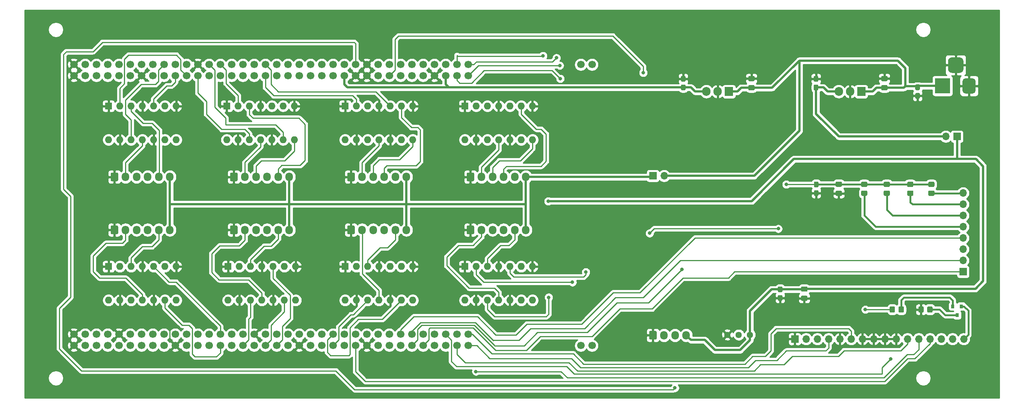
<source format=gbr>
%TF.GenerationSoftware,KiCad,Pcbnew,(5.1.8)-1*%
%TF.CreationDate,2021-07-13T09:26:45+05:30*%
%TF.ProjectId,rfsm,7266736d-2e6b-4696-9361-645f70636258,rev?*%
%TF.SameCoordinates,Original*%
%TF.FileFunction,Copper,L1,Top*%
%TF.FilePolarity,Positive*%
%FSLAX46Y46*%
G04 Gerber Fmt 4.6, Leading zero omitted, Abs format (unit mm)*
G04 Created by KiCad (PCBNEW (5.1.8)-1) date 2021-07-13 09:26:45*
%MOMM*%
%LPD*%
G01*
G04 APERTURE LIST*
%TA.AperFunction,ComponentPad*%
%ADD10O,1.700000X1.700000*%
%TD*%
%TA.AperFunction,ComponentPad*%
%ADD11R,1.700000X1.700000*%
%TD*%
%TA.AperFunction,ComponentPad*%
%ADD12C,1.700000*%
%TD*%
%TA.AperFunction,ComponentPad*%
%ADD13R,1.600000X1.600000*%
%TD*%
%TA.AperFunction,ComponentPad*%
%ADD14O,1.600000X1.600000*%
%TD*%
%TA.AperFunction,ComponentPad*%
%ADD15R,3.500000X3.500000*%
%TD*%
%TA.AperFunction,ComponentPad*%
%ADD16O,1.700000X1.950000*%
%TD*%
%TA.AperFunction,SMDPad,CuDef*%
%ADD17R,0.800000X0.900000*%
%TD*%
%TA.AperFunction,ComponentPad*%
%ADD18C,1.440000*%
%TD*%
%TA.AperFunction,ComponentPad*%
%ADD19R,1.905000X2.000000*%
%TD*%
%TA.AperFunction,ComponentPad*%
%ADD20O,1.905000X2.000000*%
%TD*%
%TA.AperFunction,ViaPad*%
%ADD21C,0.800000*%
%TD*%
%TA.AperFunction,Conductor*%
%ADD22C,0.254000*%
%TD*%
%TA.AperFunction,Conductor*%
%ADD23C,0.381000*%
%TD*%
%TA.AperFunction,Conductor*%
%ADD24C,0.508000*%
%TD*%
%TA.AperFunction,Conductor*%
%ADD25C,0.100000*%
%TD*%
G04 APERTURE END LIST*
D10*
%TO.P,J14,2*%
%TO.N,12V*%
X170180000Y-91440000D03*
D11*
%TO.P,J14,1*%
%TO.N,Net-(J10-Pad6)*%
X167640000Y-91440000D03*
%TD*%
D10*
%TO.P,J13,2*%
%TO.N,Net-(C2-Pad1)*%
X233680000Y-82550000D03*
D11*
%TO.P,J13,1*%
%TO.N,5V*%
X236220000Y-82550000D03*
%TD*%
D12*
%TO.P,U1,1*%
%TO.N,SW_1_PIN_2*%
X125984000Y-66294000D03*
%TO.P,U1,2*%
%TO.N,SW_1_PIN_1*%
X125984000Y-68834000D03*
%TO.P,U1,3*%
%TO.N,SW_1_PIN_4*%
X123444000Y-66294000D03*
%TO.P,U1,4*%
%TO.N,SW_1_PIN_3*%
X123444000Y-68834000D03*
%TO.P,U1,5*%
%TO.N,Net-(U1-Pad5)*%
X120904000Y-66294000D03*
%TO.P,U1,6*%
%TO.N,5VD*%
X120904000Y-68834000D03*
%TO.P,U1,7*%
%TO.N,Net-(U1-Pad7)*%
X118364000Y-66294000D03*
%TO.P,U1,8*%
%TO.N,GND*%
X118364000Y-68834000D03*
%TO.P,U1,9*%
%TO.N,SW_2_PIN_1*%
X115824000Y-66294000D03*
%TO.P,U1,10*%
%TO.N,Net-(U1-Pad10)*%
X115824000Y-68834000D03*
%TO.P,U1,11*%
%TO.N,SW_2_PIN_2*%
X113284000Y-66294000D03*
%TO.P,U1,12*%
%TO.N,Net-(U1-Pad12)*%
X113284000Y-68834000D03*
%TO.P,U1,13*%
%TO.N,Net-(U1-Pad13)*%
X110744000Y-66294000D03*
%TO.P,U1,14*%
%TO.N,Net-(U1-Pad14)*%
X110744000Y-68834000D03*
%TO.P,U1,15*%
%TO.N,Net-(U1-Pad15)*%
X108204000Y-66294000D03*
%TO.P,U1,16*%
%TO.N,3V3*%
X108204000Y-68834000D03*
%TO.P,U1,17*%
%TO.N,SW_2_PIN_3*%
X105664000Y-66294000D03*
%TO.P,U1,18*%
%TO.N,Net-(U1-Pad18)*%
X105664000Y-68834000D03*
%TO.P,U1,19*%
%TO.N,GND*%
X103124000Y-66294000D03*
%TO.P,U1,20*%
X103124000Y-68834000D03*
%TO.P,U1,21*%
%TO.N,UART_RX*%
X100584000Y-66294000D03*
%TO.P,U1,22*%
%TO.N,GND*%
X100584000Y-68834000D03*
%TO.P,U1,23*%
%TO.N,SW_2_PIN_4*%
X98044000Y-66294000D03*
%TO.P,U1,24*%
%TO.N,5VD*%
X98044000Y-68834000D03*
%TO.P,U1,25*%
%TO.N,Net-(U1-Pad25)*%
X95504000Y-66294000D03*
%TO.P,U1,26*%
%TO.N,Net-(U1-Pad26)*%
X95504000Y-68834000D03*
%TO.P,U1,27*%
%TO.N,Net-(U1-Pad27)*%
X92964000Y-66294000D03*
%TO.P,U1,28*%
%TO.N,Net-(U1-Pad28)*%
X92964000Y-68834000D03*
%TO.P,U1,29*%
%TO.N,Net-(U1-Pad29)*%
X90424000Y-66294000D03*
%TO.P,U1,30*%
%TO.N,Net-(U1-Pad30)*%
X90424000Y-68834000D03*
%TO.P,U1,31*%
%TO.N,Net-(U1-Pad31)*%
X87884000Y-66294000D03*
%TO.P,U1,32*%
%TO.N,Net-(U1-Pad32)*%
X87884000Y-68834000D03*
%TO.P,U1,33*%
%TO.N,Net-(U1-Pad33)*%
X85344000Y-66294000D03*
%TO.P,U1,34*%
%TO.N,Net-(U1-Pad34)*%
X85344000Y-68834000D03*
%TO.P,U1,35*%
%TO.N,SW_4_PIN_4*%
X82804000Y-66294000D03*
%TO.P,U1,36*%
%TO.N,Net-(U1-Pad36)*%
X82804000Y-68834000D03*
%TO.P,U1,37*%
%TO.N,SW_4_PIN_2*%
X80264000Y-66294000D03*
%TO.P,U1,38*%
%TO.N,SW_4_PIN_1*%
X80264000Y-68834000D03*
%TO.P,U1,39*%
%TO.N,SW_4_PIN_3*%
X77724000Y-66294000D03*
%TO.P,U1,40*%
%TO.N,Net-(U1-Pad40)*%
X77724000Y-68834000D03*
%TO.P,U1,41*%
%TO.N,LCD_DIS_EN*%
X75184000Y-66294000D03*
%TO.P,U1,42*%
%TO.N,Net-(U1-Pad42)*%
X75184000Y-68834000D03*
%TO.P,U1,43*%
%TO.N,Net-(U1-Pad43)*%
X72644000Y-66294000D03*
%TO.P,U1,44*%
%TO.N,Net-(U1-Pad44)*%
X72644000Y-68834000D03*
%TO.P,U1,45*%
%TO.N,SW_6_PIN_1*%
X70104000Y-66294000D03*
%TO.P,U1,46*%
%TO.N,Net-(U1-Pad46)*%
X70104000Y-68834000D03*
%TO.P,U1,47*%
%TO.N,SW_6_PIN_3*%
X67564000Y-66294000D03*
%TO.P,U1,48*%
%TO.N,SW_6_PIN_2*%
X67564000Y-68834000D03*
%TO.P,U1,49*%
%TO.N,GND*%
X65024000Y-66294000D03*
%TO.P,U1,50*%
%TO.N,SW_6_PIN_4*%
X65024000Y-68834000D03*
%TO.P,U1,51*%
%TO.N,Net-(U1-Pad51)*%
X62484000Y-66294000D03*
%TO.P,U1,52*%
%TO.N,SW_7_PIN_1*%
X62484000Y-68834000D03*
%TO.P,U1,53*%
%TO.N,Net-(U1-Pad53)*%
X59944000Y-66294000D03*
%TO.P,U1,54*%
%TO.N,SW_7_PIN_2*%
X59944000Y-68834000D03*
%TO.P,U1,55*%
%TO.N,SW_7_PIN_4*%
X57404000Y-66294000D03*
%TO.P,U1,56*%
%TO.N,SW_7_PIN_3*%
X57404000Y-68834000D03*
%TO.P,U1,57*%
%TO.N,Net-(U1-Pad57)*%
X54864000Y-66294000D03*
%TO.P,U1,58*%
%TO.N,Net-(U1-Pad58)*%
X54864000Y-68834000D03*
%TO.P,U1,59*%
%TO.N,Net-(U1-Pad59)*%
X52324000Y-66294000D03*
%TO.P,U1,60*%
%TO.N,GND*%
X52324000Y-68834000D03*
%TO.P,U1,61*%
%TO.N,Net-(U1-Pad61)*%
X49784000Y-66294000D03*
%TO.P,U1,62*%
%TO.N,Net-(U1-Pad62)*%
X49784000Y-68834000D03*
%TO.P,U1,63*%
%TO.N,Net-(U1-Pad63)*%
X47244000Y-66294000D03*
%TO.P,U1,64*%
%TO.N,Net-(U1-Pad64)*%
X47244000Y-68834000D03*
%TO.P,U1,65*%
%TO.N,Net-(U1-Pad65)*%
X44704000Y-66294000D03*
%TO.P,U1,66*%
%TO.N,Net-(U1-Pad66)*%
X44704000Y-68834000D03*
%TO.P,U1,67*%
%TO.N,Net-(U1-Pad67)*%
X42164000Y-66294000D03*
%TO.P,U1,68*%
%TO.N,Net-(U1-Pad68)*%
X42164000Y-68834000D03*
%TO.P,U1,69*%
%TO.N,Net-(U1-Pad69)*%
X39624000Y-66294000D03*
%TO.P,U1,70*%
%TO.N,Net-(U1-Pad70)*%
X39624000Y-68834000D03*
%TO.P,U1,71*%
%TO.N,GND*%
X37084000Y-66294000D03*
%TO.P,U1,72*%
X37084000Y-68834000D03*
%TO.P,U1,73*%
%TO.N,LCD_E*%
X125984000Y-127254000D03*
%TO.P,U1,74*%
%TO.N,LCD_RS*%
X125984000Y-129794000D03*
%TO.P,U1,75*%
%TO.N,LCD_D5*%
X123444000Y-127254000D03*
%TO.P,U1,76*%
%TO.N,LCD_D4*%
X123444000Y-129794000D03*
%TO.P,U1,77*%
%TO.N,LCD_D7*%
X120904000Y-127254000D03*
%TO.P,U1,78*%
%TO.N,Net-(U1-Pad78)*%
X120904000Y-129794000D03*
%TO.P,U1,79*%
%TO.N,Net-(U1-Pad79)*%
X118364000Y-127254000D03*
%TO.P,U1,80*%
%TO.N,Net-(U1-Pad80)*%
X118364000Y-129794000D03*
%TO.P,U1,81*%
%TO.N,GND*%
X115824000Y-127254000D03*
%TO.P,U1,82*%
%TO.N,KR1*%
X115824000Y-129794000D03*
%TO.P,U1,83*%
%TO.N,KR2*%
X113284000Y-127254000D03*
%TO.P,U1,84*%
%TO.N,KR3*%
X113284000Y-129794000D03*
%TO.P,U1,85*%
%TO.N,KR4*%
X110744000Y-127254000D03*
%TO.P,U1,86*%
%TO.N,KC1*%
X110744000Y-129794000D03*
%TO.P,U1,87*%
%TO.N,Net-(U1-Pad87)*%
X108204000Y-127254000D03*
%TO.P,U1,88*%
%TO.N,KC3*%
X108204000Y-129794000D03*
%TO.P,U1,89*%
%TO.N,UART_TX*%
X105664000Y-127254000D03*
%TO.P,U1,90*%
%TO.N,KC2*%
X105664000Y-129794000D03*
%TO.P,U1,91*%
%TO.N,Net-(U1-Pad91)*%
X103124000Y-127254000D03*
%TO.P,U1,92*%
%TO.N,GND*%
X103124000Y-129794000D03*
%TO.P,U1,93*%
%TO.N,Net-(U1-Pad93)*%
X100584000Y-127254000D03*
%TO.P,U1,94*%
%TO.N,LCD_D6*%
X100584000Y-129794000D03*
%TO.P,U1,95*%
%TO.N,Net-(U1-Pad95)*%
X98044000Y-127254000D03*
%TO.P,U1,96*%
%TO.N,SW_3_PIN_1*%
X98044000Y-129794000D03*
%TO.P,U1,97*%
%TO.N,SW_3_PIN_3*%
X95504000Y-127254000D03*
%TO.P,U1,98*%
%TO.N,SW_3_PIN_4*%
X95504000Y-129794000D03*
%TO.P,U1,99*%
%TO.N,KC4*%
X92964000Y-127254000D03*
%TO.P,U1,100*%
%TO.N,Net-(U1-Pad100)*%
X92964000Y-129794000D03*
%TO.P,U1,101*%
%TO.N,SW_3_PIN_2*%
X90424000Y-127254000D03*
%TO.P,U1,102*%
%TO.N,Net-(U1-Pad102)*%
X90424000Y-129794000D03*
%TO.P,U1,103*%
%TO.N,Net-(U1-Pad103)*%
X87884000Y-127254000D03*
%TO.P,U1,104*%
%TO.N,GND*%
X87884000Y-129794000D03*
%TO.P,U1,105*%
%TO.N,Net-(U1-Pad105)*%
X85344000Y-127254000D03*
%TO.P,U1,106*%
%TO.N,Net-(U1-Pad106)*%
X85344000Y-129794000D03*
%TO.P,U1,107*%
%TO.N,Net-(U1-Pad107)*%
X82804000Y-127254000D03*
%TO.P,U1,108*%
%TO.N,SW_5_PIN_2*%
X82804000Y-129794000D03*
%TO.P,U1,109*%
%TO.N,Net-(U1-Pad109)*%
X80264000Y-127254000D03*
%TO.P,U1,110*%
%TO.N,SW_5_PIN_3*%
X80264000Y-129794000D03*
%TO.P,U1,111*%
%TO.N,GND*%
X77724000Y-127254000D03*
%TO.P,U1,112*%
%TO.N,Net-(U1-Pad112)*%
X77724000Y-129794000D03*
%TO.P,U1,113*%
%TO.N,SW_5_PIN_1*%
X75184000Y-127254000D03*
%TO.P,U1,114*%
%TO.N,SW_5_PIN_4*%
X75184000Y-129794000D03*
%TO.P,U1,115*%
%TO.N,SW_8_PIN_1*%
X72644000Y-127254000D03*
%TO.P,U1,116*%
%TO.N,Net-(U1-Pad116)*%
X72644000Y-129794000D03*
%TO.P,U1,117*%
%TO.N,SW_8_PIN_2*%
X70104000Y-127254000D03*
%TO.P,U1,118*%
%TO.N,SW_8_PIN_3*%
X70104000Y-129794000D03*
%TO.P,U1,119*%
%TO.N,Net-(U1-Pad119)*%
X67564000Y-127254000D03*
%TO.P,U1,120*%
%TO.N,SW_8_PIN_4*%
X67564000Y-129794000D03*
%TO.P,U1,121*%
%TO.N,Net-(U1-Pad121)*%
X65024000Y-127254000D03*
%TO.P,U1,122*%
%TO.N,Net-(U1-Pad122)*%
X65024000Y-129794000D03*
%TO.P,U1,123*%
%TO.N,Net-(U1-Pad123)*%
X62484000Y-127254000D03*
%TO.P,U1,124*%
%TO.N,Net-(U1-Pad124)*%
X62484000Y-129794000D03*
%TO.P,U1,125*%
%TO.N,Net-(U1-Pad125)*%
X59944000Y-127254000D03*
%TO.P,U1,126*%
%TO.N,GND*%
X59944000Y-129794000D03*
%TO.P,U1,127*%
%TO.N,Net-(U1-Pad127)*%
X57404000Y-127254000D03*
%TO.P,U1,128*%
%TO.N,Net-(U1-Pad128)*%
X57404000Y-129794000D03*
%TO.P,U1,129*%
%TO.N,Net-(U1-Pad129)*%
X54864000Y-127254000D03*
%TO.P,U1,130*%
%TO.N,Net-(U1-Pad130)*%
X54864000Y-129794000D03*
%TO.P,U1,131*%
%TO.N,Net-(U1-Pad131)*%
X52324000Y-127254000D03*
%TO.P,U1,132*%
%TO.N,Net-(U1-Pad132)*%
X52324000Y-129794000D03*
%TO.P,U1,133*%
%TO.N,Net-(U1-Pad133)*%
X49784000Y-127254000D03*
%TO.P,U1,134*%
%TO.N,Net-(U1-Pad134)*%
X49784000Y-129794000D03*
%TO.P,U1,135*%
%TO.N,GND*%
X47244000Y-127254000D03*
%TO.P,U1,136*%
%TO.N,Net-(U1-Pad136)*%
X47244000Y-129794000D03*
%TO.P,U1,137*%
%TO.N,Net-(U1-Pad137)*%
X44704000Y-127254000D03*
%TO.P,U1,138*%
%TO.N,Net-(U1-Pad138)*%
X44704000Y-129794000D03*
%TO.P,U1,139*%
%TO.N,Net-(U1-Pad139)*%
X42164000Y-127254000D03*
%TO.P,U1,140*%
%TO.N,Net-(U1-Pad140)*%
X42164000Y-129794000D03*
%TO.P,U1,141*%
%TO.N,Net-(U1-Pad141)*%
X39624000Y-127254000D03*
%TO.P,U1,142*%
%TO.N,Net-(U1-Pad142)*%
X39624000Y-129794000D03*
%TO.P,U1,143*%
%TO.N,GND*%
X37084000Y-127254000D03*
%TO.P,U1,144*%
X37084000Y-129794000D03*
%TO.P,U1,145*%
%TO.N,N/C*%
X153924000Y-66294000D03*
%TO.P,U1,146*%
X151384000Y-66294000D03*
%TO.P,U1,147*%
X153924000Y-129794000D03*
%TO.P,U1,148*%
X151384000Y-129794000D03*
%TD*%
%TO.P,C17,2*%
%TO.N,GND*%
%TA.AperFunction,SMDPad,CuDef*%
G36*
G01*
X227054999Y-72715000D02*
X227605001Y-72715000D01*
G75*
G02*
X227855000Y-72964999I0J-249999D01*
G01*
X227855000Y-73765001D01*
G75*
G02*
X227605001Y-74015000I-249999J0D01*
G01*
X227054999Y-74015000D01*
G75*
G02*
X226805000Y-73765001I0J249999D01*
G01*
X226805000Y-72964999D01*
G75*
G02*
X227054999Y-72715000I249999J0D01*
G01*
G37*
%TD.AperFunction*%
%TO.P,C17,1*%
%TO.N,12V*%
%TA.AperFunction,SMDPad,CuDef*%
G36*
G01*
X227054999Y-70765000D02*
X227605001Y-70765000D01*
G75*
G02*
X227855000Y-71014999I0J-249999D01*
G01*
X227855000Y-71815001D01*
G75*
G02*
X227605001Y-72065000I-249999J0D01*
G01*
X227054999Y-72065000D01*
G75*
G02*
X226805000Y-71815001I0J249999D01*
G01*
X226805000Y-71014999D01*
G75*
G02*
X227054999Y-70765000I249999J0D01*
G01*
G37*
%TD.AperFunction*%
%TD*%
D13*
%TO.P,U9,1*%
%TO.N,GND*%
X44908800Y-75666600D03*
D14*
%TO.P,U9,8*%
%TO.N,S7_O3*%
X60148800Y-83286600D03*
%TO.P,U9,2*%
%TO.N,SW_7_PIN_1*%
X47448800Y-75666600D03*
%TO.P,U9,9*%
%TO.N,SW_7_PIN_3*%
X57608800Y-83286600D03*
%TO.P,U9,3*%
%TO.N,S7_O1*%
X49988800Y-75666600D03*
%TO.P,U9,10*%
%TO.N,GND*%
X55068800Y-83286600D03*
%TO.P,U9,4*%
X52528800Y-75666600D03*
%TO.P,U9,11*%
%TO.N,S7_O4*%
X52528800Y-83286600D03*
%TO.P,U9,5*%
%TO.N,SW_7_PIN_2*%
X55068800Y-75666600D03*
%TO.P,U9,12*%
%TO.N,SW_7_PIN_4*%
X49988800Y-83286600D03*
%TO.P,U9,6*%
%TO.N,S7_O2*%
X57608800Y-75666600D03*
%TO.P,U9,13*%
%TO.N,GND*%
X47448800Y-83286600D03*
%TO.P,U9,7*%
X60148800Y-75666600D03*
%TO.P,U9,14*%
%TO.N,5V*%
X44908800Y-83286600D03*
%TD*%
%TO.P,C1,1*%
%TO.N,12V*%
%TA.AperFunction,SMDPad,CuDef*%
G36*
G01*
X220312000Y-72110000D02*
X219362000Y-72110000D01*
G75*
G02*
X219112000Y-71860000I0J250000D01*
G01*
X219112000Y-71185000D01*
G75*
G02*
X219362000Y-70935000I250000J0D01*
G01*
X220312000Y-70935000D01*
G75*
G02*
X220562000Y-71185000I0J-250000D01*
G01*
X220562000Y-71860000D01*
G75*
G02*
X220312000Y-72110000I-250000J0D01*
G01*
G37*
%TD.AperFunction*%
%TO.P,C1,2*%
%TO.N,GND*%
%TA.AperFunction,SMDPad,CuDef*%
G36*
G01*
X220312000Y-70035000D02*
X219362000Y-70035000D01*
G75*
G02*
X219112000Y-69785000I0J250000D01*
G01*
X219112000Y-69110000D01*
G75*
G02*
X219362000Y-68860000I250000J0D01*
G01*
X220312000Y-68860000D01*
G75*
G02*
X220562000Y-69110000I0J-250000D01*
G01*
X220562000Y-69785000D01*
G75*
G02*
X220312000Y-70035000I-250000J0D01*
G01*
G37*
%TD.AperFunction*%
%TD*%
%TO.P,C2,1*%
%TO.N,Net-(C2-Pad1)*%
%TA.AperFunction,SMDPad,CuDef*%
G36*
G01*
X204694201Y-72110000D02*
X204144199Y-72110000D01*
G75*
G02*
X203894200Y-71860001I0J249999D01*
G01*
X203894200Y-71059999D01*
G75*
G02*
X204144199Y-70810000I249999J0D01*
G01*
X204694201Y-70810000D01*
G75*
G02*
X204944200Y-71059999I0J-249999D01*
G01*
X204944200Y-71860001D01*
G75*
G02*
X204694201Y-72110000I-249999J0D01*
G01*
G37*
%TD.AperFunction*%
%TO.P,C2,2*%
%TO.N,GND*%
%TA.AperFunction,SMDPad,CuDef*%
G36*
G01*
X204694201Y-70160000D02*
X204144199Y-70160000D01*
G75*
G02*
X203894200Y-69910001I0J249999D01*
G01*
X203894200Y-69109999D01*
G75*
G02*
X204144199Y-68860000I249999J0D01*
G01*
X204694201Y-68860000D01*
G75*
G02*
X204944200Y-69109999I0J-249999D01*
G01*
X204944200Y-69910001D01*
G75*
G02*
X204694201Y-70160000I-249999J0D01*
G01*
G37*
%TD.AperFunction*%
%TD*%
%TO.P,C3,1*%
%TO.N,3V3*%
%TA.AperFunction,SMDPad,CuDef*%
G36*
G01*
X204201599Y-92736000D02*
X204751601Y-92736000D01*
G75*
G02*
X205001600Y-92985999I0J-249999D01*
G01*
X205001600Y-93786001D01*
G75*
G02*
X204751601Y-94036000I-249999J0D01*
G01*
X204201599Y-94036000D01*
G75*
G02*
X203951600Y-93786001I0J249999D01*
G01*
X203951600Y-92985999D01*
G75*
G02*
X204201599Y-92736000I249999J0D01*
G01*
G37*
%TD.AperFunction*%
%TO.P,C3,2*%
%TO.N,GND*%
%TA.AperFunction,SMDPad,CuDef*%
G36*
G01*
X204201599Y-94686000D02*
X204751601Y-94686000D01*
G75*
G02*
X205001600Y-94935999I0J-249999D01*
G01*
X205001600Y-95736001D01*
G75*
G02*
X204751601Y-95986000I-249999J0D01*
G01*
X204201599Y-95986000D01*
G75*
G02*
X203951600Y-95736001I0J249999D01*
G01*
X203951600Y-94935999D01*
G75*
G02*
X204201599Y-94686000I249999J0D01*
G01*
G37*
%TD.AperFunction*%
%TD*%
%TO.P,C4,1*%
%TO.N,3V3*%
%TA.AperFunction,SMDPad,CuDef*%
G36*
G01*
X209078400Y-92736000D02*
X210028400Y-92736000D01*
G75*
G02*
X210278400Y-92986000I0J-250000D01*
G01*
X210278400Y-93661000D01*
G75*
G02*
X210028400Y-93911000I-250000J0D01*
G01*
X209078400Y-93911000D01*
G75*
G02*
X208828400Y-93661000I0J250000D01*
G01*
X208828400Y-92986000D01*
G75*
G02*
X209078400Y-92736000I250000J0D01*
G01*
G37*
%TD.AperFunction*%
%TO.P,C4,2*%
%TO.N,GND*%
%TA.AperFunction,SMDPad,CuDef*%
G36*
G01*
X209078400Y-94811000D02*
X210028400Y-94811000D01*
G75*
G02*
X210278400Y-95061000I0J-250000D01*
G01*
X210278400Y-95736000D01*
G75*
G02*
X210028400Y-95986000I-250000J0D01*
G01*
X209078400Y-95986000D01*
G75*
G02*
X208828400Y-95736000I0J250000D01*
G01*
X208828400Y-95061000D01*
G75*
G02*
X209078400Y-94811000I250000J0D01*
G01*
G37*
%TD.AperFunction*%
%TD*%
%TO.P,C5,2*%
%TO.N,GND*%
%TA.AperFunction,SMDPad,CuDef*%
G36*
G01*
X201302600Y-118509200D02*
X202252600Y-118509200D01*
G75*
G02*
X202502600Y-118759200I0J-250000D01*
G01*
X202502600Y-119434200D01*
G75*
G02*
X202252600Y-119684200I-250000J0D01*
G01*
X201302600Y-119684200D01*
G75*
G02*
X201052600Y-119434200I0J250000D01*
G01*
X201052600Y-118759200D01*
G75*
G02*
X201302600Y-118509200I250000J0D01*
G01*
G37*
%TD.AperFunction*%
%TO.P,C5,1*%
%TO.N,5V*%
%TA.AperFunction,SMDPad,CuDef*%
G36*
G01*
X201302600Y-116434200D02*
X202252600Y-116434200D01*
G75*
G02*
X202502600Y-116684200I0J-250000D01*
G01*
X202502600Y-117359200D01*
G75*
G02*
X202252600Y-117609200I-250000J0D01*
G01*
X201302600Y-117609200D01*
G75*
G02*
X201052600Y-117359200I0J250000D01*
G01*
X201052600Y-116684200D01*
G75*
G02*
X201302600Y-116434200I250000J0D01*
G01*
G37*
%TD.AperFunction*%
%TD*%
%TO.P,C6,2*%
%TO.N,GND*%
%TA.AperFunction,SMDPad,CuDef*%
G36*
G01*
X196066999Y-118384200D02*
X196617001Y-118384200D01*
G75*
G02*
X196867000Y-118634199I0J-249999D01*
G01*
X196867000Y-119434201D01*
G75*
G02*
X196617001Y-119684200I-249999J0D01*
G01*
X196066999Y-119684200D01*
G75*
G02*
X195817000Y-119434201I0J249999D01*
G01*
X195817000Y-118634199D01*
G75*
G02*
X196066999Y-118384200I249999J0D01*
G01*
G37*
%TD.AperFunction*%
%TO.P,C6,1*%
%TO.N,5V*%
%TA.AperFunction,SMDPad,CuDef*%
G36*
G01*
X196066999Y-116434200D02*
X196617001Y-116434200D01*
G75*
G02*
X196867000Y-116684199I0J-249999D01*
G01*
X196867000Y-117484201D01*
G75*
G02*
X196617001Y-117734200I-249999J0D01*
G01*
X196066999Y-117734200D01*
G75*
G02*
X195817000Y-117484201I0J249999D01*
G01*
X195817000Y-116684199D01*
G75*
G02*
X196066999Y-116434200I249999J0D01*
G01*
G37*
%TD.AperFunction*%
%TD*%
%TO.P,C7,2*%
%TO.N,GND*%
%TA.AperFunction,SMDPad,CuDef*%
G36*
G01*
X190340000Y-70035000D02*
X189390000Y-70035000D01*
G75*
G02*
X189140000Y-69785000I0J250000D01*
G01*
X189140000Y-69110000D01*
G75*
G02*
X189390000Y-68860000I250000J0D01*
G01*
X190340000Y-68860000D01*
G75*
G02*
X190590000Y-69110000I0J-250000D01*
G01*
X190590000Y-69785000D01*
G75*
G02*
X190340000Y-70035000I-250000J0D01*
G01*
G37*
%TD.AperFunction*%
%TO.P,C7,1*%
%TO.N,12V*%
%TA.AperFunction,SMDPad,CuDef*%
G36*
G01*
X190340000Y-72110000D02*
X189390000Y-72110000D01*
G75*
G02*
X189140000Y-71860000I0J250000D01*
G01*
X189140000Y-71185000D01*
G75*
G02*
X189390000Y-70935000I250000J0D01*
G01*
X190340000Y-70935000D01*
G75*
G02*
X190590000Y-71185000I0J-250000D01*
G01*
X190590000Y-71860000D01*
G75*
G02*
X190340000Y-72110000I-250000J0D01*
G01*
G37*
%TD.AperFunction*%
%TD*%
%TO.P,C8,2*%
%TO.N,GND*%
%TA.AperFunction,SMDPad,CuDef*%
G36*
G01*
X174773001Y-70160000D02*
X174222999Y-70160000D01*
G75*
G02*
X173973000Y-69910001I0J249999D01*
G01*
X173973000Y-69109999D01*
G75*
G02*
X174222999Y-68860000I249999J0D01*
G01*
X174773001Y-68860000D01*
G75*
G02*
X175023000Y-69109999I0J-249999D01*
G01*
X175023000Y-69910001D01*
G75*
G02*
X174773001Y-70160000I-249999J0D01*
G01*
G37*
%TD.AperFunction*%
%TO.P,C8,1*%
%TO.N,5VD*%
%TA.AperFunction,SMDPad,CuDef*%
G36*
G01*
X174773001Y-72110000D02*
X174222999Y-72110000D01*
G75*
G02*
X173973000Y-71860001I0J249999D01*
G01*
X173973000Y-71059999D01*
G75*
G02*
X174222999Y-70810000I249999J0D01*
G01*
X174773001Y-70810000D01*
G75*
G02*
X175023000Y-71059999I0J-249999D01*
G01*
X175023000Y-71860001D01*
G75*
G02*
X174773001Y-72110000I-249999J0D01*
G01*
G37*
%TD.AperFunction*%
%TD*%
D15*
%TO.P,J1,1*%
%TO.N,12V*%
X232930700Y-71120000D03*
%TO.P,J1,2*%
%TO.N,GND*%
%TA.AperFunction,ComponentPad*%
G36*
G01*
X240430700Y-70120000D02*
X240430700Y-72120000D01*
G75*
G02*
X239680700Y-72870000I-750000J0D01*
G01*
X238180700Y-72870000D01*
G75*
G02*
X237430700Y-72120000I0J750000D01*
G01*
X237430700Y-70120000D01*
G75*
G02*
X238180700Y-69370000I750000J0D01*
G01*
X239680700Y-69370000D01*
G75*
G02*
X240430700Y-70120000I0J-750000D01*
G01*
G37*
%TD.AperFunction*%
%TO.P,J1,3*%
%TA.AperFunction,ComponentPad*%
G36*
G01*
X237680700Y-65545000D02*
X237680700Y-67295000D01*
G75*
G02*
X236805700Y-68170000I-875000J0D01*
G01*
X235055700Y-68170000D01*
G75*
G02*
X234180700Y-67295000I0J875000D01*
G01*
X234180700Y-65545000D01*
G75*
G02*
X235055700Y-64670000I875000J0D01*
G01*
X236805700Y-64670000D01*
G75*
G02*
X237680700Y-65545000I0J-875000D01*
G01*
G37*
%TD.AperFunction*%
%TD*%
D11*
%TO.P,J2,1*%
%TO.N,GND*%
X199644000Y-128320800D03*
D10*
%TO.P,J2,2*%
%TO.N,5V*%
X202184000Y-128320800D03*
%TO.P,J2,3*%
%TO.N,Net-(J2-Pad3)*%
X204724000Y-128320800D03*
%TO.P,J2,4*%
%TO.N,LCD_RS*%
X207264000Y-128320800D03*
%TO.P,J2,5*%
%TO.N,GND*%
X209804000Y-128320800D03*
%TO.P,J2,6*%
%TO.N,LCD_E*%
X212344000Y-128320800D03*
%TO.P,J2,7*%
%TO.N,GND*%
X214884000Y-128320800D03*
%TO.P,J2,8*%
X217424000Y-128320800D03*
%TO.P,J2,9*%
X219964000Y-128320800D03*
%TO.P,J2,10*%
X222504000Y-128320800D03*
%TO.P,J2,11*%
%TO.N,LCD_D4*%
X225044000Y-128320800D03*
%TO.P,J2,12*%
%TO.N,LCD_D5*%
X227584000Y-128320800D03*
%TO.P,J2,13*%
%TO.N,LCD_D6*%
X230124000Y-128320800D03*
%TO.P,J2,14*%
%TO.N,LCD_D7*%
X232664000Y-128320800D03*
%TO.P,J2,15*%
%TO.N,5V*%
X235204000Y-128320800D03*
%TO.P,J2,16*%
%TO.N,Net-(J2-Pad16)*%
X237744000Y-128320800D03*
%TD*%
D11*
%TO.P,J3,1*%
%TO.N,KR1*%
X237591600Y-113106200D03*
D10*
%TO.P,J3,2*%
%TO.N,KR2*%
X237591600Y-110566200D03*
%TO.P,J3,3*%
%TO.N,KR3*%
X237591600Y-108026200D03*
%TO.P,J3,4*%
%TO.N,KR4*%
X237591600Y-105486200D03*
%TO.P,J3,5*%
%TO.N,KC1*%
X237591600Y-102946200D03*
%TO.P,J3,6*%
%TO.N,KC2*%
X237591600Y-100406200D03*
%TO.P,J3,7*%
%TO.N,KC3*%
X237591600Y-97866200D03*
%TO.P,J3,8*%
%TO.N,KC4*%
X237591600Y-95326200D03*
%TD*%
%TO.P,J4,1*%
%TO.N,GND*%
%TA.AperFunction,ComponentPad*%
G36*
G01*
X166790000Y-128182200D02*
X166790000Y-126732200D01*
G75*
G02*
X167040000Y-126482200I250000J0D01*
G01*
X168240000Y-126482200D01*
G75*
G02*
X168490000Y-126732200I0J-250000D01*
G01*
X168490000Y-128182200D01*
G75*
G02*
X168240000Y-128432200I-250000J0D01*
G01*
X167040000Y-128432200D01*
G75*
G02*
X166790000Y-128182200I0J250000D01*
G01*
G37*
%TD.AperFunction*%
D16*
%TO.P,J4,2*%
%TO.N,UART_TX*%
X170140000Y-127457200D03*
%TO.P,J4,3*%
%TO.N,UART_RX*%
X172640000Y-127457200D03*
%TO.P,J4,4*%
%TO.N,5V*%
X175140000Y-127457200D03*
%TD*%
%TO.P,J5,1*%
%TO.N,GND*%
%TA.AperFunction,ComponentPad*%
G36*
G01*
X125642000Y-104373000D02*
X125642000Y-102923000D01*
G75*
G02*
X125892000Y-102673000I250000J0D01*
G01*
X127092000Y-102673000D01*
G75*
G02*
X127342000Y-102923000I0J-250000D01*
G01*
X127342000Y-104373000D01*
G75*
G02*
X127092000Y-104623000I-250000J0D01*
G01*
X125892000Y-104623000D01*
G75*
G02*
X125642000Y-104373000I0J250000D01*
G01*
G37*
%TD.AperFunction*%
%TO.P,J5,2*%
%TO.N,S1_O4*%
X128992000Y-103648000D03*
%TO.P,J5,3*%
%TO.N,S1_O3*%
X131492000Y-103648000D03*
%TO.P,J5,4*%
%TO.N,S1_O2*%
X133992000Y-103648000D03*
%TO.P,J5,5*%
%TO.N,S1_O1*%
X136492000Y-103648000D03*
%TO.P,J5,6*%
%TO.N,Net-(J10-Pad6)*%
X138992000Y-103648000D03*
%TD*%
%TO.P,J6,6*%
%TO.N,Net-(J10-Pad6)*%
X138992000Y-91678000D03*
%TO.P,J6,5*%
%TO.N,S2_O1*%
X136492000Y-91678000D03*
%TO.P,J6,4*%
%TO.N,S2_O2*%
X133992000Y-91678000D03*
%TO.P,J6,3*%
%TO.N,S2_O3*%
X131492000Y-91678000D03*
%TO.P,J6,2*%
%TO.N,S2_O4*%
X128992000Y-91678000D03*
%TO.P,J6,1*%
%TO.N,GND*%
%TA.AperFunction,ComponentPad*%
G36*
G01*
X125642000Y-92403000D02*
X125642000Y-90953000D01*
G75*
G02*
X125892000Y-90703000I250000J0D01*
G01*
X127092000Y-90703000D01*
G75*
G02*
X127342000Y-90953000I0J-250000D01*
G01*
X127342000Y-92403000D01*
G75*
G02*
X127092000Y-92653000I-250000J0D01*
G01*
X125892000Y-92653000D01*
G75*
G02*
X125642000Y-92403000I0J250000D01*
G01*
G37*
%TD.AperFunction*%
%TD*%
%TO.P,J7,1*%
%TO.N,GND*%
%TA.AperFunction,ComponentPad*%
G36*
G01*
X98718000Y-104373000D02*
X98718000Y-102923000D01*
G75*
G02*
X98968000Y-102673000I250000J0D01*
G01*
X100168000Y-102673000D01*
G75*
G02*
X100418000Y-102923000I0J-250000D01*
G01*
X100418000Y-104373000D01*
G75*
G02*
X100168000Y-104623000I-250000J0D01*
G01*
X98968000Y-104623000D01*
G75*
G02*
X98718000Y-104373000I0J250000D01*
G01*
G37*
%TD.AperFunction*%
%TO.P,J7,2*%
%TO.N,S3_O4*%
X102068000Y-103648000D03*
%TO.P,J7,3*%
%TO.N,S3_O3*%
X104568000Y-103648000D03*
%TO.P,J7,4*%
%TO.N,S3_O2*%
X107068000Y-103648000D03*
%TO.P,J7,5*%
%TO.N,S3_O1*%
X109568000Y-103648000D03*
%TO.P,J7,6*%
%TO.N,Net-(J10-Pad6)*%
X112068000Y-103648000D03*
%TD*%
%TO.P,J8,6*%
%TO.N,Net-(J10-Pad6)*%
X112068000Y-91678000D03*
%TO.P,J8,5*%
%TO.N,S4_O1*%
X109568000Y-91678000D03*
%TO.P,J8,4*%
%TO.N,S4_O2*%
X107068000Y-91678000D03*
%TO.P,J8,3*%
%TO.N,S4_O3*%
X104568000Y-91678000D03*
%TO.P,J8,2*%
%TO.N,S4_O4*%
X102068000Y-91678000D03*
%TO.P,J8,1*%
%TO.N,GND*%
%TA.AperFunction,ComponentPad*%
G36*
G01*
X98718000Y-92403000D02*
X98718000Y-90953000D01*
G75*
G02*
X98968000Y-90703000I250000J0D01*
G01*
X100168000Y-90703000D01*
G75*
G02*
X100418000Y-90953000I0J-250000D01*
G01*
X100418000Y-92403000D01*
G75*
G02*
X100168000Y-92653000I-250000J0D01*
G01*
X98968000Y-92653000D01*
G75*
G02*
X98718000Y-92403000I0J250000D01*
G01*
G37*
%TD.AperFunction*%
%TD*%
%TO.P,J9,1*%
%TO.N,GND*%
%TA.AperFunction,ComponentPad*%
G36*
G01*
X72302000Y-104373000D02*
X72302000Y-102923000D01*
G75*
G02*
X72552000Y-102673000I250000J0D01*
G01*
X73752000Y-102673000D01*
G75*
G02*
X74002000Y-102923000I0J-250000D01*
G01*
X74002000Y-104373000D01*
G75*
G02*
X73752000Y-104623000I-250000J0D01*
G01*
X72552000Y-104623000D01*
G75*
G02*
X72302000Y-104373000I0J250000D01*
G01*
G37*
%TD.AperFunction*%
%TO.P,J9,2*%
%TO.N,S5_O4*%
X75652000Y-103648000D03*
%TO.P,J9,3*%
%TO.N,S5_O3*%
X78152000Y-103648000D03*
%TO.P,J9,4*%
%TO.N,S5_O2*%
X80652000Y-103648000D03*
%TO.P,J9,5*%
%TO.N,S5_O1*%
X83152000Y-103648000D03*
%TO.P,J9,6*%
%TO.N,Net-(J10-Pad6)*%
X85652000Y-103648000D03*
%TD*%
%TO.P,J10,6*%
%TO.N,Net-(J10-Pad6)*%
X85652000Y-91678000D03*
%TO.P,J10,5*%
%TO.N,S6_O1*%
X83152000Y-91678000D03*
%TO.P,J10,4*%
%TO.N,S6_O2*%
X80652000Y-91678000D03*
%TO.P,J10,3*%
%TO.N,S6_O3*%
X78152000Y-91678000D03*
%TO.P,J10,2*%
%TO.N,S6_O4*%
X75652000Y-91678000D03*
%TO.P,J10,1*%
%TO.N,GND*%
%TA.AperFunction,ComponentPad*%
G36*
G01*
X72302000Y-92403000D02*
X72302000Y-90953000D01*
G75*
G02*
X72552000Y-90703000I250000J0D01*
G01*
X73752000Y-90703000D01*
G75*
G02*
X74002000Y-90953000I0J-250000D01*
G01*
X74002000Y-92403000D01*
G75*
G02*
X73752000Y-92653000I-250000J0D01*
G01*
X72552000Y-92653000D01*
G75*
G02*
X72302000Y-92403000I0J250000D01*
G01*
G37*
%TD.AperFunction*%
%TD*%
%TO.P,J11,1*%
%TO.N,GND*%
%TA.AperFunction,ComponentPad*%
G36*
G01*
X45378000Y-92403000D02*
X45378000Y-90953000D01*
G75*
G02*
X45628000Y-90703000I250000J0D01*
G01*
X46828000Y-90703000D01*
G75*
G02*
X47078000Y-90953000I0J-250000D01*
G01*
X47078000Y-92403000D01*
G75*
G02*
X46828000Y-92653000I-250000J0D01*
G01*
X45628000Y-92653000D01*
G75*
G02*
X45378000Y-92403000I0J250000D01*
G01*
G37*
%TD.AperFunction*%
%TO.P,J11,2*%
%TO.N,S7_O4*%
X48728000Y-91678000D03*
%TO.P,J11,3*%
%TO.N,S7_O3*%
X51228000Y-91678000D03*
%TO.P,J11,4*%
%TO.N,S7_O2*%
X53728000Y-91678000D03*
%TO.P,J11,5*%
%TO.N,S7_O1*%
X56228000Y-91678000D03*
%TO.P,J11,6*%
%TO.N,Net-(J10-Pad6)*%
X58728000Y-91678000D03*
%TD*%
%TO.P,J12,6*%
%TO.N,Net-(J10-Pad6)*%
X58728000Y-103648000D03*
%TO.P,J12,5*%
%TO.N,S8_O1*%
X56228000Y-103648000D03*
%TO.P,J12,4*%
%TO.N,S8_O2*%
X53728000Y-103648000D03*
%TO.P,J12,3*%
%TO.N,S8_O3*%
X51228000Y-103648000D03*
%TO.P,J12,2*%
%TO.N,S8_O4*%
X48728000Y-103648000D03*
%TO.P,J12,1*%
%TO.N,GND*%
%TA.AperFunction,ComponentPad*%
G36*
G01*
X45378000Y-104373000D02*
X45378000Y-102923000D01*
G75*
G02*
X45628000Y-102673000I250000J0D01*
G01*
X46828000Y-102673000D01*
G75*
G02*
X47078000Y-102923000I0J-250000D01*
G01*
X47078000Y-104373000D01*
G75*
G02*
X46828000Y-104623000I-250000J0D01*
G01*
X45628000Y-104623000D01*
G75*
G02*
X45378000Y-104373000I0J250000D01*
G01*
G37*
%TD.AperFunction*%
%TD*%
D17*
%TO.P,Q1,1*%
%TO.N,Net-(J2-Pad16)*%
X237170000Y-120920000D03*
%TO.P,Q1,2*%
%TO.N,Net-(Q1-Pad2)*%
X235270000Y-120920000D03*
%TO.P,Q1,3*%
%TO.N,Net-(Q1-Pad3)*%
X236220000Y-122920000D03*
%TD*%
%TO.P,R1,1*%
%TO.N,Net-(Q1-Pad3)*%
%TA.AperFunction,SMDPad,CuDef*%
G36*
G01*
X230708000Y-121190599D02*
X230708000Y-122090601D01*
G75*
G02*
X230458001Y-122340600I-249999J0D01*
G01*
X229757999Y-122340600D01*
G75*
G02*
X229508000Y-122090601I0J249999D01*
G01*
X229508000Y-121190599D01*
G75*
G02*
X229757999Y-120940600I249999J0D01*
G01*
X230458001Y-120940600D01*
G75*
G02*
X230708000Y-121190599I0J-249999D01*
G01*
G37*
%TD.AperFunction*%
%TO.P,R1,2*%
%TO.N,GND*%
%TA.AperFunction,SMDPad,CuDef*%
G36*
G01*
X228708000Y-121190599D02*
X228708000Y-122090601D01*
G75*
G02*
X228458001Y-122340600I-249999J0D01*
G01*
X227757999Y-122340600D01*
G75*
G02*
X227508000Y-122090601I0J249999D01*
G01*
X227508000Y-121190599D01*
G75*
G02*
X227757999Y-120940600I249999J0D01*
G01*
X228458001Y-120940600D01*
G75*
G02*
X228708000Y-121190599I0J-249999D01*
G01*
G37*
%TD.AperFunction*%
%TD*%
%TO.P,R2,2*%
%TO.N,KC1*%
%TA.AperFunction,SMDPad,CuDef*%
G36*
G01*
X214846999Y-94761000D02*
X215747001Y-94761000D01*
G75*
G02*
X215997000Y-95010999I0J-249999D01*
G01*
X215997000Y-95711001D01*
G75*
G02*
X215747001Y-95961000I-249999J0D01*
G01*
X214846999Y-95961000D01*
G75*
G02*
X214597000Y-95711001I0J249999D01*
G01*
X214597000Y-95010999D01*
G75*
G02*
X214846999Y-94761000I249999J0D01*
G01*
G37*
%TD.AperFunction*%
%TO.P,R2,1*%
%TO.N,3V3*%
%TA.AperFunction,SMDPad,CuDef*%
G36*
G01*
X214846999Y-92761000D02*
X215747001Y-92761000D01*
G75*
G02*
X215997000Y-93010999I0J-249999D01*
G01*
X215997000Y-93711001D01*
G75*
G02*
X215747001Y-93961000I-249999J0D01*
G01*
X214846999Y-93961000D01*
G75*
G02*
X214597000Y-93711001I0J249999D01*
G01*
X214597000Y-93010999D01*
G75*
G02*
X214846999Y-92761000I249999J0D01*
G01*
G37*
%TD.AperFunction*%
%TD*%
%TO.P,R3,2*%
%TO.N,KC2*%
%TA.AperFunction,SMDPad,CuDef*%
G36*
G01*
X219926999Y-94761000D02*
X220827001Y-94761000D01*
G75*
G02*
X221077000Y-95010999I0J-249999D01*
G01*
X221077000Y-95711001D01*
G75*
G02*
X220827001Y-95961000I-249999J0D01*
G01*
X219926999Y-95961000D01*
G75*
G02*
X219677000Y-95711001I0J249999D01*
G01*
X219677000Y-95010999D01*
G75*
G02*
X219926999Y-94761000I249999J0D01*
G01*
G37*
%TD.AperFunction*%
%TO.P,R3,1*%
%TO.N,3V3*%
%TA.AperFunction,SMDPad,CuDef*%
G36*
G01*
X219926999Y-92761000D02*
X220827001Y-92761000D01*
G75*
G02*
X221077000Y-93010999I0J-249999D01*
G01*
X221077000Y-93711001D01*
G75*
G02*
X220827001Y-93961000I-249999J0D01*
G01*
X219926999Y-93961000D01*
G75*
G02*
X219677000Y-93711001I0J249999D01*
G01*
X219677000Y-93010999D01*
G75*
G02*
X219926999Y-92761000I249999J0D01*
G01*
G37*
%TD.AperFunction*%
%TD*%
%TO.P,R4,1*%
%TO.N,3V3*%
%TA.AperFunction,SMDPad,CuDef*%
G36*
G01*
X225235599Y-92761000D02*
X226135601Y-92761000D01*
G75*
G02*
X226385600Y-93010999I0J-249999D01*
G01*
X226385600Y-93711001D01*
G75*
G02*
X226135601Y-93961000I-249999J0D01*
G01*
X225235599Y-93961000D01*
G75*
G02*
X224985600Y-93711001I0J249999D01*
G01*
X224985600Y-93010999D01*
G75*
G02*
X225235599Y-92761000I249999J0D01*
G01*
G37*
%TD.AperFunction*%
%TO.P,R4,2*%
%TO.N,KC3*%
%TA.AperFunction,SMDPad,CuDef*%
G36*
G01*
X225235599Y-94761000D02*
X226135601Y-94761000D01*
G75*
G02*
X226385600Y-95010999I0J-249999D01*
G01*
X226385600Y-95711001D01*
G75*
G02*
X226135601Y-95961000I-249999J0D01*
G01*
X225235599Y-95961000D01*
G75*
G02*
X224985600Y-95711001I0J249999D01*
G01*
X224985600Y-95010999D01*
G75*
G02*
X225235599Y-94761000I249999J0D01*
G01*
G37*
%TD.AperFunction*%
%TD*%
%TO.P,R5,2*%
%TO.N,KC4*%
%TA.AperFunction,SMDPad,CuDef*%
G36*
G01*
X229985399Y-94761000D02*
X230885401Y-94761000D01*
G75*
G02*
X231135400Y-95010999I0J-249999D01*
G01*
X231135400Y-95711001D01*
G75*
G02*
X230885401Y-95961000I-249999J0D01*
G01*
X229985399Y-95961000D01*
G75*
G02*
X229735400Y-95711001I0J249999D01*
G01*
X229735400Y-95010999D01*
G75*
G02*
X229985399Y-94761000I249999J0D01*
G01*
G37*
%TD.AperFunction*%
%TO.P,R5,1*%
%TO.N,3V3*%
%TA.AperFunction,SMDPad,CuDef*%
G36*
G01*
X229985399Y-92761000D02*
X230885401Y-92761000D01*
G75*
G02*
X231135400Y-93010999I0J-249999D01*
G01*
X231135400Y-93711001D01*
G75*
G02*
X230885401Y-93961000I-249999J0D01*
G01*
X229985399Y-93961000D01*
G75*
G02*
X229735400Y-93711001I0J249999D01*
G01*
X229735400Y-93010999D01*
G75*
G02*
X229985399Y-92761000I249999J0D01*
G01*
G37*
%TD.AperFunction*%
%TD*%
%TO.P,R6,1*%
%TO.N,LCD_DIS_EN*%
%TA.AperFunction,SMDPad,CuDef*%
G36*
G01*
X221031000Y-122090601D02*
X221031000Y-121190599D01*
G75*
G02*
X221280999Y-120940600I249999J0D01*
G01*
X221981001Y-120940600D01*
G75*
G02*
X222231000Y-121190599I0J-249999D01*
G01*
X222231000Y-122090601D01*
G75*
G02*
X221981001Y-122340600I-249999J0D01*
G01*
X221280999Y-122340600D01*
G75*
G02*
X221031000Y-122090601I0J249999D01*
G01*
G37*
%TD.AperFunction*%
%TO.P,R6,2*%
%TO.N,Net-(Q1-Pad2)*%
%TA.AperFunction,SMDPad,CuDef*%
G36*
G01*
X223031000Y-122090601D02*
X223031000Y-121190599D01*
G75*
G02*
X223280999Y-120940600I249999J0D01*
G01*
X223981001Y-120940600D01*
G75*
G02*
X224231000Y-121190599I0J-249999D01*
G01*
X224231000Y-122090601D01*
G75*
G02*
X223981001Y-122340600I-249999J0D01*
G01*
X223280999Y-122340600D01*
G75*
G02*
X223031000Y-122090601I0J249999D01*
G01*
G37*
%TD.AperFunction*%
%TD*%
D18*
%TO.P,RV1,1*%
%TO.N,5V*%
X189534800Y-127355600D03*
%TO.P,RV1,2*%
%TO.N,Net-(J2-Pad3)*%
X186994800Y-127355600D03*
%TO.P,RV1,3*%
%TO.N,GND*%
X184454800Y-127355600D03*
%TD*%
D19*
%TO.P,U2,1*%
%TO.N,12V*%
X214630000Y-72390000D03*
D20*
%TO.P,U2,2*%
%TO.N,GND*%
X212090000Y-72390000D03*
%TO.P,U2,3*%
%TO.N,Net-(C2-Pad1)*%
X209550000Y-72390000D03*
%TD*%
D13*
%TO.P,U3,1*%
%TO.N,GND*%
X125250600Y-111928400D03*
D14*
%TO.P,U3,8*%
%TO.N,S1_O3*%
X140490600Y-119548400D03*
%TO.P,U3,2*%
%TO.N,SW_1_PIN_1*%
X127790600Y-111928400D03*
%TO.P,U3,9*%
%TO.N,SW_1_PIN_3*%
X137950600Y-119548400D03*
%TO.P,U3,3*%
%TO.N,S1_O1*%
X130330600Y-111928400D03*
%TO.P,U3,10*%
%TO.N,GND*%
X135410600Y-119548400D03*
%TO.P,U3,4*%
X132870600Y-111928400D03*
%TO.P,U3,11*%
%TO.N,S1_O4*%
X132870600Y-119548400D03*
%TO.P,U3,5*%
%TO.N,SW_1_PIN_2*%
X135410600Y-111928400D03*
%TO.P,U3,12*%
%TO.N,SW_1_PIN_4*%
X130330600Y-119548400D03*
%TO.P,U3,6*%
%TO.N,S1_O2*%
X137950600Y-111928400D03*
%TO.P,U3,13*%
%TO.N,GND*%
X127790600Y-119548400D03*
%TO.P,U3,7*%
X140490600Y-111928400D03*
%TO.P,U3,14*%
%TO.N,5V*%
X125250600Y-119548400D03*
%TD*%
%TO.P,U4,14*%
%TO.N,5V*%
X125250600Y-83286600D03*
%TO.P,U4,7*%
%TO.N,GND*%
X140490600Y-75666600D03*
%TO.P,U4,13*%
X127790600Y-83286600D03*
%TO.P,U4,6*%
%TO.N,S2_O2*%
X137950600Y-75666600D03*
%TO.P,U4,12*%
%TO.N,SW_2_PIN_4*%
X130330600Y-83286600D03*
%TO.P,U4,5*%
%TO.N,SW_2_PIN_2*%
X135410600Y-75666600D03*
%TO.P,U4,11*%
%TO.N,S2_O4*%
X132870600Y-83286600D03*
%TO.P,U4,4*%
%TO.N,GND*%
X132870600Y-75666600D03*
%TO.P,U4,10*%
X135410600Y-83286600D03*
%TO.P,U4,3*%
%TO.N,S2_O1*%
X130330600Y-75666600D03*
%TO.P,U4,9*%
%TO.N,SW_2_PIN_3*%
X137950600Y-83286600D03*
%TO.P,U4,2*%
%TO.N,SW_2_PIN_1*%
X127790600Y-75666600D03*
%TO.P,U4,8*%
%TO.N,S2_O3*%
X140490600Y-83286600D03*
D13*
%TO.P,U4,1*%
%TO.N,GND*%
X125250600Y-75666600D03*
%TD*%
D14*
%TO.P,U5,14*%
%TO.N,5V*%
X98247200Y-119548400D03*
%TO.P,U5,7*%
%TO.N,GND*%
X113487200Y-111928400D03*
%TO.P,U5,13*%
X100787200Y-119548400D03*
%TO.P,U5,6*%
%TO.N,S3_O2*%
X110947200Y-111928400D03*
%TO.P,U5,12*%
%TO.N,SW_3_PIN_4*%
X103327200Y-119548400D03*
%TO.P,U5,5*%
%TO.N,SW_3_PIN_2*%
X108407200Y-111928400D03*
%TO.P,U5,11*%
%TO.N,S3_O4*%
X105867200Y-119548400D03*
%TO.P,U5,4*%
%TO.N,GND*%
X105867200Y-111928400D03*
%TO.P,U5,10*%
X108407200Y-119548400D03*
%TO.P,U5,3*%
%TO.N,S3_O1*%
X103327200Y-111928400D03*
%TO.P,U5,9*%
%TO.N,SW_3_PIN_3*%
X110947200Y-119548400D03*
%TO.P,U5,2*%
%TO.N,SW_3_PIN_1*%
X100787200Y-111928400D03*
%TO.P,U5,8*%
%TO.N,S3_O3*%
X113487200Y-119548400D03*
D13*
%TO.P,U5,1*%
%TO.N,GND*%
X98247200Y-111928400D03*
%TD*%
%TO.P,U6,1*%
%TO.N,GND*%
X98247200Y-75666600D03*
D14*
%TO.P,U6,8*%
%TO.N,S4_O3*%
X113487200Y-83286600D03*
%TO.P,U6,2*%
%TO.N,SW_4_PIN_1*%
X100787200Y-75666600D03*
%TO.P,U6,9*%
%TO.N,SW_4_PIN_3*%
X110947200Y-83286600D03*
%TO.P,U6,3*%
%TO.N,S4_O1*%
X103327200Y-75666600D03*
%TO.P,U6,10*%
%TO.N,GND*%
X108407200Y-83286600D03*
%TO.P,U6,4*%
X105867200Y-75666600D03*
%TO.P,U6,11*%
%TO.N,S4_O4*%
X105867200Y-83286600D03*
%TO.P,U6,5*%
%TO.N,SW_4_PIN_2*%
X108407200Y-75666600D03*
%TO.P,U6,12*%
%TO.N,SW_4_PIN_4*%
X103327200Y-83286600D03*
%TO.P,U6,6*%
%TO.N,S4_O2*%
X110947200Y-75666600D03*
%TO.P,U6,13*%
%TO.N,GND*%
X100787200Y-83286600D03*
%TO.P,U6,7*%
X113487200Y-75666600D03*
%TO.P,U6,14*%
%TO.N,5V*%
X98247200Y-83286600D03*
%TD*%
D13*
%TO.P,U7,1*%
%TO.N,GND*%
X71856600Y-111928400D03*
D14*
%TO.P,U7,8*%
%TO.N,S5_O3*%
X87096600Y-119548400D03*
%TO.P,U7,2*%
%TO.N,SW_5_PIN_1*%
X74396600Y-111928400D03*
%TO.P,U7,9*%
%TO.N,SW_5_PIN_3*%
X84556600Y-119548400D03*
%TO.P,U7,3*%
%TO.N,S5_O1*%
X76936600Y-111928400D03*
%TO.P,U7,10*%
%TO.N,GND*%
X82016600Y-119548400D03*
%TO.P,U7,4*%
X79476600Y-111928400D03*
%TO.P,U7,11*%
%TO.N,S5_O4*%
X79476600Y-119548400D03*
%TO.P,U7,5*%
%TO.N,SW_5_PIN_2*%
X82016600Y-111928400D03*
%TO.P,U7,12*%
%TO.N,SW_5_PIN_4*%
X76936600Y-119548400D03*
%TO.P,U7,6*%
%TO.N,S5_O2*%
X84556600Y-111928400D03*
%TO.P,U7,13*%
%TO.N,GND*%
X74396600Y-119548400D03*
%TO.P,U7,7*%
X87096600Y-111928400D03*
%TO.P,U7,14*%
%TO.N,5V*%
X71856600Y-119548400D03*
%TD*%
%TO.P,U8,14*%
%TO.N,5V*%
X71551800Y-83286600D03*
%TO.P,U8,7*%
%TO.N,GND*%
X86791800Y-75666600D03*
%TO.P,U8,13*%
X74091800Y-83286600D03*
%TO.P,U8,6*%
%TO.N,S6_O2*%
X84251800Y-75666600D03*
%TO.P,U8,12*%
%TO.N,SW_6_PIN_4*%
X76631800Y-83286600D03*
%TO.P,U8,5*%
%TO.N,SW_6_PIN_2*%
X81711800Y-75666600D03*
%TO.P,U8,11*%
%TO.N,S6_O4*%
X79171800Y-83286600D03*
%TO.P,U8,4*%
%TO.N,GND*%
X79171800Y-75666600D03*
%TO.P,U8,10*%
X81711800Y-83286600D03*
%TO.P,U8,3*%
%TO.N,S6_O1*%
X76631800Y-75666600D03*
%TO.P,U8,9*%
%TO.N,SW_6_PIN_3*%
X84251800Y-83286600D03*
%TO.P,U8,2*%
%TO.N,SW_6_PIN_1*%
X74091800Y-75666600D03*
%TO.P,U8,8*%
%TO.N,S6_O3*%
X86791800Y-83286600D03*
D13*
%TO.P,U8,1*%
%TO.N,GND*%
X71551800Y-75666600D03*
%TD*%
D14*
%TO.P,U10,14*%
%TO.N,5V*%
X44908800Y-119548400D03*
%TO.P,U10,7*%
%TO.N,GND*%
X60148800Y-111928400D03*
%TO.P,U10,13*%
X47448800Y-119548400D03*
%TO.P,U10,6*%
%TO.N,S8_O2*%
X57608800Y-111928400D03*
%TO.P,U10,12*%
%TO.N,SW_8_PIN_4*%
X49988800Y-119548400D03*
%TO.P,U10,5*%
%TO.N,SW_8_PIN_2*%
X55068800Y-111928400D03*
%TO.P,U10,11*%
%TO.N,S8_O4*%
X52528800Y-119548400D03*
%TO.P,U10,4*%
%TO.N,GND*%
X52528800Y-111928400D03*
%TO.P,U10,10*%
X55068800Y-119548400D03*
%TO.P,U10,3*%
%TO.N,S8_O1*%
X49988800Y-111928400D03*
%TO.P,U10,9*%
%TO.N,SW_8_PIN_3*%
X57608800Y-119548400D03*
%TO.P,U10,2*%
%TO.N,SW_8_PIN_1*%
X47448800Y-111928400D03*
%TO.P,U10,8*%
%TO.N,S8_O3*%
X60148800Y-119548400D03*
D13*
%TO.P,U10,1*%
%TO.N,GND*%
X44908800Y-111928400D03*
%TD*%
D20*
%TO.P,U11,3*%
%TO.N,5VD*%
X179705000Y-72390000D03*
%TO.P,U11,2*%
%TO.N,GND*%
X182245000Y-72390000D03*
D19*
%TO.P,U11,1*%
%TO.N,12V*%
X184785000Y-72390000D03*
%TD*%
D21*
%TO.N,GND*%
X114554000Y-134061200D03*
%TO.N,3V3*%
X165455600Y-68148200D03*
X197713600Y-93370400D03*
%TO.N,5V*%
X144043400Y-97180400D03*
%TO.N,KR3*%
X174218600Y-112547400D03*
%TO.N,KC2*%
X195910200Y-103378000D03*
X166903400Y-104394000D03*
%TO.N,LCD_D5*%
X127736600Y-135661400D03*
%TO.N,LCD_D7*%
X221234000Y-132842000D03*
%TO.N,LCD_DIS_EN*%
X215544400Y-121640600D03*
%TO.N,UART_RX*%
X172618400Y-139369800D03*
%TO.N,SW_1_PIN_2*%
X152527000Y-113182400D03*
X145897600Y-64770000D03*
%TO.N,SW_1_PIN_1*%
X146634200Y-66497200D03*
X149504400Y-115493800D03*
%TO.N,SW_1_PIN_4*%
X142875000Y-64312800D03*
X144145000Y-118897400D03*
%TO.N,SW_1_PIN_3*%
X146735800Y-69469000D03*
%TD*%
D22*
%TO.N,GND*%
X55068800Y-119548400D02*
X55068800Y-121845400D01*
X55068800Y-121845400D02*
X58699400Y-125476000D01*
X58699400Y-128549400D02*
X59944000Y-129794000D01*
X58699400Y-125476000D02*
X58699400Y-128549400D01*
D23*
%TO.N,3V3*%
X230435400Y-93361000D02*
X225685600Y-93361000D01*
X225685600Y-93361000D02*
X220377000Y-93361000D01*
X209590900Y-93361000D02*
X209553400Y-93323500D01*
X204539100Y-93323500D02*
X204476600Y-93386000D01*
X220377000Y-93361000D02*
X215297000Y-93361000D01*
X209553400Y-93323500D02*
X204539100Y-93323500D01*
X215297000Y-93361000D02*
X209590900Y-93361000D01*
D22*
X165455600Y-66675000D02*
X165455600Y-68148200D01*
X158572200Y-59791600D02*
X165455600Y-66675000D01*
X204461000Y-93370400D02*
X204476600Y-93386000D01*
X197713600Y-93370400D02*
X204461000Y-93370400D01*
X109499400Y-60579000D02*
X110286800Y-59791600D01*
X109499400Y-67538600D02*
X109499400Y-60579000D01*
X108204000Y-68834000D02*
X109499400Y-67538600D01*
X110286800Y-59791600D02*
X158572200Y-59791600D01*
D24*
%TO.N,Net-(C2-Pad1)*%
X209550000Y-72390000D02*
X207010000Y-72390000D01*
X206080000Y-71460000D02*
X204419200Y-71460000D01*
X207010000Y-72390000D02*
X206080000Y-71460000D01*
%TO.N,5V*%
X176212401Y-128529601D02*
X179329601Y-128529601D01*
X175140000Y-127457200D02*
X176212401Y-128529601D01*
X179329601Y-128529601D02*
X181610000Y-130810000D01*
X181610000Y-130810000D02*
X187325000Y-130810000D01*
X189534800Y-128600200D02*
X189534800Y-127355600D01*
X187325000Y-130810000D02*
X189534800Y-128600200D01*
X201715100Y-117084200D02*
X201777600Y-117021700D01*
X196342000Y-117084200D02*
X201715100Y-117084200D01*
X196342000Y-117084200D02*
X194396000Y-117084200D01*
X189534800Y-121945400D02*
X189534800Y-127355600D01*
X194396000Y-117084200D02*
X189534800Y-121945400D01*
X201832300Y-116967000D02*
X201777600Y-117021700D01*
X242087400Y-115239800D02*
X240360200Y-116967000D01*
X242087400Y-89255600D02*
X242087400Y-115239800D01*
X240461800Y-87630000D02*
X242087400Y-89255600D01*
X189915800Y-97155000D02*
X199440800Y-87630000D01*
X240360200Y-116967000D02*
X201832300Y-116967000D01*
X144068800Y-97155000D02*
X189915800Y-97155000D01*
X144043400Y-97180400D02*
X144068800Y-97155000D01*
X199440800Y-87630000D02*
X207010000Y-87630000D01*
X236220000Y-82550000D02*
X236220000Y-87630000D01*
X236220000Y-87630000D02*
X240461800Y-87630000D01*
X207010000Y-87630000D02*
X236220000Y-87630000D01*
%TO.N,12V*%
X214630000Y-72390000D02*
X217170000Y-72390000D01*
X218037500Y-71522500D02*
X219837000Y-71522500D01*
X217170000Y-72390000D02*
X218037500Y-71522500D01*
X184785000Y-72390000D02*
X186690000Y-72390000D01*
X187557500Y-71522500D02*
X189865000Y-71522500D01*
X186690000Y-72390000D02*
X187557500Y-71522500D01*
X189865000Y-71522500D02*
X194542500Y-71522500D01*
X194542500Y-71522500D02*
X200660000Y-65405000D01*
X200660000Y-65405000D02*
X222885000Y-65405000D01*
X222885000Y-65405000D02*
X224557500Y-67077500D01*
X224557500Y-67077500D02*
X224557500Y-71200100D01*
X227625000Y-71120000D02*
X227330000Y-71415000D01*
X232930700Y-71120000D02*
X227625000Y-71120000D01*
X227115100Y-71200100D02*
X227330000Y-71415000D01*
X224557500Y-71200100D02*
X227115100Y-71200100D01*
X224235100Y-71522500D02*
X224557500Y-71200100D01*
X219837000Y-71522500D02*
X224235100Y-71522500D01*
X200660000Y-65405000D02*
X200660000Y-81280000D01*
X190500000Y-91440000D02*
X170180000Y-91440000D01*
X200660000Y-81280000D02*
X190500000Y-91440000D01*
%TO.N,Net-(J10-Pad6)*%
X138992000Y-91678000D02*
X138992000Y-97818600D01*
X138992000Y-97818600D02*
X138992000Y-103648000D01*
X58728000Y-97717000D02*
X58728000Y-91678000D01*
X58829600Y-97818600D02*
X58728000Y-97717000D01*
X58728000Y-97717000D02*
X58728000Y-103648000D01*
X85652000Y-97850400D02*
X85620200Y-97818600D01*
X85620200Y-97818600D02*
X58829600Y-97818600D01*
X85652000Y-91678000D02*
X85652000Y-99056800D01*
X85652000Y-99056800D02*
X85652000Y-97850400D01*
X85652000Y-103648000D02*
X85652000Y-99056800D01*
X112068000Y-97672600D02*
X112214000Y-97818600D01*
X112214000Y-97818600D02*
X85620200Y-97818600D01*
X138992000Y-97818600D02*
X112214000Y-97818600D01*
X112068000Y-103648000D02*
X112068000Y-94815000D01*
X112068000Y-94815000D02*
X112068000Y-97672600D01*
X112068000Y-91678000D02*
X112068000Y-94815000D01*
D22*
%TO.N,KR1*%
X186080400Y-113106200D02*
X237591600Y-113106200D01*
X115824000Y-129794000D02*
X117094000Y-128524000D01*
X117094000Y-128524000D02*
X117094000Y-126034800D01*
X117094000Y-126034800D02*
X117348000Y-125780800D01*
X117348000Y-125780800D02*
X127152400Y-125780800D01*
X174421800Y-114528600D02*
X184658000Y-114528600D01*
X127152400Y-125780800D02*
X132232400Y-130860800D01*
X167462200Y-121488200D02*
X174421800Y-114528600D01*
X132232400Y-130860800D02*
X139141200Y-130860800D01*
X160197800Y-121488200D02*
X167462200Y-121488200D01*
X139141200Y-130860800D02*
X142240000Y-127762000D01*
X142240000Y-127762000D02*
X153924000Y-127762000D01*
X153924000Y-127762000D02*
X160197800Y-121488200D01*
X184658000Y-114528600D02*
X186080400Y-113106200D01*
%TO.N,KR2*%
X165506400Y-118922800D02*
X173863000Y-110566200D01*
X173863000Y-110566200D02*
X237591600Y-110566200D01*
X159232600Y-118922800D02*
X165506400Y-118922800D01*
X152222200Y-125933200D02*
X159232600Y-118922800D01*
X140081000Y-125933200D02*
X152222200Y-125933200D01*
X137414000Y-128600200D02*
X140081000Y-125933200D01*
X131673600Y-128600200D02*
X137414000Y-128600200D01*
X131648200Y-128625600D02*
X131673600Y-128600200D01*
X127609600Y-124587000D02*
X131648200Y-128625600D01*
X115265200Y-124587000D02*
X127609600Y-124587000D01*
X113284000Y-126568200D02*
X115265200Y-124587000D01*
X113284000Y-127254000D02*
X113284000Y-126568200D01*
%TO.N,KR3*%
X113284000Y-129794000D02*
X114554000Y-128524000D01*
X114554000Y-128524000D02*
X114554000Y-126161800D01*
X114554000Y-126161800D02*
X115544600Y-125171200D01*
X115544600Y-125171200D02*
X127330200Y-125171200D01*
X127330200Y-125171200D02*
X130429000Y-128270000D01*
X130429000Y-128270000D02*
X131953000Y-129794000D01*
X131953000Y-129794000D02*
X131978400Y-129819400D01*
X131978400Y-129819400D02*
X138607800Y-129819400D01*
X138607800Y-129819400D02*
X141630400Y-126796800D01*
X141630400Y-126796800D02*
X152857200Y-126796800D01*
X152857200Y-126796800D02*
X159537400Y-120116600D01*
X159537400Y-120116600D02*
X166674800Y-120116600D01*
X174218600Y-112572800D02*
X174218600Y-112547400D01*
X166674800Y-120116600D02*
X174218600Y-112572800D01*
%TO.N,KR4*%
X177114200Y-105486200D02*
X237591600Y-105486200D01*
X164744400Y-117856000D02*
X177114200Y-105486200D01*
X158673800Y-117856000D02*
X164744400Y-117856000D01*
X151612600Y-124917200D02*
X158673800Y-117856000D01*
X139217400Y-124917200D02*
X151612600Y-124917200D01*
X136779000Y-127355600D02*
X139217400Y-124917200D01*
X132181600Y-127355600D02*
X136779000Y-127355600D01*
X128092200Y-123266200D02*
X132181600Y-127355600D01*
X113715800Y-123266200D02*
X128092200Y-123266200D01*
X110744000Y-126238000D02*
X113715800Y-123266200D01*
X110744000Y-127254000D02*
X110744000Y-126238000D01*
D23*
%TO.N,KC1*%
X215297000Y-95361000D02*
X215297000Y-100362000D01*
X217881200Y-102946200D02*
X237591600Y-102946200D01*
X215297000Y-100362000D02*
X217881200Y-102946200D01*
%TO.N,KC2*%
X220377000Y-95361000D02*
X220377000Y-99092000D01*
X221691200Y-100406200D02*
X237591600Y-100406200D01*
X220377000Y-99092000D02*
X221691200Y-100406200D01*
D22*
X166903400Y-104394000D02*
X167919400Y-103378000D01*
X167919400Y-103378000D02*
X195910200Y-103378000D01*
D23*
%TO.N,KC3*%
X225685600Y-95361000D02*
X225685600Y-97415600D01*
X226136200Y-97866200D02*
X237591600Y-97866200D01*
X225685600Y-97415600D02*
X226136200Y-97866200D01*
%TO.N,KC4*%
X237556800Y-95361000D02*
X237591600Y-95326200D01*
X230435400Y-95361000D02*
X237556800Y-95361000D01*
D22*
%TO.N,LCD_RS*%
X125984000Y-129794000D02*
X127965200Y-129794000D01*
X127965200Y-129794000D02*
X130860800Y-132689600D01*
X130860800Y-132689600D02*
X149275800Y-132689600D01*
X149275800Y-132689600D02*
X151307800Y-134721600D01*
X151307800Y-134721600D02*
X189153800Y-134721600D01*
X189153800Y-134721600D02*
X190754000Y-133121400D01*
X190754000Y-133121400D02*
X195605400Y-133121400D01*
X195605400Y-133121400D02*
X197739000Y-130987800D01*
X197739000Y-130987800D02*
X206603600Y-130987800D01*
X207264000Y-130327400D02*
X207264000Y-128320800D01*
X206603600Y-130987800D02*
X207264000Y-130327400D01*
%TO.N,LCD_E*%
X212344000Y-126517400D02*
X212344000Y-128320800D01*
X194259200Y-127101600D02*
X195427600Y-125933200D01*
X194259200Y-130987800D02*
X194259200Y-127101600D01*
X211759800Y-125933200D02*
X212344000Y-126517400D01*
X193014600Y-132232400D02*
X194259200Y-130987800D01*
X190144400Y-132232400D02*
X193014600Y-132232400D01*
X195427600Y-125933200D02*
X211759800Y-125933200D01*
X152019000Y-133959600D02*
X188417200Y-133959600D01*
X149682200Y-131622800D02*
X152019000Y-133959600D01*
X131343400Y-131622800D02*
X149682200Y-131622800D01*
X126974600Y-127254000D02*
X131343400Y-131622800D01*
X188417200Y-133959600D02*
X190144400Y-132232400D01*
X125984000Y-127254000D02*
X126974600Y-127254000D01*
%TO.N,LCD_D4*%
X199110600Y-132181600D02*
X209499200Y-132181600D01*
X223545400Y-130937000D02*
X225044000Y-129438400D01*
X197180200Y-134112000D02*
X199110600Y-132181600D01*
X190500000Y-135509000D02*
X191897000Y-134112000D01*
X210743800Y-130937000D02*
X223545400Y-130937000D01*
X191897000Y-134112000D02*
X197180200Y-134112000D01*
X150622000Y-135509000D02*
X190500000Y-135509000D01*
X225044000Y-129438400D02*
X225044000Y-128320800D01*
X209499200Y-132181600D02*
X210743800Y-130937000D01*
X148742400Y-133629400D02*
X150622000Y-135509000D01*
X123444000Y-131775200D02*
X125298200Y-133629400D01*
X125298200Y-133629400D02*
X148742400Y-133629400D01*
X123444000Y-129794000D02*
X123444000Y-131775200D01*
%TO.N,LCD_D5*%
X227584000Y-128320800D02*
X227584000Y-130657600D01*
X227584000Y-130657600D02*
X226466400Y-131775200D01*
X226466400Y-131775200D02*
X224993200Y-131775200D01*
X224993200Y-131775200D02*
X219710000Y-137058400D01*
X219710000Y-137058400D02*
X201701400Y-137058400D01*
X201701400Y-137058400D02*
X198018400Y-137058400D01*
X198018400Y-137058400D02*
X148336000Y-137058400D01*
X148336000Y-137058400D02*
X146939000Y-135661400D01*
X146939000Y-135661400D02*
X127736600Y-135661400D01*
%TO.N,LCD_D6*%
X230124000Y-128320800D02*
X230124000Y-129336800D01*
X230124000Y-129336800D02*
X226720400Y-132740400D01*
X226720400Y-132740400D02*
X225094800Y-132740400D01*
X225094800Y-132740400D02*
X219938600Y-137896600D01*
X219938600Y-137896600D02*
X102793800Y-137896600D01*
X102793800Y-137896600D02*
X100584000Y-135686800D01*
X100584000Y-135686800D02*
X100584000Y-129794000D01*
%TO.N,LCD_D7*%
X120904000Y-127254000D02*
X122199400Y-128549400D01*
X122199400Y-128549400D02*
X122199400Y-133375400D01*
X122199400Y-133375400D02*
X123367800Y-134543800D01*
X123367800Y-134543800D02*
X148209000Y-134543800D01*
X148209000Y-134543800D02*
X149860000Y-136194800D01*
X149860000Y-136194800D02*
X219354400Y-136194800D01*
X219354400Y-134721600D02*
X221234000Y-132842000D01*
X219354400Y-136194800D02*
X219354400Y-134721600D01*
D23*
%TO.N,Net-(Q1-Pad2)*%
X223631000Y-121640600D02*
X223631000Y-119523000D01*
X223631000Y-119523000D02*
X224256600Y-118897400D01*
X224256600Y-118897400D02*
X234594400Y-118897400D01*
X235270000Y-119573000D02*
X235270000Y-120920000D01*
X234594400Y-118897400D02*
X235270000Y-119573000D01*
%TO.N,Net-(Q1-Pad3)*%
X233562400Y-122920000D02*
X236220000Y-122920000D01*
X232283000Y-121640600D02*
X233562400Y-122920000D01*
X230108000Y-121640600D02*
X232283000Y-121640600D01*
D22*
%TO.N,LCD_DIS_EN*%
X215544400Y-121640600D02*
X221631000Y-121640600D01*
D23*
%TO.N,Net-(J2-Pad16)*%
X237170000Y-120920000D02*
X237760000Y-120920000D01*
X237760000Y-120920000D02*
X238760000Y-121920000D01*
X238760000Y-127304800D02*
X237744000Y-128320800D01*
X238760000Y-121920000D02*
X238760000Y-127304800D01*
D22*
%TO.N,UART_RX*%
X172237400Y-139750800D02*
X172618400Y-139369800D01*
X169468800Y-139750800D02*
X172237400Y-139750800D01*
X169468800Y-139750800D02*
X169621200Y-139750800D01*
X100380800Y-139750800D02*
X169468800Y-139750800D01*
X96139000Y-135509000D02*
X100380800Y-139750800D01*
X36322000Y-96037400D02*
X36322000Y-118846600D01*
X43510200Y-61239400D02*
X41402000Y-63347600D01*
X41402000Y-63347600D02*
X35407600Y-63347600D01*
X100584000Y-66294000D02*
X100584000Y-61544200D01*
X34772600Y-94488000D02*
X36322000Y-96037400D01*
X35407600Y-63347600D02*
X34772600Y-63982600D01*
X34772600Y-63982600D02*
X34772600Y-94488000D01*
X100584000Y-61544200D02*
X100279200Y-61239400D01*
X36322000Y-118846600D02*
X33807400Y-121361200D01*
X33807400Y-121361200D02*
X33807400Y-130505200D01*
X33807400Y-130505200D02*
X38811200Y-135509000D01*
X100279200Y-61239400D02*
X43510200Y-61239400D01*
X38811200Y-135509000D02*
X96139000Y-135509000D01*
%TO.N,S1_O4*%
X132870600Y-119548400D02*
X132870600Y-117757600D01*
X132870600Y-117757600D02*
X131927600Y-116814600D01*
X131927600Y-116814600D02*
X126212600Y-116814600D01*
X126212600Y-116814600D02*
X121158000Y-111760000D01*
X121158000Y-111760000D02*
X121158000Y-109753400D01*
X121158000Y-109753400D02*
X123774200Y-107137200D01*
X123774200Y-107137200D02*
X127076200Y-107137200D01*
X128992000Y-105221400D02*
X128992000Y-103648000D01*
X127076200Y-107137200D02*
X128992000Y-105221400D01*
%TO.N,S1_O1*%
X130330600Y-111928400D02*
X130330600Y-110131200D01*
X130330600Y-110131200D02*
X133273800Y-107188000D01*
X133273800Y-107188000D02*
X135178800Y-107188000D01*
X136492000Y-105874800D02*
X136492000Y-103648000D01*
X135178800Y-107188000D02*
X136492000Y-105874800D01*
%TO.N,S2_O2*%
X137950600Y-75666600D02*
X137950600Y-77498600D01*
X137950600Y-77498600D02*
X141325600Y-80873600D01*
X141325600Y-80873600D02*
X142443200Y-80873600D01*
X142443200Y-80873600D02*
X143560800Y-81991200D01*
X143560800Y-81991200D02*
X143560800Y-88138000D01*
X143560800Y-88138000D02*
X142443200Y-89255600D01*
X142443200Y-89255600D02*
X134645400Y-89255600D01*
X133992000Y-89909000D02*
X133992000Y-91678000D01*
X134645400Y-89255600D02*
X133992000Y-89909000D01*
%TO.N,S2_O3*%
X140490600Y-83286600D02*
X140490600Y-85290000D01*
X140490600Y-85290000D02*
X137795000Y-87985600D01*
X137795000Y-87985600D02*
X133019800Y-87985600D01*
X131492000Y-89513400D02*
X131492000Y-91678000D01*
X133019800Y-87985600D02*
X131492000Y-89513400D01*
%TO.N,S2_O4*%
X132870600Y-83286600D02*
X132870600Y-85569400D01*
X128992000Y-89448000D02*
X128992000Y-91678000D01*
X132870600Y-85569400D02*
X128992000Y-89448000D01*
%TO.N,S3_O4*%
X105867200Y-119548400D02*
X105867200Y-117322600D01*
X105867200Y-117322600D02*
X102108000Y-113563400D01*
X102108000Y-103688000D02*
X102068000Y-103648000D01*
X102108000Y-113563400D02*
X102108000Y-103688000D01*
%TO.N,S3_O1*%
X103327200Y-111928400D02*
X103327200Y-110439200D01*
X103327200Y-110439200D02*
X106121200Y-107645200D01*
X106121200Y-107645200D02*
X107797600Y-107645200D01*
X109568000Y-105874800D02*
X109568000Y-103648000D01*
X107797600Y-107645200D02*
X109568000Y-105874800D01*
%TO.N,S4_O2*%
X110947200Y-75666600D02*
X110947200Y-78257400D01*
X110947200Y-78257400D02*
X113207800Y-80518000D01*
X113207800Y-80518000D02*
X114630200Y-80518000D01*
X114630200Y-80518000D02*
X115214400Y-81102200D01*
X115214400Y-81102200D02*
X115214400Y-88163400D01*
X115214400Y-88163400D02*
X114249200Y-89128600D01*
X114249200Y-89128600D02*
X107619800Y-89128600D01*
X107068000Y-89680400D02*
X107068000Y-91678000D01*
X107619800Y-89128600D02*
X107068000Y-89680400D01*
%TO.N,S4_O3*%
X113487200Y-83286600D02*
X113487200Y-84785200D01*
X113487200Y-84785200D02*
X110515400Y-87757000D01*
X110515400Y-87757000D02*
X105968800Y-87757000D01*
X104568000Y-89157800D02*
X104568000Y-91678000D01*
X105968800Y-87757000D02*
X104568000Y-89157800D01*
%TO.N,S4_O4*%
X105867200Y-83286600D02*
X105867200Y-84632800D01*
X102068000Y-88432000D02*
X102068000Y-91678000D01*
X105867200Y-84632800D02*
X102068000Y-88432000D01*
%TO.N,S5_O4*%
X79476600Y-119548400D02*
X79476600Y-117932200D01*
X79476600Y-117932200D02*
X76454000Y-114909600D01*
X76454000Y-114909600D02*
X69824600Y-114909600D01*
X69824600Y-114909600D02*
X68173600Y-113258600D01*
X68173600Y-113258600D02*
X68173600Y-108991400D01*
X68173600Y-108991400D02*
X69926200Y-107238800D01*
X69926200Y-107238800D02*
X74396600Y-107238800D01*
X75652000Y-105983400D02*
X75652000Y-103648000D01*
X74396600Y-107238800D02*
X75652000Y-105983400D01*
%TO.N,S5_O1*%
X76936600Y-111928400D02*
X76936600Y-110337600D01*
X76936600Y-110337600D02*
X79984600Y-107289600D01*
X79984600Y-107289600D02*
X81559400Y-107289600D01*
X83152000Y-105697000D02*
X83152000Y-103648000D01*
X81559400Y-107289600D02*
X83152000Y-105697000D01*
%TO.N,S6_O1*%
X76631800Y-75666600D02*
X76631800Y-77571600D01*
X76631800Y-77571600D02*
X77470000Y-78409800D01*
X77470000Y-78409800D02*
X87833200Y-78409800D01*
X87833200Y-78409800D02*
X89204800Y-79781400D01*
X89204800Y-79781400D02*
X89204800Y-87960200D01*
X89204800Y-87960200D02*
X88087200Y-89077800D01*
X88087200Y-89077800D02*
X83947000Y-89077800D01*
X83152000Y-89872800D02*
X83152000Y-91678000D01*
X83947000Y-89077800D02*
X83152000Y-89872800D01*
%TO.N,S6_O3*%
X86791800Y-83286600D02*
X86791800Y-85826600D01*
X86791800Y-85826600D02*
X84582000Y-88036400D01*
X84582000Y-88036400D02*
X79324200Y-88036400D01*
X78152000Y-89208600D02*
X78152000Y-91678000D01*
X79324200Y-88036400D02*
X78152000Y-89208600D01*
%TO.N,S6_O4*%
X79171800Y-83286600D02*
X79171800Y-84861400D01*
X75652000Y-88381200D02*
X75652000Y-91678000D01*
X79171800Y-84861400D02*
X75652000Y-88381200D01*
%TO.N,S7_O4*%
X52528800Y-83286600D02*
X52528800Y-84656600D01*
X48728000Y-88457400D02*
X48728000Y-91678000D01*
X52528800Y-84656600D02*
X48728000Y-88457400D01*
%TO.N,S7_O1*%
X56362600Y-91543400D02*
X56228000Y-91678000D01*
X56362600Y-81178400D02*
X56362600Y-91543400D01*
X54762400Y-79578200D02*
X56362600Y-81178400D01*
X52705000Y-79578200D02*
X54762400Y-79578200D01*
X49988800Y-76862000D02*
X52705000Y-79578200D01*
X49988800Y-75666600D02*
X49988800Y-76862000D01*
%TO.N,S8_O1*%
X49988800Y-111928400D02*
X49988800Y-109980400D01*
X49988800Y-109980400D02*
X52527200Y-107442000D01*
X52527200Y-107442000D02*
X54686200Y-107442000D01*
X56228000Y-105900200D02*
X56228000Y-103648000D01*
X54686200Y-107442000D02*
X56228000Y-105900200D01*
%TO.N,S8_O4*%
X52528800Y-119548400D02*
X52528800Y-118264000D01*
X52528800Y-118264000D02*
X48793400Y-114528600D01*
X48793400Y-114528600D02*
X42875200Y-114528600D01*
X42875200Y-114528600D02*
X41452800Y-113106200D01*
X41452800Y-113106200D02*
X41452800Y-109524800D01*
X41452800Y-109524800D02*
X44323000Y-106654600D01*
X44323000Y-106654600D02*
X48006000Y-106654600D01*
X48728000Y-105932600D02*
X48728000Y-103648000D01*
X48006000Y-106654600D02*
X48728000Y-105932600D01*
%TO.N,SW_1_PIN_2*%
X144983200Y-65684400D02*
X127838200Y-65684400D01*
X127838200Y-65684400D02*
X127228600Y-66294000D01*
X127228600Y-66294000D02*
X125984000Y-66294000D01*
X145897600Y-64770000D02*
X144983200Y-65684400D01*
X152527000Y-113182400D02*
X152527000Y-113766600D01*
X152527000Y-113766600D02*
X151993600Y-114300000D01*
X151993600Y-114300000D02*
X136245600Y-114300000D01*
X135410600Y-113465000D02*
X135410600Y-111928400D01*
X136245600Y-114300000D02*
X135410600Y-113465000D01*
%TO.N,SW_1_PIN_1*%
X128320800Y-66497200D02*
X125984000Y-68834000D01*
X146634200Y-66497200D02*
X128320800Y-66497200D01*
X127790600Y-111928400D02*
X127790600Y-113769800D01*
X129514600Y-115493800D02*
X149504400Y-115493800D01*
X127790600Y-113769800D02*
X129514600Y-115493800D01*
%TO.N,SW_1_PIN_4*%
X123444000Y-66294000D02*
X123444000Y-64211200D01*
X123444000Y-64211200D02*
X123672600Y-64439800D01*
X142748000Y-64439800D02*
X142875000Y-64312800D01*
X123672600Y-64439800D02*
X142748000Y-64439800D01*
X144145000Y-118897400D02*
X144145000Y-122682000D01*
X144145000Y-122682000D02*
X143611600Y-123215400D01*
X143611600Y-123215400D02*
X131902200Y-123215400D01*
X130330600Y-121643800D02*
X130330600Y-119548400D01*
X131902200Y-123215400D02*
X130330600Y-121643800D01*
%TO.N,SW_1_PIN_3*%
X126796800Y-70459600D02*
X124104400Y-70459600D01*
X124104400Y-70459600D02*
X123444000Y-69799200D01*
X123444000Y-69799200D02*
X123444000Y-68834000D01*
X129599401Y-67656999D02*
X126796800Y-70459600D01*
X146735800Y-69469000D02*
X144923799Y-67656999D01*
X144923799Y-67656999D02*
X129599401Y-67656999D01*
%TO.N,SW_3_PIN_3*%
X94234000Y-128524000D02*
X95504000Y-127254000D01*
X94970600Y-132029200D02*
X94234000Y-131292600D01*
X99085400Y-132029200D02*
X94970600Y-132029200D01*
X99314000Y-131800600D02*
X99085400Y-132029200D01*
X99314000Y-125755400D02*
X99314000Y-131800600D01*
X101193600Y-123875800D02*
X99314000Y-125755400D01*
X94234000Y-131292600D02*
X94234000Y-128524000D01*
X106619800Y-123875800D02*
X101193600Y-123875800D01*
X110947200Y-119548400D02*
X106619800Y-123875800D01*
%TO.N,SW_4_PIN_1*%
X100787200Y-75666600D02*
X100787200Y-74168000D01*
X100787200Y-74168000D02*
X99923600Y-73304400D01*
X99923600Y-73304400D02*
X82118200Y-73304400D01*
X80264000Y-71450200D02*
X80264000Y-68834000D01*
X82118200Y-73304400D02*
X80264000Y-71450200D01*
%TO.N,SW_3_PIN_4*%
X103327200Y-119548400D02*
X100092000Y-122783600D01*
X100092000Y-122783600D02*
X99542600Y-122783600D01*
X99542600Y-122783600D02*
X96774000Y-125552200D01*
X96774000Y-128524000D02*
X95504000Y-129794000D01*
X96774000Y-125552200D02*
X96774000Y-128524000D01*
%TO.N,SW_4_PIN_2*%
X108407200Y-75666600D02*
X105156000Y-72415400D01*
X83185000Y-72415400D02*
X81534000Y-70764400D01*
X105156000Y-72415400D02*
X83185000Y-72415400D01*
X81534000Y-67564000D02*
X80264000Y-66294000D01*
X81534000Y-70764400D02*
X81534000Y-67564000D01*
%TO.N,SW_5_PIN_3*%
X84556600Y-119548400D02*
X84556600Y-122174000D01*
X84556600Y-122174000D02*
X81559400Y-125171200D01*
X81559400Y-128498600D02*
X80264000Y-129794000D01*
X81559400Y-125171200D02*
X81559400Y-128498600D01*
%TO.N,SW_5_PIN_2*%
X82016600Y-111928400D02*
X82016600Y-114604800D01*
X82016600Y-114604800D02*
X85852000Y-118440200D01*
X85852000Y-118440200D02*
X85852000Y-123647200D01*
X85852000Y-123647200D02*
X84074000Y-125425200D01*
X84074000Y-128524000D02*
X82804000Y-129794000D01*
X84074000Y-125425200D02*
X84074000Y-128524000D01*
%TO.N,SW_6_PIN_1*%
X70104000Y-66294000D02*
X71374000Y-67564000D01*
X71374000Y-67564000D02*
X71374000Y-70561200D01*
X74091800Y-73279000D02*
X74091800Y-75666600D01*
X71374000Y-70561200D02*
X74091800Y-73279000D01*
%TO.N,SW_5_PIN_4*%
X76936600Y-119548400D02*
X76936600Y-123317000D01*
X76936600Y-123317000D02*
X76454000Y-123799600D01*
X76454000Y-128524000D02*
X75184000Y-129794000D01*
X76454000Y-123799600D02*
X76454000Y-128524000D01*
%TO.N,SW_6_PIN_3*%
X84251800Y-83286600D02*
X84251800Y-81584800D01*
X84251800Y-81584800D02*
X82550000Y-79883000D01*
X82550000Y-79883000D02*
X71323200Y-79883000D01*
X71323200Y-78377333D02*
X68834000Y-75888133D01*
X71323200Y-79883000D02*
X71323200Y-78377333D01*
X68834000Y-67564000D02*
X67564000Y-66294000D01*
X68834000Y-75888133D02*
X68834000Y-67564000D01*
%TO.N,SW_6_PIN_4*%
X76631800Y-83286600D02*
X76631800Y-81915000D01*
X76631800Y-81915000D02*
X75666600Y-80949800D01*
X75666600Y-80949800D02*
X72136000Y-80949800D01*
X72136000Y-80949800D02*
X72110600Y-80924400D01*
X72110600Y-80924400D02*
X70408800Y-80924400D01*
X70408800Y-80924400D02*
X66979800Y-77495400D01*
X66979800Y-77495400D02*
X66979800Y-74676000D01*
X65024000Y-72720200D02*
X65024000Y-68834000D01*
X66979800Y-74676000D02*
X65024000Y-72720200D01*
%TO.N,SW_7_PIN_1*%
X47448800Y-75666600D02*
X47448800Y-71651800D01*
X47448800Y-71651800D02*
X48488600Y-70612000D01*
X48488600Y-70612000D02*
X48488600Y-65074800D01*
X48488600Y-65074800D02*
X49428400Y-64135000D01*
X49428400Y-64135000D02*
X60198000Y-64135000D01*
X60198000Y-64135000D02*
X61188600Y-65125600D01*
X61188600Y-67538600D02*
X62484000Y-68834000D01*
X61188600Y-65125600D02*
X61188600Y-67538600D01*
%TO.N,SW_7_PIN_2*%
X55068800Y-75666600D02*
X55068800Y-74039400D01*
X55068800Y-74039400D02*
X58039000Y-71069200D01*
X58039000Y-71069200D02*
X59131200Y-71069200D01*
X59944000Y-70256400D02*
X59944000Y-68834000D01*
X59131200Y-71069200D02*
X59944000Y-70256400D01*
%TO.N,SW_7_PIN_4*%
X56134000Y-67564000D02*
X57404000Y-66294000D01*
X56134000Y-70104000D02*
X56134000Y-67564000D01*
X52247800Y-70764400D02*
X55473600Y-70764400D01*
X48742600Y-74269600D02*
X52247800Y-70764400D01*
X55473600Y-70764400D02*
X56134000Y-70104000D01*
X48742600Y-77546200D02*
X48742600Y-74269600D01*
X49988800Y-78792400D02*
X48742600Y-77546200D01*
X49988800Y-83286600D02*
X49988800Y-78792400D01*
%TO.N,SW_7_PIN_3*%
X57658000Y-69088000D02*
X57404000Y-68834000D01*
%TO.N,SW_8_PIN_2*%
X55068800Y-111928400D02*
X58558000Y-115417600D01*
X58558000Y-115417600D02*
X60121800Y-115417600D01*
X70104000Y-125399800D02*
X70104000Y-127254000D01*
X60121800Y-115417600D02*
X70104000Y-125399800D01*
%TO.N,SW_8_PIN_3*%
X70104000Y-131445000D02*
X70104000Y-129794000D01*
X69215000Y-132334000D02*
X70104000Y-131445000D01*
X63779400Y-131699000D02*
X64414400Y-132334000D01*
X64414400Y-132334000D02*
X69215000Y-132334000D01*
X63042800Y-125196600D02*
X63779400Y-125933200D01*
X63779400Y-125933200D02*
X63779400Y-131699000D01*
X57608800Y-121286600D02*
X61518800Y-125196600D01*
X61518800Y-125196600D02*
X63042800Y-125196600D01*
X57608800Y-119548400D02*
X57608800Y-121286600D01*
D24*
%TO.N,5VD*%
X179705000Y-72390000D02*
X177165000Y-72390000D01*
X176235000Y-71460000D02*
X174498000Y-71460000D01*
X177165000Y-72390000D02*
X176235000Y-71460000D01*
X174498000Y-71460000D02*
X121625000Y-71460000D01*
X120904000Y-70739000D02*
X120904000Y-68834000D01*
X121625000Y-71460000D02*
X120904000Y-70739000D01*
X121625000Y-71460000D02*
X98765000Y-71460000D01*
X98044000Y-70739000D02*
X98044000Y-68834000D01*
X98765000Y-71460000D02*
X98044000Y-70739000D01*
%TO.N,Net-(C2-Pad1)*%
X204419200Y-71460000D02*
X204419200Y-77419200D01*
X209550000Y-82550000D02*
X233680000Y-82550000D01*
X204419200Y-77419200D02*
X209550000Y-82550000D01*
%TO.N,Net-(J10-Pad6)*%
X167402000Y-91678000D02*
X167640000Y-91440000D01*
X138992000Y-91678000D02*
X167402000Y-91678000D01*
%TD*%
D22*
%TO.N,GND*%
X245720000Y-141580000D02*
X26060000Y-141580000D01*
X26060000Y-136989117D01*
X31285000Y-136989117D01*
X31285000Y-137330883D01*
X31351675Y-137666081D01*
X31482463Y-137981831D01*
X31672337Y-138265998D01*
X31914002Y-138507663D01*
X32198169Y-138697537D01*
X32513919Y-138828325D01*
X32849117Y-138895000D01*
X33190883Y-138895000D01*
X33526081Y-138828325D01*
X33841831Y-138697537D01*
X34125998Y-138507663D01*
X34367663Y-138265998D01*
X34557537Y-137981831D01*
X34688325Y-137666081D01*
X34755000Y-137330883D01*
X34755000Y-136989117D01*
X34688325Y-136653919D01*
X34557537Y-136338169D01*
X34367663Y-136054002D01*
X34125998Y-135812337D01*
X33841831Y-135622463D01*
X33526081Y-135491675D01*
X33190883Y-135425000D01*
X32849117Y-135425000D01*
X32513919Y-135491675D01*
X32198169Y-135622463D01*
X31914002Y-135812337D01*
X31672337Y-136054002D01*
X31482463Y-136338169D01*
X31351675Y-136653919D01*
X31285000Y-136989117D01*
X26060000Y-136989117D01*
X26060000Y-121361200D01*
X33041714Y-121361200D01*
X33045400Y-121398623D01*
X33045401Y-130467767D01*
X33041714Y-130505200D01*
X33056427Y-130654578D01*
X33099999Y-130798215D01*
X33170755Y-130930592D01*
X33216355Y-130986155D01*
X33265979Y-131046622D01*
X33295049Y-131070479D01*
X38245920Y-136021351D01*
X38269778Y-136050422D01*
X38298848Y-136074279D01*
X38385807Y-136145645D01*
X38456564Y-136183465D01*
X38518185Y-136216402D01*
X38661822Y-136259974D01*
X38773774Y-136271000D01*
X38773777Y-136271000D01*
X38811200Y-136274686D01*
X38848623Y-136271000D01*
X95823370Y-136271000D01*
X99815521Y-140263152D01*
X99839378Y-140292222D01*
X99955408Y-140387445D01*
X100087785Y-140458202D01*
X100231422Y-140501774D01*
X100343374Y-140512800D01*
X100343376Y-140512800D01*
X100380799Y-140516486D01*
X100418222Y-140512800D01*
X172199977Y-140512800D01*
X172237400Y-140516486D01*
X172274823Y-140512800D01*
X172274826Y-140512800D01*
X172386778Y-140501774D01*
X172530415Y-140458202D01*
X172630323Y-140404800D01*
X172720339Y-140404800D01*
X172920298Y-140365026D01*
X173108656Y-140287005D01*
X173278174Y-140173737D01*
X173422337Y-140029574D01*
X173535605Y-139860056D01*
X173613626Y-139671698D01*
X173653400Y-139471739D01*
X173653400Y-139267861D01*
X173613626Y-139067902D01*
X173535605Y-138879544D01*
X173422337Y-138710026D01*
X173370911Y-138658600D01*
X219901177Y-138658600D01*
X219938600Y-138662286D01*
X219976023Y-138658600D01*
X219976026Y-138658600D01*
X220087978Y-138647574D01*
X220231615Y-138604002D01*
X220363992Y-138533245D01*
X220480022Y-138438022D01*
X220503884Y-138408946D01*
X221923713Y-136989117D01*
X226865000Y-136989117D01*
X226865000Y-137330883D01*
X226931675Y-137666081D01*
X227062463Y-137981831D01*
X227252337Y-138265998D01*
X227494002Y-138507663D01*
X227778169Y-138697537D01*
X228093919Y-138828325D01*
X228429117Y-138895000D01*
X228770883Y-138895000D01*
X229106081Y-138828325D01*
X229421831Y-138697537D01*
X229705998Y-138507663D01*
X229947663Y-138265998D01*
X230137537Y-137981831D01*
X230268325Y-137666081D01*
X230335000Y-137330883D01*
X230335000Y-136989117D01*
X230268325Y-136653919D01*
X230137537Y-136338169D01*
X229947663Y-136054002D01*
X229705998Y-135812337D01*
X229421831Y-135622463D01*
X229106081Y-135491675D01*
X228770883Y-135425000D01*
X228429117Y-135425000D01*
X228093919Y-135491675D01*
X227778169Y-135622463D01*
X227494002Y-135812337D01*
X227252337Y-136054002D01*
X227062463Y-136338169D01*
X226931675Y-136653919D01*
X226865000Y-136989117D01*
X221923713Y-136989117D01*
X225410431Y-133502400D01*
X226682977Y-133502400D01*
X226720400Y-133506086D01*
X226757823Y-133502400D01*
X226757826Y-133502400D01*
X226869778Y-133491374D01*
X227013415Y-133447802D01*
X227145792Y-133377045D01*
X227261822Y-133281822D01*
X227285684Y-133252746D01*
X230636352Y-129902079D01*
X230665422Y-129878222D01*
X230760645Y-129762192D01*
X230823487Y-129644623D01*
X230827820Y-129636517D01*
X231070632Y-129474275D01*
X231277475Y-129267432D01*
X231394000Y-129093040D01*
X231510525Y-129267432D01*
X231717368Y-129474275D01*
X231960589Y-129636790D01*
X232230842Y-129748732D01*
X232517740Y-129805800D01*
X232810260Y-129805800D01*
X233097158Y-129748732D01*
X233367411Y-129636790D01*
X233610632Y-129474275D01*
X233817475Y-129267432D01*
X233934000Y-129093040D01*
X234050525Y-129267432D01*
X234257368Y-129474275D01*
X234500589Y-129636790D01*
X234770842Y-129748732D01*
X235057740Y-129805800D01*
X235350260Y-129805800D01*
X235637158Y-129748732D01*
X235907411Y-129636790D01*
X236150632Y-129474275D01*
X236357475Y-129267432D01*
X236474000Y-129093040D01*
X236590525Y-129267432D01*
X236797368Y-129474275D01*
X237040589Y-129636790D01*
X237310842Y-129748732D01*
X237597740Y-129805800D01*
X237890260Y-129805800D01*
X238177158Y-129748732D01*
X238447411Y-129636790D01*
X238690632Y-129474275D01*
X238897475Y-129267432D01*
X239059990Y-129024211D01*
X239171932Y-128753958D01*
X239229000Y-128467060D01*
X239229000Y-128174540D01*
X239200578Y-128031655D01*
X239315039Y-127917194D01*
X239346541Y-127891341D01*
X239407881Y-127816598D01*
X239449699Y-127765643D01*
X239526353Y-127622234D01*
X239545595Y-127558800D01*
X239573556Y-127466626D01*
X239585500Y-127345353D01*
X239585500Y-127345351D01*
X239589494Y-127304800D01*
X239585500Y-127264250D01*
X239585500Y-121960550D01*
X239589494Y-121920000D01*
X239582027Y-121844188D01*
X239573556Y-121758174D01*
X239526353Y-121602566D01*
X239491497Y-121537355D01*
X239449699Y-121459157D01*
X239372392Y-121364958D01*
X239372389Y-121364955D01*
X239346541Y-121333459D01*
X239315046Y-121307612D01*
X238372398Y-120364965D01*
X238346541Y-120333459D01*
X238220842Y-120230301D01*
X238138320Y-120186191D01*
X238100537Y-120115506D01*
X238021185Y-120018815D01*
X237924494Y-119939463D01*
X237814180Y-119880498D01*
X237694482Y-119844188D01*
X237570000Y-119831928D01*
X236770000Y-119831928D01*
X236645518Y-119844188D01*
X236525820Y-119880498D01*
X236415506Y-119939463D01*
X236318815Y-120018815D01*
X236239463Y-120115506D01*
X236220000Y-120151918D01*
X236200537Y-120115506D01*
X236121185Y-120018815D01*
X236095500Y-119997736D01*
X236095500Y-119613550D01*
X236099494Y-119573000D01*
X236095500Y-119532447D01*
X236083556Y-119411174D01*
X236036353Y-119255566D01*
X236015106Y-119215816D01*
X235959699Y-119112157D01*
X235882392Y-119017958D01*
X235882389Y-119017955D01*
X235856541Y-118986459D01*
X235825045Y-118960612D01*
X235206797Y-118342365D01*
X235180941Y-118310859D01*
X235055242Y-118207701D01*
X234911834Y-118131047D01*
X234756226Y-118083844D01*
X234634953Y-118071900D01*
X234634950Y-118071900D01*
X234594400Y-118067906D01*
X234553850Y-118071900D01*
X224297150Y-118071900D01*
X224256599Y-118067906D01*
X224216049Y-118071900D01*
X224216047Y-118071900D01*
X224094774Y-118083844D01*
X223939166Y-118131047D01*
X223795757Y-118207701D01*
X223759294Y-118237626D01*
X223670059Y-118310859D01*
X223644206Y-118342361D01*
X223075961Y-118910607D01*
X223044460Y-118936459D01*
X223018609Y-118967959D01*
X222941301Y-119062158D01*
X222864647Y-119205567D01*
X222817445Y-119361174D01*
X222801506Y-119523000D01*
X222805501Y-119563560D01*
X222805501Y-120442634D01*
X222787613Y-120452195D01*
X222653038Y-120562638D01*
X222631000Y-120589491D01*
X222608962Y-120562638D01*
X222474387Y-120452195D01*
X222320851Y-120370128D01*
X222154255Y-120319592D01*
X221981001Y-120302528D01*
X221280999Y-120302528D01*
X221107745Y-120319592D01*
X220941149Y-120370128D01*
X220787613Y-120452195D01*
X220653038Y-120562638D01*
X220542595Y-120697213D01*
X220460528Y-120850749D01*
X220452080Y-120878600D01*
X216246111Y-120878600D01*
X216204174Y-120836663D01*
X216034656Y-120723395D01*
X215846298Y-120645374D01*
X215646339Y-120605600D01*
X215442461Y-120605600D01*
X215242502Y-120645374D01*
X215054144Y-120723395D01*
X214884626Y-120836663D01*
X214740463Y-120980826D01*
X214627195Y-121150344D01*
X214549174Y-121338702D01*
X214509400Y-121538661D01*
X214509400Y-121742539D01*
X214549174Y-121942498D01*
X214627195Y-122130856D01*
X214740463Y-122300374D01*
X214884626Y-122444537D01*
X215054144Y-122557805D01*
X215242502Y-122635826D01*
X215442461Y-122675600D01*
X215646339Y-122675600D01*
X215846298Y-122635826D01*
X216034656Y-122557805D01*
X216204174Y-122444537D01*
X216246111Y-122402600D01*
X220452080Y-122402600D01*
X220460528Y-122430451D01*
X220542595Y-122583987D01*
X220653038Y-122718562D01*
X220787613Y-122829005D01*
X220941149Y-122911072D01*
X221107745Y-122961608D01*
X221280999Y-122978672D01*
X221981001Y-122978672D01*
X222154255Y-122961608D01*
X222320851Y-122911072D01*
X222474387Y-122829005D01*
X222608962Y-122718562D01*
X222631000Y-122691709D01*
X222653038Y-122718562D01*
X222787613Y-122829005D01*
X222941149Y-122911072D01*
X223107745Y-122961608D01*
X223280999Y-122978672D01*
X223981001Y-122978672D01*
X224154255Y-122961608D01*
X224320851Y-122911072D01*
X224474387Y-122829005D01*
X224608962Y-122718562D01*
X224719405Y-122583987D01*
X224801472Y-122430451D01*
X224828727Y-122340600D01*
X226869928Y-122340600D01*
X226882188Y-122465082D01*
X226918498Y-122584780D01*
X226977463Y-122695094D01*
X227056815Y-122791785D01*
X227153506Y-122871137D01*
X227263820Y-122930102D01*
X227383518Y-122966412D01*
X227508000Y-122978672D01*
X227822250Y-122975600D01*
X227981000Y-122816850D01*
X227981000Y-121767600D01*
X227031750Y-121767600D01*
X226873000Y-121926350D01*
X226869928Y-122340600D01*
X224828727Y-122340600D01*
X224852008Y-122263855D01*
X224869072Y-122090601D01*
X224869072Y-121190599D01*
X224852008Y-121017345D01*
X224828728Y-120940600D01*
X226869928Y-120940600D01*
X226873000Y-121354850D01*
X227031750Y-121513600D01*
X227981000Y-121513600D01*
X227981000Y-120464350D01*
X227822250Y-120305600D01*
X227508000Y-120302528D01*
X227383518Y-120314788D01*
X227263820Y-120351098D01*
X227153506Y-120410063D01*
X227056815Y-120489415D01*
X226977463Y-120586106D01*
X226918498Y-120696420D01*
X226882188Y-120816118D01*
X226869928Y-120940600D01*
X224828728Y-120940600D01*
X224801472Y-120850749D01*
X224719405Y-120697213D01*
X224608962Y-120562638D01*
X224474387Y-120452195D01*
X224456500Y-120442634D01*
X224456500Y-119864932D01*
X224598533Y-119722900D01*
X234252467Y-119722900D01*
X234444500Y-119914934D01*
X234444500Y-119997736D01*
X234418815Y-120018815D01*
X234339463Y-120115506D01*
X234280498Y-120225820D01*
X234244188Y-120345518D01*
X234231928Y-120470000D01*
X234231928Y-121370000D01*
X234244188Y-121494482D01*
X234280498Y-121614180D01*
X234339463Y-121724494D01*
X234418815Y-121821185D01*
X234515506Y-121900537D01*
X234625820Y-121959502D01*
X234745518Y-121995812D01*
X234870000Y-122008072D01*
X235381905Y-122008072D01*
X235368815Y-122018815D01*
X235306702Y-122094500D01*
X233904334Y-122094500D01*
X232895398Y-121085566D01*
X232869541Y-121054059D01*
X232743842Y-120950901D01*
X232600434Y-120874247D01*
X232444826Y-120827044D01*
X232323553Y-120815100D01*
X232323550Y-120815100D01*
X232283000Y-120811106D01*
X232242450Y-120815100D01*
X231259417Y-120815100D01*
X231196405Y-120697213D01*
X231085962Y-120562638D01*
X230951387Y-120452195D01*
X230797851Y-120370128D01*
X230631255Y-120319592D01*
X230458001Y-120302528D01*
X229757999Y-120302528D01*
X229584745Y-120319592D01*
X229418149Y-120370128D01*
X229264613Y-120452195D01*
X229183363Y-120518876D01*
X229159185Y-120489415D01*
X229062494Y-120410063D01*
X228952180Y-120351098D01*
X228832482Y-120314788D01*
X228708000Y-120302528D01*
X228393750Y-120305600D01*
X228235000Y-120464350D01*
X228235000Y-121513600D01*
X228255000Y-121513600D01*
X228255000Y-121767600D01*
X228235000Y-121767600D01*
X228235000Y-122816850D01*
X228393750Y-122975600D01*
X228708000Y-122978672D01*
X228832482Y-122966412D01*
X228952180Y-122930102D01*
X229062494Y-122871137D01*
X229159185Y-122791785D01*
X229183363Y-122762324D01*
X229264613Y-122829005D01*
X229418149Y-122911072D01*
X229584745Y-122961608D01*
X229757999Y-122978672D01*
X230458001Y-122978672D01*
X230631255Y-122961608D01*
X230797851Y-122911072D01*
X230951387Y-122829005D01*
X231085962Y-122718562D01*
X231196405Y-122583987D01*
X231259417Y-122466100D01*
X231941068Y-122466100D01*
X232950011Y-123475045D01*
X232975859Y-123506541D01*
X233007355Y-123532389D01*
X233007358Y-123532392D01*
X233101557Y-123609699D01*
X233177370Y-123650222D01*
X233244966Y-123686353D01*
X233400574Y-123733556D01*
X233521847Y-123745500D01*
X233521849Y-123745500D01*
X233562400Y-123749494D01*
X233602950Y-123745500D01*
X235306702Y-123745500D01*
X235368815Y-123821185D01*
X235465506Y-123900537D01*
X235575820Y-123959502D01*
X235695518Y-123995812D01*
X235820000Y-124008072D01*
X236620000Y-124008072D01*
X236744482Y-123995812D01*
X236864180Y-123959502D01*
X236974494Y-123900537D01*
X237071185Y-123821185D01*
X237150537Y-123724494D01*
X237209502Y-123614180D01*
X237245812Y-123494482D01*
X237258072Y-123370000D01*
X237258072Y-122470000D01*
X237245812Y-122345518D01*
X237209502Y-122225820D01*
X237150537Y-122115506D01*
X237071185Y-122018815D01*
X237058095Y-122008072D01*
X237570000Y-122008072D01*
X237670719Y-121998152D01*
X237934500Y-122261934D01*
X237934501Y-126844600D01*
X237890260Y-126835800D01*
X237597740Y-126835800D01*
X237310842Y-126892868D01*
X237040589Y-127004810D01*
X236797368Y-127167325D01*
X236590525Y-127374168D01*
X236474000Y-127548560D01*
X236357475Y-127374168D01*
X236150632Y-127167325D01*
X235907411Y-127004810D01*
X235637158Y-126892868D01*
X235350260Y-126835800D01*
X235057740Y-126835800D01*
X234770842Y-126892868D01*
X234500589Y-127004810D01*
X234257368Y-127167325D01*
X234050525Y-127374168D01*
X233934000Y-127548560D01*
X233817475Y-127374168D01*
X233610632Y-127167325D01*
X233367411Y-127004810D01*
X233097158Y-126892868D01*
X232810260Y-126835800D01*
X232517740Y-126835800D01*
X232230842Y-126892868D01*
X231960589Y-127004810D01*
X231717368Y-127167325D01*
X231510525Y-127374168D01*
X231394000Y-127548560D01*
X231277475Y-127374168D01*
X231070632Y-127167325D01*
X230827411Y-127004810D01*
X230557158Y-126892868D01*
X230270260Y-126835800D01*
X229977740Y-126835800D01*
X229690842Y-126892868D01*
X229420589Y-127004810D01*
X229177368Y-127167325D01*
X228970525Y-127374168D01*
X228854000Y-127548560D01*
X228737475Y-127374168D01*
X228530632Y-127167325D01*
X228287411Y-127004810D01*
X228017158Y-126892868D01*
X227730260Y-126835800D01*
X227437740Y-126835800D01*
X227150842Y-126892868D01*
X226880589Y-127004810D01*
X226637368Y-127167325D01*
X226430525Y-127374168D01*
X226314000Y-127548560D01*
X226197475Y-127374168D01*
X225990632Y-127167325D01*
X225747411Y-127004810D01*
X225477158Y-126892868D01*
X225190260Y-126835800D01*
X224897740Y-126835800D01*
X224610842Y-126892868D01*
X224340589Y-127004810D01*
X224097368Y-127167325D01*
X223890525Y-127374168D01*
X223768805Y-127556334D01*
X223699178Y-127439445D01*
X223504269Y-127223212D01*
X223270920Y-127049159D01*
X223008099Y-126923975D01*
X222860890Y-126879324D01*
X222631000Y-127000645D01*
X222631000Y-128193800D01*
X222651000Y-128193800D01*
X222651000Y-128447800D01*
X222631000Y-128447800D01*
X222631000Y-129640955D01*
X222860890Y-129762276D01*
X223008099Y-129717625D01*
X223270920Y-129592441D01*
X223504269Y-129418388D01*
X223699178Y-129202155D01*
X223768805Y-129085266D01*
X223890525Y-129267432D01*
X224013931Y-129390838D01*
X223229770Y-130175000D01*
X210781222Y-130175000D01*
X210743799Y-130171314D01*
X210706376Y-130175000D01*
X210706374Y-130175000D01*
X210594422Y-130186026D01*
X210450785Y-130229598D01*
X210318408Y-130300355D01*
X210202378Y-130395578D01*
X210178521Y-130424648D01*
X209183570Y-131419600D01*
X207249430Y-131419600D01*
X207776347Y-130892683D01*
X207805422Y-130868822D01*
X207872061Y-130787622D01*
X207900645Y-130752793D01*
X207939920Y-130679314D01*
X207971402Y-130620415D01*
X208014974Y-130476778D01*
X208026000Y-130364826D01*
X208026000Y-130364823D01*
X208029686Y-130327400D01*
X208026000Y-130289977D01*
X208026000Y-129597642D01*
X208210632Y-129474275D01*
X208417475Y-129267432D01*
X208539195Y-129085266D01*
X208608822Y-129202155D01*
X208803731Y-129418388D01*
X209037080Y-129592441D01*
X209299901Y-129717625D01*
X209447110Y-129762276D01*
X209677000Y-129640955D01*
X209677000Y-128447800D01*
X209657000Y-128447800D01*
X209657000Y-128193800D01*
X209677000Y-128193800D01*
X209677000Y-127000645D01*
X209447110Y-126879324D01*
X209299901Y-126923975D01*
X209037080Y-127049159D01*
X208803731Y-127223212D01*
X208608822Y-127439445D01*
X208539195Y-127556334D01*
X208417475Y-127374168D01*
X208210632Y-127167325D01*
X207967411Y-127004810D01*
X207697158Y-126892868D01*
X207410260Y-126835800D01*
X207117740Y-126835800D01*
X206830842Y-126892868D01*
X206560589Y-127004810D01*
X206317368Y-127167325D01*
X206110525Y-127374168D01*
X205994000Y-127548560D01*
X205877475Y-127374168D01*
X205670632Y-127167325D01*
X205427411Y-127004810D01*
X205157158Y-126892868D01*
X204870260Y-126835800D01*
X204577740Y-126835800D01*
X204290842Y-126892868D01*
X204020589Y-127004810D01*
X203777368Y-127167325D01*
X203570525Y-127374168D01*
X203454000Y-127548560D01*
X203337475Y-127374168D01*
X203130632Y-127167325D01*
X202887411Y-127004810D01*
X202617158Y-126892868D01*
X202330260Y-126835800D01*
X202037740Y-126835800D01*
X201750842Y-126892868D01*
X201480589Y-127004810D01*
X201237368Y-127167325D01*
X201105513Y-127299180D01*
X201083502Y-127226620D01*
X201024537Y-127116306D01*
X200945185Y-127019615D01*
X200848494Y-126940263D01*
X200738180Y-126881298D01*
X200618482Y-126844988D01*
X200494000Y-126832728D01*
X199929750Y-126835800D01*
X199771000Y-126994550D01*
X199771000Y-128193800D01*
X199791000Y-128193800D01*
X199791000Y-128447800D01*
X199771000Y-128447800D01*
X199771000Y-129647050D01*
X199929750Y-129805800D01*
X200494000Y-129808872D01*
X200618482Y-129796612D01*
X200738180Y-129760302D01*
X200848494Y-129701337D01*
X200945185Y-129621985D01*
X201024537Y-129525294D01*
X201083502Y-129414980D01*
X201105513Y-129342420D01*
X201237368Y-129474275D01*
X201480589Y-129636790D01*
X201750842Y-129748732D01*
X202037740Y-129805800D01*
X202330260Y-129805800D01*
X202617158Y-129748732D01*
X202887411Y-129636790D01*
X203130632Y-129474275D01*
X203337475Y-129267432D01*
X203454000Y-129093040D01*
X203570525Y-129267432D01*
X203777368Y-129474275D01*
X204020589Y-129636790D01*
X204290842Y-129748732D01*
X204577740Y-129805800D01*
X204870260Y-129805800D01*
X205157158Y-129748732D01*
X205427411Y-129636790D01*
X205670632Y-129474275D01*
X205877475Y-129267432D01*
X205994000Y-129093040D01*
X206110525Y-129267432D01*
X206317368Y-129474275D01*
X206502000Y-129597642D01*
X206502000Y-130011770D01*
X206287970Y-130225800D01*
X197776422Y-130225800D01*
X197738999Y-130222114D01*
X197701576Y-130225800D01*
X197701574Y-130225800D01*
X197589622Y-130236826D01*
X197445985Y-130280398D01*
X197313608Y-130351155D01*
X197197578Y-130446378D01*
X197173721Y-130475448D01*
X195289770Y-132359400D01*
X193965230Y-132359400D01*
X194771553Y-131553078D01*
X194800622Y-131529222D01*
X194895845Y-131413192D01*
X194966602Y-131280815D01*
X195010174Y-131137178D01*
X195021200Y-131025226D01*
X195021200Y-131025224D01*
X195024886Y-130987801D01*
X195021200Y-130950378D01*
X195021200Y-129170800D01*
X198155928Y-129170800D01*
X198168188Y-129295282D01*
X198204498Y-129414980D01*
X198263463Y-129525294D01*
X198342815Y-129621985D01*
X198439506Y-129701337D01*
X198549820Y-129760302D01*
X198669518Y-129796612D01*
X198794000Y-129808872D01*
X199358250Y-129805800D01*
X199517000Y-129647050D01*
X199517000Y-128447800D01*
X198317750Y-128447800D01*
X198159000Y-128606550D01*
X198155928Y-129170800D01*
X195021200Y-129170800D01*
X195021200Y-127470800D01*
X198155928Y-127470800D01*
X198159000Y-128035050D01*
X198317750Y-128193800D01*
X199517000Y-128193800D01*
X199517000Y-126994550D01*
X199358250Y-126835800D01*
X198794000Y-126832728D01*
X198669518Y-126844988D01*
X198549820Y-126881298D01*
X198439506Y-126940263D01*
X198342815Y-127019615D01*
X198263463Y-127116306D01*
X198204498Y-127226620D01*
X198168188Y-127346318D01*
X198155928Y-127470800D01*
X195021200Y-127470800D01*
X195021200Y-127417230D01*
X195743231Y-126695200D01*
X211444170Y-126695200D01*
X211582000Y-126833030D01*
X211582000Y-127043958D01*
X211397368Y-127167325D01*
X211190525Y-127374168D01*
X211068805Y-127556334D01*
X210999178Y-127439445D01*
X210804269Y-127223212D01*
X210570920Y-127049159D01*
X210308099Y-126923975D01*
X210160890Y-126879324D01*
X209931000Y-127000645D01*
X209931000Y-128193800D01*
X209951000Y-128193800D01*
X209951000Y-128447800D01*
X209931000Y-128447800D01*
X209931000Y-129640955D01*
X210160890Y-129762276D01*
X210308099Y-129717625D01*
X210570920Y-129592441D01*
X210804269Y-129418388D01*
X210999178Y-129202155D01*
X211068805Y-129085266D01*
X211190525Y-129267432D01*
X211397368Y-129474275D01*
X211640589Y-129636790D01*
X211910842Y-129748732D01*
X212197740Y-129805800D01*
X212490260Y-129805800D01*
X212777158Y-129748732D01*
X213047411Y-129636790D01*
X213290632Y-129474275D01*
X213497475Y-129267432D01*
X213619195Y-129085266D01*
X213688822Y-129202155D01*
X213883731Y-129418388D01*
X214117080Y-129592441D01*
X214379901Y-129717625D01*
X214527110Y-129762276D01*
X214757000Y-129640955D01*
X214757000Y-128447800D01*
X215011000Y-128447800D01*
X215011000Y-129640955D01*
X215240890Y-129762276D01*
X215388099Y-129717625D01*
X215650920Y-129592441D01*
X215884269Y-129418388D01*
X216079178Y-129202155D01*
X216154000Y-129076545D01*
X216228822Y-129202155D01*
X216423731Y-129418388D01*
X216657080Y-129592441D01*
X216919901Y-129717625D01*
X217067110Y-129762276D01*
X217297000Y-129640955D01*
X217297000Y-128447800D01*
X217551000Y-128447800D01*
X217551000Y-129640955D01*
X217780890Y-129762276D01*
X217928099Y-129717625D01*
X218190920Y-129592441D01*
X218424269Y-129418388D01*
X218619178Y-129202155D01*
X218694000Y-129076545D01*
X218768822Y-129202155D01*
X218963731Y-129418388D01*
X219197080Y-129592441D01*
X219459901Y-129717625D01*
X219607110Y-129762276D01*
X219837000Y-129640955D01*
X219837000Y-128447800D01*
X220091000Y-128447800D01*
X220091000Y-129640955D01*
X220320890Y-129762276D01*
X220468099Y-129717625D01*
X220730920Y-129592441D01*
X220964269Y-129418388D01*
X221159178Y-129202155D01*
X221234000Y-129076545D01*
X221308822Y-129202155D01*
X221503731Y-129418388D01*
X221737080Y-129592441D01*
X221999901Y-129717625D01*
X222147110Y-129762276D01*
X222377000Y-129640955D01*
X222377000Y-128447800D01*
X220091000Y-128447800D01*
X219837000Y-128447800D01*
X217551000Y-128447800D01*
X217297000Y-128447800D01*
X215011000Y-128447800D01*
X214757000Y-128447800D01*
X214737000Y-128447800D01*
X214737000Y-128193800D01*
X214757000Y-128193800D01*
X214757000Y-127000645D01*
X215011000Y-127000645D01*
X215011000Y-128193800D01*
X217297000Y-128193800D01*
X217297000Y-127000645D01*
X217551000Y-127000645D01*
X217551000Y-128193800D01*
X219837000Y-128193800D01*
X219837000Y-127000645D01*
X220091000Y-127000645D01*
X220091000Y-128193800D01*
X222377000Y-128193800D01*
X222377000Y-127000645D01*
X222147110Y-126879324D01*
X221999901Y-126923975D01*
X221737080Y-127049159D01*
X221503731Y-127223212D01*
X221308822Y-127439445D01*
X221234000Y-127565055D01*
X221159178Y-127439445D01*
X220964269Y-127223212D01*
X220730920Y-127049159D01*
X220468099Y-126923975D01*
X220320890Y-126879324D01*
X220091000Y-127000645D01*
X219837000Y-127000645D01*
X219607110Y-126879324D01*
X219459901Y-126923975D01*
X219197080Y-127049159D01*
X218963731Y-127223212D01*
X218768822Y-127439445D01*
X218694000Y-127565055D01*
X218619178Y-127439445D01*
X218424269Y-127223212D01*
X218190920Y-127049159D01*
X217928099Y-126923975D01*
X217780890Y-126879324D01*
X217551000Y-127000645D01*
X217297000Y-127000645D01*
X217067110Y-126879324D01*
X216919901Y-126923975D01*
X216657080Y-127049159D01*
X216423731Y-127223212D01*
X216228822Y-127439445D01*
X216154000Y-127565055D01*
X216079178Y-127439445D01*
X215884269Y-127223212D01*
X215650920Y-127049159D01*
X215388099Y-126923975D01*
X215240890Y-126879324D01*
X215011000Y-127000645D01*
X214757000Y-127000645D01*
X214527110Y-126879324D01*
X214379901Y-126923975D01*
X214117080Y-127049159D01*
X213883731Y-127223212D01*
X213688822Y-127439445D01*
X213619195Y-127556334D01*
X213497475Y-127374168D01*
X213290632Y-127167325D01*
X213106000Y-127043958D01*
X213106000Y-126554823D01*
X213109686Y-126517400D01*
X213105473Y-126474621D01*
X213094974Y-126368022D01*
X213051402Y-126224385D01*
X213007798Y-126142808D01*
X212980645Y-126092007D01*
X212942745Y-126045827D01*
X212885422Y-125975978D01*
X212856347Y-125952117D01*
X212325084Y-125420854D01*
X212301222Y-125391778D01*
X212185192Y-125296555D01*
X212052815Y-125225798D01*
X211909178Y-125182226D01*
X211797226Y-125171200D01*
X211797223Y-125171200D01*
X211759800Y-125167514D01*
X211722377Y-125171200D01*
X195465022Y-125171200D01*
X195427599Y-125167514D01*
X195390176Y-125171200D01*
X195390174Y-125171200D01*
X195278222Y-125182226D01*
X195134585Y-125225798D01*
X195002208Y-125296555D01*
X194886178Y-125391778D01*
X194862321Y-125420848D01*
X193746849Y-126536321D01*
X193717779Y-126560178D01*
X193693922Y-126589248D01*
X193693921Y-126589249D01*
X193622555Y-126676208D01*
X193551799Y-126808585D01*
X193508227Y-126952222D01*
X193493514Y-127101600D01*
X193497201Y-127139033D01*
X193497200Y-130672169D01*
X192698970Y-131470400D01*
X190181823Y-131470400D01*
X190144400Y-131466714D01*
X190106977Y-131470400D01*
X190106974Y-131470400D01*
X189995022Y-131481426D01*
X189851385Y-131524998D01*
X189814048Y-131544955D01*
X189719007Y-131595755D01*
X189676619Y-131630543D01*
X189602978Y-131690978D01*
X189579116Y-131720054D01*
X188101570Y-133197600D01*
X152334631Y-133197600D01*
X150247484Y-131110454D01*
X150223622Y-131081378D01*
X150107592Y-130986155D01*
X149975215Y-130915398D01*
X149831578Y-130871826D01*
X149719626Y-130860800D01*
X149719623Y-130860800D01*
X149682200Y-130857114D01*
X149644777Y-130860800D01*
X140218830Y-130860800D01*
X142555631Y-128524000D01*
X150611760Y-128524000D01*
X150437368Y-128640525D01*
X150230525Y-128847368D01*
X150068010Y-129090589D01*
X149956068Y-129360842D01*
X149899000Y-129647740D01*
X149899000Y-129940260D01*
X149956068Y-130227158D01*
X150068010Y-130497411D01*
X150230525Y-130740632D01*
X150437368Y-130947475D01*
X150680589Y-131109990D01*
X150950842Y-131221932D01*
X151237740Y-131279000D01*
X151530260Y-131279000D01*
X151817158Y-131221932D01*
X152087411Y-131109990D01*
X152330632Y-130947475D01*
X152537475Y-130740632D01*
X152654000Y-130566240D01*
X152770525Y-130740632D01*
X152977368Y-130947475D01*
X153220589Y-131109990D01*
X153490842Y-131221932D01*
X153777740Y-131279000D01*
X154070260Y-131279000D01*
X154357158Y-131221932D01*
X154627411Y-131109990D01*
X154870632Y-130947475D01*
X155077475Y-130740632D01*
X155239990Y-130497411D01*
X155351932Y-130227158D01*
X155409000Y-129940260D01*
X155409000Y-129647740D01*
X155351932Y-129360842D01*
X155239990Y-129090589D01*
X155077475Y-128847368D01*
X154870632Y-128640525D01*
X154627411Y-128478010D01*
X154516816Y-128432200D01*
X166151928Y-128432200D01*
X166164188Y-128556682D01*
X166200498Y-128676380D01*
X166259463Y-128786694D01*
X166338815Y-128883385D01*
X166435506Y-128962737D01*
X166545820Y-129021702D01*
X166665518Y-129058012D01*
X166790000Y-129070272D01*
X167354250Y-129067200D01*
X167513000Y-128908450D01*
X167513000Y-127584200D01*
X166313750Y-127584200D01*
X166155000Y-127742950D01*
X166151928Y-128432200D01*
X154516816Y-128432200D01*
X154378377Y-128374857D01*
X154465422Y-128303422D01*
X154489284Y-128274346D01*
X156281430Y-126482200D01*
X166151928Y-126482200D01*
X166155000Y-127171450D01*
X166313750Y-127330200D01*
X167513000Y-127330200D01*
X167513000Y-126005950D01*
X167354250Y-125847200D01*
X166790000Y-125844128D01*
X166665518Y-125856388D01*
X166545820Y-125892698D01*
X166435506Y-125951663D01*
X166338815Y-126031015D01*
X166259463Y-126127706D01*
X166200498Y-126238020D01*
X166164188Y-126357718D01*
X166151928Y-126482200D01*
X156281430Y-126482200D01*
X160513431Y-122250200D01*
X167424777Y-122250200D01*
X167462200Y-122253886D01*
X167499623Y-122250200D01*
X167499626Y-122250200D01*
X167611578Y-122239174D01*
X167755215Y-122195602D01*
X167887592Y-122124845D01*
X168003622Y-122029622D01*
X168027484Y-122000546D01*
X174737430Y-115290600D01*
X184620577Y-115290600D01*
X184658000Y-115294286D01*
X184695423Y-115290600D01*
X184695426Y-115290600D01*
X184807378Y-115279574D01*
X184951015Y-115236002D01*
X185083392Y-115165245D01*
X185199422Y-115070022D01*
X185223284Y-115040946D01*
X186396031Y-113868200D01*
X236103528Y-113868200D01*
X236103528Y-113956200D01*
X236115788Y-114080682D01*
X236152098Y-114200380D01*
X236211063Y-114310694D01*
X236290415Y-114407385D01*
X236387106Y-114486737D01*
X236497420Y-114545702D01*
X236617118Y-114582012D01*
X236741600Y-114594272D01*
X238441600Y-114594272D01*
X238566082Y-114582012D01*
X238685780Y-114545702D01*
X238796094Y-114486737D01*
X238892785Y-114407385D01*
X238972137Y-114310694D01*
X239031102Y-114200380D01*
X239067412Y-114080682D01*
X239079672Y-113956200D01*
X239079672Y-112256200D01*
X239067412Y-112131718D01*
X239031102Y-112012020D01*
X238972137Y-111901706D01*
X238892785Y-111805015D01*
X238796094Y-111725663D01*
X238685780Y-111666698D01*
X238613220Y-111644687D01*
X238745075Y-111512832D01*
X238907590Y-111269611D01*
X239019532Y-110999358D01*
X239076600Y-110712460D01*
X239076600Y-110419940D01*
X239019532Y-110133042D01*
X238907590Y-109862789D01*
X238745075Y-109619568D01*
X238538232Y-109412725D01*
X238363840Y-109296200D01*
X238538232Y-109179675D01*
X238745075Y-108972832D01*
X238907590Y-108729611D01*
X239019532Y-108459358D01*
X239076600Y-108172460D01*
X239076600Y-107879940D01*
X239019532Y-107593042D01*
X238907590Y-107322789D01*
X238745075Y-107079568D01*
X238538232Y-106872725D01*
X238363840Y-106756200D01*
X238538232Y-106639675D01*
X238745075Y-106432832D01*
X238907590Y-106189611D01*
X239019532Y-105919358D01*
X239076600Y-105632460D01*
X239076600Y-105339940D01*
X239019532Y-105053042D01*
X238907590Y-104782789D01*
X238745075Y-104539568D01*
X238538232Y-104332725D01*
X238363840Y-104216200D01*
X238538232Y-104099675D01*
X238745075Y-103892832D01*
X238907590Y-103649611D01*
X239019532Y-103379358D01*
X239076600Y-103092460D01*
X239076600Y-102799940D01*
X239019532Y-102513042D01*
X238907590Y-102242789D01*
X238745075Y-101999568D01*
X238538232Y-101792725D01*
X238363840Y-101676200D01*
X238538232Y-101559675D01*
X238745075Y-101352832D01*
X238907590Y-101109611D01*
X239019532Y-100839358D01*
X239076600Y-100552460D01*
X239076600Y-100259940D01*
X239019532Y-99973042D01*
X238907590Y-99702789D01*
X238745075Y-99459568D01*
X238538232Y-99252725D01*
X238363840Y-99136200D01*
X238538232Y-99019675D01*
X238745075Y-98812832D01*
X238907590Y-98569611D01*
X239019532Y-98299358D01*
X239076600Y-98012460D01*
X239076600Y-97719940D01*
X239019532Y-97433042D01*
X238907590Y-97162789D01*
X238745075Y-96919568D01*
X238538232Y-96712725D01*
X238363840Y-96596200D01*
X238538232Y-96479675D01*
X238745075Y-96272832D01*
X238907590Y-96029611D01*
X239019532Y-95759358D01*
X239076600Y-95472460D01*
X239076600Y-95179940D01*
X239019532Y-94893042D01*
X238907590Y-94622789D01*
X238745075Y-94379568D01*
X238538232Y-94172725D01*
X238295011Y-94010210D01*
X238024758Y-93898268D01*
X237737860Y-93841200D01*
X237445340Y-93841200D01*
X237158442Y-93898268D01*
X236888189Y-94010210D01*
X236644968Y-94172725D01*
X236438125Y-94379568D01*
X236333935Y-94535500D01*
X231633366Y-94535500D01*
X231623805Y-94517613D01*
X231513362Y-94383038D01*
X231486509Y-94361000D01*
X231513362Y-94338962D01*
X231623805Y-94204387D01*
X231705872Y-94050851D01*
X231756408Y-93884255D01*
X231773472Y-93711001D01*
X231773472Y-93010999D01*
X231756408Y-92837745D01*
X231705872Y-92671149D01*
X231623805Y-92517613D01*
X231513362Y-92383038D01*
X231378787Y-92272595D01*
X231225251Y-92190528D01*
X231058655Y-92139992D01*
X230885401Y-92122928D01*
X229985399Y-92122928D01*
X229812145Y-92139992D01*
X229645549Y-92190528D01*
X229492013Y-92272595D01*
X229357438Y-92383038D01*
X229246995Y-92517613D01*
X229237434Y-92535500D01*
X226883566Y-92535500D01*
X226874005Y-92517613D01*
X226763562Y-92383038D01*
X226628987Y-92272595D01*
X226475451Y-92190528D01*
X226308855Y-92139992D01*
X226135601Y-92122928D01*
X225235599Y-92122928D01*
X225062345Y-92139992D01*
X224895749Y-92190528D01*
X224742213Y-92272595D01*
X224607638Y-92383038D01*
X224497195Y-92517613D01*
X224487634Y-92535500D01*
X221574966Y-92535500D01*
X221565405Y-92517613D01*
X221454962Y-92383038D01*
X221320387Y-92272595D01*
X221166851Y-92190528D01*
X221000255Y-92139992D01*
X220827001Y-92122928D01*
X219926999Y-92122928D01*
X219753745Y-92139992D01*
X219587149Y-92190528D01*
X219433613Y-92272595D01*
X219299038Y-92383038D01*
X219188595Y-92517613D01*
X219179034Y-92535500D01*
X216494966Y-92535500D01*
X216485405Y-92517613D01*
X216374962Y-92383038D01*
X216240387Y-92272595D01*
X216086851Y-92190528D01*
X215920255Y-92139992D01*
X215747001Y-92122928D01*
X214846999Y-92122928D01*
X214673745Y-92139992D01*
X214507149Y-92190528D01*
X214353613Y-92272595D01*
X214219038Y-92383038D01*
X214108595Y-92517613D01*
X214099034Y-92535500D01*
X210789728Y-92535500D01*
X210766805Y-92492614D01*
X210656362Y-92358038D01*
X210521786Y-92247595D01*
X210368250Y-92165528D01*
X210201654Y-92114992D01*
X210028400Y-92097928D01*
X209078400Y-92097928D01*
X208905146Y-92114992D01*
X208738550Y-92165528D01*
X208585014Y-92247595D01*
X208450438Y-92358038D01*
X208339995Y-92492614D01*
X208337116Y-92498000D01*
X205492884Y-92498000D01*
X205490005Y-92492613D01*
X205379562Y-92358038D01*
X205244987Y-92247595D01*
X205091451Y-92165528D01*
X204924855Y-92114992D01*
X204751601Y-92097928D01*
X204201599Y-92097928D01*
X204028345Y-92114992D01*
X203861749Y-92165528D01*
X203708213Y-92247595D01*
X203573638Y-92358038D01*
X203463195Y-92492613D01*
X203401305Y-92608400D01*
X198415311Y-92608400D01*
X198373374Y-92566463D01*
X198203856Y-92453195D01*
X198015498Y-92375174D01*
X197815539Y-92335400D01*
X197611661Y-92335400D01*
X197411702Y-92375174D01*
X197223344Y-92453195D01*
X197053826Y-92566463D01*
X196909663Y-92710626D01*
X196796395Y-92880144D01*
X196718374Y-93068502D01*
X196678600Y-93268461D01*
X196678600Y-93472339D01*
X196718374Y-93672298D01*
X196796395Y-93860656D01*
X196909663Y-94030174D01*
X197053826Y-94174337D01*
X197223344Y-94287605D01*
X197411702Y-94365626D01*
X197611661Y-94405400D01*
X197815539Y-94405400D01*
X198015498Y-94365626D01*
X198203856Y-94287605D01*
X198373374Y-94174337D01*
X198415311Y-94132400D01*
X203384629Y-94132400D01*
X203463195Y-94279387D01*
X203463515Y-94279777D01*
X203421063Y-94331506D01*
X203362098Y-94441820D01*
X203325788Y-94561518D01*
X203313528Y-94686000D01*
X203316600Y-95050250D01*
X203475350Y-95209000D01*
X204349600Y-95209000D01*
X204349600Y-95189000D01*
X204603600Y-95189000D01*
X204603600Y-95209000D01*
X205477850Y-95209000D01*
X205636600Y-95050250D01*
X205639672Y-94686000D01*
X205627412Y-94561518D01*
X205591102Y-94441820D01*
X205532137Y-94331506D01*
X205489685Y-94279777D01*
X205490005Y-94279387D01*
X205559699Y-94149000D01*
X208337116Y-94149000D01*
X208339995Y-94154386D01*
X208450438Y-94288962D01*
X208456994Y-94294342D01*
X208377215Y-94359815D01*
X208297863Y-94456506D01*
X208238898Y-94566820D01*
X208202588Y-94686518D01*
X208190328Y-94811000D01*
X208193400Y-95112750D01*
X208352150Y-95271500D01*
X209426400Y-95271500D01*
X209426400Y-95251500D01*
X209680400Y-95251500D01*
X209680400Y-95271500D01*
X210754650Y-95271500D01*
X210913400Y-95112750D01*
X210916472Y-94811000D01*
X210904212Y-94686518D01*
X210867902Y-94566820D01*
X210808937Y-94456506D01*
X210729585Y-94359815D01*
X210649806Y-94294342D01*
X210656362Y-94288962D01*
X210740450Y-94186500D01*
X214099034Y-94186500D01*
X214108595Y-94204387D01*
X214219038Y-94338962D01*
X214245891Y-94361000D01*
X214219038Y-94383038D01*
X214108595Y-94517613D01*
X214026528Y-94671149D01*
X213975992Y-94837745D01*
X213958928Y-95010999D01*
X213958928Y-95711001D01*
X213975992Y-95884255D01*
X214026528Y-96050851D01*
X214108595Y-96204387D01*
X214219038Y-96338962D01*
X214353613Y-96449405D01*
X214471500Y-96512417D01*
X214471501Y-100321440D01*
X214467506Y-100362000D01*
X214483445Y-100523826D01*
X214530647Y-100679433D01*
X214607301Y-100822842D01*
X214668863Y-100897854D01*
X214710460Y-100948541D01*
X214741961Y-100974393D01*
X217268811Y-103501245D01*
X217294659Y-103532741D01*
X217326155Y-103558589D01*
X217326158Y-103558592D01*
X217420357Y-103635899D01*
X217524691Y-103691667D01*
X217563766Y-103712553D01*
X217719374Y-103759756D01*
X217840647Y-103771700D01*
X217840649Y-103771700D01*
X217881200Y-103775694D01*
X217921750Y-103771700D01*
X236357187Y-103771700D01*
X236438125Y-103892832D01*
X236644968Y-104099675D01*
X236819360Y-104216200D01*
X236644968Y-104332725D01*
X236438125Y-104539568D01*
X236314758Y-104724200D01*
X177151623Y-104724200D01*
X177114200Y-104720514D01*
X177076777Y-104724200D01*
X177076774Y-104724200D01*
X176964822Y-104735226D01*
X176821185Y-104778798D01*
X176759564Y-104811735D01*
X176688807Y-104849555D01*
X176606104Y-104917428D01*
X176572778Y-104944778D01*
X176548921Y-104973848D01*
X164428770Y-117094000D01*
X158711223Y-117094000D01*
X158673800Y-117090314D01*
X158636377Y-117094000D01*
X158636374Y-117094000D01*
X158524422Y-117105026D01*
X158380785Y-117148598D01*
X158347267Y-117166514D01*
X158248407Y-117219355D01*
X158216857Y-117245248D01*
X158132378Y-117314578D01*
X158108521Y-117343648D01*
X151296970Y-124155200D01*
X139254822Y-124155200D01*
X139217399Y-124151514D01*
X139179976Y-124155200D01*
X139179974Y-124155200D01*
X139068022Y-124166226D01*
X138924385Y-124209798D01*
X138792008Y-124280555D01*
X138675978Y-124375778D01*
X138652121Y-124404848D01*
X136463370Y-126593600D01*
X132497231Y-126593600D01*
X128657484Y-122753854D01*
X128633622Y-122724778D01*
X128517592Y-122629555D01*
X128385215Y-122558798D01*
X128241578Y-122515226D01*
X128129626Y-122504200D01*
X128129623Y-122504200D01*
X128092200Y-122500514D01*
X128054777Y-122504200D01*
X113753223Y-122504200D01*
X113715800Y-122500514D01*
X113678377Y-122504200D01*
X113678374Y-122504200D01*
X113566422Y-122515226D01*
X113422785Y-122558798D01*
X113388621Y-122577059D01*
X113290407Y-122629555D01*
X113226503Y-122682000D01*
X113174378Y-122724778D01*
X113150521Y-122753848D01*
X110231649Y-125672721D01*
X110202579Y-125696578D01*
X110178722Y-125725648D01*
X110178721Y-125725649D01*
X110107355Y-125812608D01*
X110040182Y-125938282D01*
X109797368Y-126100525D01*
X109590525Y-126307368D01*
X109474000Y-126481760D01*
X109357475Y-126307368D01*
X109150632Y-126100525D01*
X108907411Y-125938010D01*
X108637158Y-125826068D01*
X108350260Y-125769000D01*
X108057740Y-125769000D01*
X107770842Y-125826068D01*
X107500589Y-125938010D01*
X107257368Y-126100525D01*
X107050525Y-126307368D01*
X106934000Y-126481760D01*
X106817475Y-126307368D01*
X106610632Y-126100525D01*
X106367411Y-125938010D01*
X106097158Y-125826068D01*
X105810260Y-125769000D01*
X105517740Y-125769000D01*
X105230842Y-125826068D01*
X104960589Y-125938010D01*
X104717368Y-126100525D01*
X104510525Y-126307368D01*
X104394000Y-126481760D01*
X104277475Y-126307368D01*
X104070632Y-126100525D01*
X103827411Y-125938010D01*
X103557158Y-125826068D01*
X103270260Y-125769000D01*
X102977740Y-125769000D01*
X102690842Y-125826068D01*
X102420589Y-125938010D01*
X102177368Y-126100525D01*
X101970525Y-126307368D01*
X101854000Y-126481760D01*
X101737475Y-126307368D01*
X101530632Y-126100525D01*
X101287411Y-125938010D01*
X101017158Y-125826068D01*
X100730260Y-125769000D01*
X100437740Y-125769000D01*
X100363204Y-125783826D01*
X101509231Y-124637800D01*
X106582377Y-124637800D01*
X106619800Y-124641486D01*
X106657223Y-124637800D01*
X106657226Y-124637800D01*
X106769178Y-124626774D01*
X106912815Y-124583202D01*
X107045192Y-124512445D01*
X107161222Y-124417222D01*
X107185084Y-124388146D01*
X110625674Y-120947557D01*
X110805865Y-120983400D01*
X111088535Y-120983400D01*
X111365774Y-120928253D01*
X111626927Y-120820080D01*
X111861959Y-120663037D01*
X112061837Y-120463159D01*
X112217200Y-120230641D01*
X112372563Y-120463159D01*
X112572441Y-120663037D01*
X112807473Y-120820080D01*
X113068626Y-120928253D01*
X113345865Y-120983400D01*
X113628535Y-120983400D01*
X113905774Y-120928253D01*
X114166927Y-120820080D01*
X114401959Y-120663037D01*
X114601837Y-120463159D01*
X114758880Y-120228127D01*
X114867053Y-119966974D01*
X114922200Y-119689735D01*
X114922200Y-119407065D01*
X123815600Y-119407065D01*
X123815600Y-119689735D01*
X123870747Y-119966974D01*
X123978920Y-120228127D01*
X124135963Y-120463159D01*
X124335841Y-120663037D01*
X124570873Y-120820080D01*
X124832026Y-120928253D01*
X125109265Y-120983400D01*
X125391935Y-120983400D01*
X125669174Y-120928253D01*
X125930327Y-120820080D01*
X126165359Y-120663037D01*
X126365237Y-120463159D01*
X126522280Y-120228127D01*
X126526667Y-120217535D01*
X126638215Y-120403531D01*
X126827186Y-120611919D01*
X127053180Y-120779437D01*
X127307513Y-120899646D01*
X127441561Y-120940304D01*
X127663600Y-120818315D01*
X127663600Y-119675400D01*
X127643600Y-119675400D01*
X127643600Y-119421400D01*
X127663600Y-119421400D01*
X127663600Y-118278485D01*
X127441561Y-118156496D01*
X127307513Y-118197154D01*
X127053180Y-118317363D01*
X126827186Y-118484881D01*
X126638215Y-118693269D01*
X126526667Y-118879265D01*
X126522280Y-118868673D01*
X126365237Y-118633641D01*
X126165359Y-118433763D01*
X125930327Y-118276720D01*
X125669174Y-118168547D01*
X125391935Y-118113400D01*
X125109265Y-118113400D01*
X124832026Y-118168547D01*
X124570873Y-118276720D01*
X124335841Y-118433763D01*
X124135963Y-118633641D01*
X123978920Y-118868673D01*
X123870747Y-119129826D01*
X123815600Y-119407065D01*
X114922200Y-119407065D01*
X114867053Y-119129826D01*
X114758880Y-118868673D01*
X114601837Y-118633641D01*
X114401959Y-118433763D01*
X114166927Y-118276720D01*
X113905774Y-118168547D01*
X113628535Y-118113400D01*
X113345865Y-118113400D01*
X113068626Y-118168547D01*
X112807473Y-118276720D01*
X112572441Y-118433763D01*
X112372563Y-118633641D01*
X112217200Y-118866159D01*
X112061837Y-118633641D01*
X111861959Y-118433763D01*
X111626927Y-118276720D01*
X111365774Y-118168547D01*
X111088535Y-118113400D01*
X110805865Y-118113400D01*
X110528626Y-118168547D01*
X110267473Y-118276720D01*
X110032441Y-118433763D01*
X109832563Y-118633641D01*
X109675520Y-118868673D01*
X109671133Y-118879265D01*
X109559585Y-118693269D01*
X109370614Y-118484881D01*
X109144620Y-118317363D01*
X108890287Y-118197154D01*
X108756239Y-118156496D01*
X108534200Y-118278485D01*
X108534200Y-119421400D01*
X108554200Y-119421400D01*
X108554200Y-119675400D01*
X108534200Y-119675400D01*
X108534200Y-120818315D01*
X108576445Y-120841525D01*
X106304170Y-123113800D01*
X101231023Y-123113800D01*
X101193600Y-123110114D01*
X101156177Y-123113800D01*
X101156174Y-123113800D01*
X101044222Y-123124826D01*
X100900585Y-123168398D01*
X100838964Y-123201335D01*
X100768207Y-123239155D01*
X100685504Y-123307028D01*
X100652178Y-123334378D01*
X100628321Y-123363448D01*
X98801654Y-125190116D01*
X98772578Y-125213978D01*
X98727330Y-125269114D01*
X98677355Y-125330008D01*
X98646479Y-125387774D01*
X98606598Y-125462386D01*
X98563026Y-125606023D01*
X98552527Y-125712622D01*
X98548314Y-125755400D01*
X98552000Y-125792823D01*
X98552000Y-125857068D01*
X98477158Y-125826068D01*
X98190260Y-125769000D01*
X97897740Y-125769000D01*
X97610842Y-125826068D01*
X97554371Y-125849459D01*
X99858230Y-123545600D01*
X100054577Y-123545600D01*
X100092000Y-123549286D01*
X100129423Y-123545600D01*
X100129426Y-123545600D01*
X100241378Y-123534574D01*
X100385015Y-123491002D01*
X100517392Y-123420245D01*
X100633422Y-123325022D01*
X100657284Y-123295946D01*
X103005673Y-120947557D01*
X103185865Y-120983400D01*
X103468535Y-120983400D01*
X103745774Y-120928253D01*
X104006927Y-120820080D01*
X104241959Y-120663037D01*
X104441837Y-120463159D01*
X104597200Y-120230641D01*
X104752563Y-120463159D01*
X104952441Y-120663037D01*
X105187473Y-120820080D01*
X105448626Y-120928253D01*
X105725865Y-120983400D01*
X106008535Y-120983400D01*
X106285774Y-120928253D01*
X106546927Y-120820080D01*
X106781959Y-120663037D01*
X106981837Y-120463159D01*
X107138880Y-120228127D01*
X107143267Y-120217535D01*
X107254815Y-120403531D01*
X107443786Y-120611919D01*
X107669780Y-120779437D01*
X107924113Y-120899646D01*
X108058161Y-120940304D01*
X108280200Y-120818315D01*
X108280200Y-119675400D01*
X108260200Y-119675400D01*
X108260200Y-119421400D01*
X108280200Y-119421400D01*
X108280200Y-118278485D01*
X108058161Y-118156496D01*
X107924113Y-118197154D01*
X107669780Y-118317363D01*
X107443786Y-118484881D01*
X107254815Y-118693269D01*
X107143267Y-118879265D01*
X107138880Y-118868673D01*
X106981837Y-118633641D01*
X106781959Y-118433763D01*
X106629200Y-118331693D01*
X106629200Y-117360023D01*
X106632886Y-117322600D01*
X106626570Y-117258474D01*
X106618174Y-117173222D01*
X106574602Y-117029585D01*
X106510643Y-116909926D01*
X106503845Y-116897207D01*
X106462990Y-116847426D01*
X106408622Y-116781178D01*
X106379546Y-116757316D01*
X102935910Y-113313680D01*
X103185865Y-113363400D01*
X103468535Y-113363400D01*
X103745774Y-113308253D01*
X104006927Y-113200080D01*
X104241959Y-113043037D01*
X104441837Y-112843159D01*
X104598880Y-112608127D01*
X104603267Y-112597535D01*
X104714815Y-112783531D01*
X104903786Y-112991919D01*
X105129780Y-113159437D01*
X105384113Y-113279646D01*
X105518161Y-113320304D01*
X105740200Y-113198315D01*
X105740200Y-112055400D01*
X105720200Y-112055400D01*
X105720200Y-111801400D01*
X105740200Y-111801400D01*
X105740200Y-110658485D01*
X105994200Y-110658485D01*
X105994200Y-111801400D01*
X106014200Y-111801400D01*
X106014200Y-112055400D01*
X105994200Y-112055400D01*
X105994200Y-113198315D01*
X106216239Y-113320304D01*
X106350287Y-113279646D01*
X106604620Y-113159437D01*
X106830614Y-112991919D01*
X107019585Y-112783531D01*
X107131133Y-112597535D01*
X107135520Y-112608127D01*
X107292563Y-112843159D01*
X107492441Y-113043037D01*
X107727473Y-113200080D01*
X107988626Y-113308253D01*
X108265865Y-113363400D01*
X108548535Y-113363400D01*
X108825774Y-113308253D01*
X109086927Y-113200080D01*
X109321959Y-113043037D01*
X109521837Y-112843159D01*
X109677200Y-112610641D01*
X109832563Y-112843159D01*
X110032441Y-113043037D01*
X110267473Y-113200080D01*
X110528626Y-113308253D01*
X110805865Y-113363400D01*
X111088535Y-113363400D01*
X111365774Y-113308253D01*
X111626927Y-113200080D01*
X111861959Y-113043037D01*
X112061837Y-112843159D01*
X112218880Y-112608127D01*
X112223267Y-112597535D01*
X112334815Y-112783531D01*
X112523786Y-112991919D01*
X112749780Y-113159437D01*
X113004113Y-113279646D01*
X113138161Y-113320304D01*
X113360200Y-113198315D01*
X113360200Y-112055400D01*
X113614200Y-112055400D01*
X113614200Y-113198315D01*
X113836239Y-113320304D01*
X113970287Y-113279646D01*
X114224620Y-113159437D01*
X114450614Y-112991919D01*
X114639585Y-112783531D01*
X114784270Y-112542281D01*
X114879109Y-112277440D01*
X114757824Y-112055400D01*
X113614200Y-112055400D01*
X113360200Y-112055400D01*
X113340200Y-112055400D01*
X113340200Y-111801400D01*
X113360200Y-111801400D01*
X113360200Y-110658485D01*
X113614200Y-110658485D01*
X113614200Y-111801400D01*
X114757824Y-111801400D01*
X114879109Y-111579360D01*
X114784270Y-111314519D01*
X114639585Y-111073269D01*
X114450614Y-110864881D01*
X114224620Y-110697363D01*
X113970287Y-110577154D01*
X113836239Y-110536496D01*
X113614200Y-110658485D01*
X113360200Y-110658485D01*
X113138161Y-110536496D01*
X113004113Y-110577154D01*
X112749780Y-110697363D01*
X112523786Y-110864881D01*
X112334815Y-111073269D01*
X112223267Y-111259265D01*
X112218880Y-111248673D01*
X112061837Y-111013641D01*
X111861959Y-110813763D01*
X111626927Y-110656720D01*
X111365774Y-110548547D01*
X111088535Y-110493400D01*
X110805865Y-110493400D01*
X110528626Y-110548547D01*
X110267473Y-110656720D01*
X110032441Y-110813763D01*
X109832563Y-111013641D01*
X109677200Y-111246159D01*
X109521837Y-111013641D01*
X109321959Y-110813763D01*
X109086927Y-110656720D01*
X108825774Y-110548547D01*
X108548535Y-110493400D01*
X108265865Y-110493400D01*
X107988626Y-110548547D01*
X107727473Y-110656720D01*
X107492441Y-110813763D01*
X107292563Y-111013641D01*
X107135520Y-111248673D01*
X107131133Y-111259265D01*
X107019585Y-111073269D01*
X106830614Y-110864881D01*
X106604620Y-110697363D01*
X106350287Y-110577154D01*
X106216239Y-110536496D01*
X105994200Y-110658485D01*
X105740200Y-110658485D01*
X105518161Y-110536496D01*
X105384113Y-110577154D01*
X105129780Y-110697363D01*
X104903786Y-110864881D01*
X104714815Y-111073269D01*
X104603267Y-111259265D01*
X104598880Y-111248673D01*
X104441837Y-111013641D01*
X104241959Y-110813763D01*
X104115059Y-110728971D01*
X106436830Y-108407200D01*
X107760177Y-108407200D01*
X107797600Y-108410886D01*
X107835023Y-108407200D01*
X107835026Y-108407200D01*
X107946978Y-108396174D01*
X108090615Y-108352602D01*
X108222992Y-108281845D01*
X108339022Y-108186622D01*
X108362884Y-108157546D01*
X110080347Y-106440083D01*
X110109422Y-106416222D01*
X110183801Y-106325591D01*
X110204645Y-106300193D01*
X110244508Y-106225614D01*
X110275402Y-106167815D01*
X110318974Y-106024178D01*
X110330000Y-105912226D01*
X110330000Y-105912223D01*
X110333686Y-105874800D01*
X110330000Y-105837377D01*
X110330000Y-105049526D01*
X110397014Y-105013706D01*
X110623134Y-104828134D01*
X110808706Y-104602014D01*
X110818000Y-104584626D01*
X110827294Y-104602014D01*
X111012866Y-104828134D01*
X111238987Y-105013706D01*
X111496967Y-105151599D01*
X111776890Y-105236513D01*
X112068000Y-105265185D01*
X112359111Y-105236513D01*
X112639034Y-105151599D01*
X112897014Y-105013706D01*
X113123134Y-104828134D01*
X113291483Y-104623000D01*
X125003928Y-104623000D01*
X125016188Y-104747482D01*
X125052498Y-104867180D01*
X125111463Y-104977494D01*
X125190815Y-105074185D01*
X125287506Y-105153537D01*
X125397820Y-105212502D01*
X125517518Y-105248812D01*
X125642000Y-105261072D01*
X126206250Y-105258000D01*
X126365000Y-105099250D01*
X126365000Y-103775000D01*
X125165750Y-103775000D01*
X125007000Y-103933750D01*
X125003928Y-104623000D01*
X113291483Y-104623000D01*
X113308706Y-104602014D01*
X113446599Y-104344033D01*
X113531513Y-104064110D01*
X113553000Y-103845949D01*
X113553000Y-103450050D01*
X113531513Y-103231889D01*
X113446599Y-102951966D01*
X113308706Y-102693986D01*
X113291484Y-102673000D01*
X125003928Y-102673000D01*
X125007000Y-103362250D01*
X125165750Y-103521000D01*
X126365000Y-103521000D01*
X126365000Y-102196750D01*
X126206250Y-102038000D01*
X125642000Y-102034928D01*
X125517518Y-102047188D01*
X125397820Y-102083498D01*
X125287506Y-102142463D01*
X125190815Y-102221815D01*
X125111463Y-102318506D01*
X125052498Y-102428820D01*
X125016188Y-102548518D01*
X125003928Y-102673000D01*
X113291484Y-102673000D01*
X113123134Y-102467866D01*
X112957000Y-102331524D01*
X112957000Y-98707600D01*
X138103000Y-98707600D01*
X138103001Y-102331523D01*
X137936866Y-102467866D01*
X137751294Y-102693987D01*
X137742000Y-102711374D01*
X137732706Y-102693986D01*
X137547134Y-102467866D01*
X137321013Y-102282294D01*
X137063033Y-102144401D01*
X136783110Y-102059487D01*
X136492000Y-102030815D01*
X136200889Y-102059487D01*
X135920966Y-102144401D01*
X135662986Y-102282294D01*
X135436866Y-102467866D01*
X135251294Y-102693987D01*
X135242000Y-102711374D01*
X135232706Y-102693986D01*
X135047134Y-102467866D01*
X134821013Y-102282294D01*
X134563033Y-102144401D01*
X134283110Y-102059487D01*
X133992000Y-102030815D01*
X133700889Y-102059487D01*
X133420966Y-102144401D01*
X133162986Y-102282294D01*
X132936866Y-102467866D01*
X132751294Y-102693987D01*
X132742000Y-102711374D01*
X132732706Y-102693986D01*
X132547134Y-102467866D01*
X132321013Y-102282294D01*
X132063033Y-102144401D01*
X131783110Y-102059487D01*
X131492000Y-102030815D01*
X131200889Y-102059487D01*
X130920966Y-102144401D01*
X130662986Y-102282294D01*
X130436866Y-102467866D01*
X130251294Y-102693987D01*
X130242000Y-102711374D01*
X130232706Y-102693986D01*
X130047134Y-102467866D01*
X129821013Y-102282294D01*
X129563033Y-102144401D01*
X129283110Y-102059487D01*
X128992000Y-102030815D01*
X128700889Y-102059487D01*
X128420966Y-102144401D01*
X128162986Y-102282294D01*
X127942055Y-102463608D01*
X127931502Y-102428820D01*
X127872537Y-102318506D01*
X127793185Y-102221815D01*
X127696494Y-102142463D01*
X127586180Y-102083498D01*
X127466482Y-102047188D01*
X127342000Y-102034928D01*
X126777750Y-102038000D01*
X126619000Y-102196750D01*
X126619000Y-103521000D01*
X126639000Y-103521000D01*
X126639000Y-103775000D01*
X126619000Y-103775000D01*
X126619000Y-105099250D01*
X126777750Y-105258000D01*
X127342000Y-105261072D01*
X127466482Y-105248812D01*
X127586180Y-105212502D01*
X127696494Y-105153537D01*
X127793185Y-105074185D01*
X127872537Y-104977494D01*
X127931502Y-104867180D01*
X127942055Y-104832392D01*
X128140510Y-104995259D01*
X126760570Y-106375200D01*
X123811623Y-106375200D01*
X123774200Y-106371514D01*
X123736777Y-106375200D01*
X123736774Y-106375200D01*
X123624822Y-106386226D01*
X123481185Y-106429798D01*
X123459064Y-106441622D01*
X123348807Y-106500555D01*
X123311224Y-106531399D01*
X123232778Y-106595778D01*
X123208916Y-106624854D01*
X120645649Y-109188121D01*
X120616579Y-109211978D01*
X120592722Y-109241048D01*
X120592721Y-109241049D01*
X120521355Y-109328008D01*
X120450599Y-109460385D01*
X120407027Y-109604022D01*
X120392314Y-109753400D01*
X120396001Y-109790833D01*
X120396000Y-111722576D01*
X120392314Y-111760000D01*
X120396000Y-111797423D01*
X120396000Y-111797425D01*
X120407026Y-111909377D01*
X120450598Y-112053014D01*
X120452806Y-112057144D01*
X120521355Y-112185392D01*
X120550918Y-112221414D01*
X120616578Y-112301422D01*
X120645654Y-112325284D01*
X125647320Y-117326951D01*
X125671178Y-117356022D01*
X125700248Y-117379879D01*
X125787207Y-117451245D01*
X125848864Y-117484201D01*
X125919585Y-117522002D01*
X126063222Y-117565574D01*
X126175174Y-117576600D01*
X126175177Y-117576600D01*
X126212600Y-117580286D01*
X126250023Y-117576600D01*
X131611970Y-117576600D01*
X132108601Y-118073232D01*
X132108601Y-118331692D01*
X131955841Y-118433763D01*
X131755963Y-118633641D01*
X131600600Y-118866159D01*
X131445237Y-118633641D01*
X131245359Y-118433763D01*
X131010327Y-118276720D01*
X130749174Y-118168547D01*
X130471935Y-118113400D01*
X130189265Y-118113400D01*
X129912026Y-118168547D01*
X129650873Y-118276720D01*
X129415841Y-118433763D01*
X129215963Y-118633641D01*
X129058920Y-118868673D01*
X129054533Y-118879265D01*
X128942985Y-118693269D01*
X128754014Y-118484881D01*
X128528020Y-118317363D01*
X128273687Y-118197154D01*
X128139639Y-118156496D01*
X127917600Y-118278485D01*
X127917600Y-119421400D01*
X127937600Y-119421400D01*
X127937600Y-119675400D01*
X127917600Y-119675400D01*
X127917600Y-120818315D01*
X128139639Y-120940304D01*
X128273687Y-120899646D01*
X128528020Y-120779437D01*
X128754014Y-120611919D01*
X128942985Y-120403531D01*
X129054533Y-120217535D01*
X129058920Y-120228127D01*
X129215963Y-120463159D01*
X129415841Y-120663037D01*
X129568600Y-120765107D01*
X129568600Y-121606376D01*
X129564914Y-121643800D01*
X129568600Y-121681223D01*
X129568600Y-121681225D01*
X129579626Y-121793177D01*
X129623198Y-121936814D01*
X129635325Y-121959502D01*
X129693955Y-122069192D01*
X129720422Y-122101442D01*
X129789178Y-122185222D01*
X129818254Y-122209084D01*
X131336921Y-123727752D01*
X131360778Y-123756822D01*
X131476808Y-123852045D01*
X131609185Y-123922802D01*
X131752822Y-123966374D01*
X131864774Y-123977400D01*
X131864776Y-123977400D01*
X131902199Y-123981086D01*
X131939622Y-123977400D01*
X143574177Y-123977400D01*
X143611600Y-123981086D01*
X143649023Y-123977400D01*
X143649026Y-123977400D01*
X143760978Y-123966374D01*
X143904615Y-123922802D01*
X144036992Y-123852045D01*
X144153022Y-123756822D01*
X144176884Y-123727746D01*
X144657346Y-123247284D01*
X144686422Y-123223422D01*
X144767337Y-123124827D01*
X144781645Y-123107393D01*
X144852401Y-122975016D01*
X144852402Y-122975015D01*
X144895974Y-122831378D01*
X144907000Y-122719426D01*
X144907000Y-122719423D01*
X144910686Y-122682000D01*
X144907000Y-122644577D01*
X144907000Y-119599111D01*
X144948937Y-119557174D01*
X145062205Y-119387656D01*
X145140226Y-119199298D01*
X145180000Y-118999339D01*
X145180000Y-118795461D01*
X145140226Y-118595502D01*
X145062205Y-118407144D01*
X144948937Y-118237626D01*
X144804774Y-118093463D01*
X144635256Y-117980195D01*
X144446898Y-117902174D01*
X144246939Y-117862400D01*
X144043061Y-117862400D01*
X143843102Y-117902174D01*
X143654744Y-117980195D01*
X143485226Y-118093463D01*
X143341063Y-118237626D01*
X143227795Y-118407144D01*
X143149774Y-118595502D01*
X143110000Y-118795461D01*
X143110000Y-118999339D01*
X143149774Y-119199298D01*
X143227795Y-119387656D01*
X143341063Y-119557174D01*
X143383000Y-119599111D01*
X143383001Y-122366369D01*
X143295970Y-122453400D01*
X132217831Y-122453400D01*
X131092600Y-121328170D01*
X131092600Y-120765107D01*
X131245359Y-120663037D01*
X131445237Y-120463159D01*
X131600600Y-120230641D01*
X131755963Y-120463159D01*
X131955841Y-120663037D01*
X132190873Y-120820080D01*
X132452026Y-120928253D01*
X132729265Y-120983400D01*
X133011935Y-120983400D01*
X133289174Y-120928253D01*
X133550327Y-120820080D01*
X133785359Y-120663037D01*
X133985237Y-120463159D01*
X134142280Y-120228127D01*
X134146667Y-120217535D01*
X134258215Y-120403531D01*
X134447186Y-120611919D01*
X134673180Y-120779437D01*
X134927513Y-120899646D01*
X135061561Y-120940304D01*
X135283600Y-120818315D01*
X135283600Y-119675400D01*
X135263600Y-119675400D01*
X135263600Y-119421400D01*
X135283600Y-119421400D01*
X135283600Y-118278485D01*
X135537600Y-118278485D01*
X135537600Y-119421400D01*
X135557600Y-119421400D01*
X135557600Y-119675400D01*
X135537600Y-119675400D01*
X135537600Y-120818315D01*
X135759639Y-120940304D01*
X135893687Y-120899646D01*
X136148020Y-120779437D01*
X136374014Y-120611919D01*
X136562985Y-120403531D01*
X136674533Y-120217535D01*
X136678920Y-120228127D01*
X136835963Y-120463159D01*
X137035841Y-120663037D01*
X137270873Y-120820080D01*
X137532026Y-120928253D01*
X137809265Y-120983400D01*
X138091935Y-120983400D01*
X138369174Y-120928253D01*
X138630327Y-120820080D01*
X138865359Y-120663037D01*
X139065237Y-120463159D01*
X139220600Y-120230641D01*
X139375963Y-120463159D01*
X139575841Y-120663037D01*
X139810873Y-120820080D01*
X140072026Y-120928253D01*
X140349265Y-120983400D01*
X140631935Y-120983400D01*
X140909174Y-120928253D01*
X141170327Y-120820080D01*
X141405359Y-120663037D01*
X141605237Y-120463159D01*
X141762280Y-120228127D01*
X141870453Y-119966974D01*
X141925600Y-119689735D01*
X141925600Y-119407065D01*
X141870453Y-119129826D01*
X141762280Y-118868673D01*
X141605237Y-118633641D01*
X141405359Y-118433763D01*
X141170327Y-118276720D01*
X140909174Y-118168547D01*
X140631935Y-118113400D01*
X140349265Y-118113400D01*
X140072026Y-118168547D01*
X139810873Y-118276720D01*
X139575841Y-118433763D01*
X139375963Y-118633641D01*
X139220600Y-118866159D01*
X139065237Y-118633641D01*
X138865359Y-118433763D01*
X138630327Y-118276720D01*
X138369174Y-118168547D01*
X138091935Y-118113400D01*
X137809265Y-118113400D01*
X137532026Y-118168547D01*
X137270873Y-118276720D01*
X137035841Y-118433763D01*
X136835963Y-118633641D01*
X136678920Y-118868673D01*
X136674533Y-118879265D01*
X136562985Y-118693269D01*
X136374014Y-118484881D01*
X136148020Y-118317363D01*
X135893687Y-118197154D01*
X135759639Y-118156496D01*
X135537600Y-118278485D01*
X135283600Y-118278485D01*
X135061561Y-118156496D01*
X134927513Y-118197154D01*
X134673180Y-118317363D01*
X134447186Y-118484881D01*
X134258215Y-118693269D01*
X134146667Y-118879265D01*
X134142280Y-118868673D01*
X133985237Y-118633641D01*
X133785359Y-118433763D01*
X133632600Y-118331693D01*
X133632600Y-117795022D01*
X133636286Y-117757599D01*
X133632175Y-117715859D01*
X133621574Y-117608222D01*
X133578002Y-117464585D01*
X133507245Y-117332208D01*
X133412022Y-117216178D01*
X133382951Y-117192321D01*
X132492884Y-116302254D01*
X132469022Y-116273178D01*
X132447847Y-116255800D01*
X148802689Y-116255800D01*
X148844626Y-116297737D01*
X149014144Y-116411005D01*
X149202502Y-116489026D01*
X149402461Y-116528800D01*
X149606339Y-116528800D01*
X149806298Y-116489026D01*
X149994656Y-116411005D01*
X150164174Y-116297737D01*
X150308337Y-116153574D01*
X150421605Y-115984056D01*
X150499626Y-115795698D01*
X150539400Y-115595739D01*
X150539400Y-115391861D01*
X150499626Y-115191902D01*
X150445818Y-115062000D01*
X151956177Y-115062000D01*
X151993600Y-115065686D01*
X152031023Y-115062000D01*
X152031026Y-115062000D01*
X152142978Y-115050974D01*
X152286615Y-115007402D01*
X152418992Y-114936645D01*
X152535022Y-114841422D01*
X152558884Y-114812346D01*
X153039346Y-114331884D01*
X153068422Y-114308022D01*
X153131890Y-114230686D01*
X153163645Y-114191993D01*
X153211101Y-114103208D01*
X153234402Y-114059615D01*
X153277974Y-113915978D01*
X153280251Y-113892860D01*
X153330937Y-113842174D01*
X153444205Y-113672656D01*
X153522226Y-113484298D01*
X153562000Y-113284339D01*
X153562000Y-113080461D01*
X153522226Y-112880502D01*
X153444205Y-112692144D01*
X153330937Y-112522626D01*
X153186774Y-112378463D01*
X153017256Y-112265195D01*
X152828898Y-112187174D01*
X152628939Y-112147400D01*
X152425061Y-112147400D01*
X152225102Y-112187174D01*
X152036744Y-112265195D01*
X151867226Y-112378463D01*
X151723063Y-112522626D01*
X151609795Y-112692144D01*
X151531774Y-112880502D01*
X151492000Y-113080461D01*
X151492000Y-113284339D01*
X151531774Y-113484298D01*
X151554018Y-113538000D01*
X136561231Y-113538000D01*
X136172600Y-113149370D01*
X136172600Y-113145107D01*
X136325359Y-113043037D01*
X136525237Y-112843159D01*
X136680600Y-112610641D01*
X136835963Y-112843159D01*
X137035841Y-113043037D01*
X137270873Y-113200080D01*
X137532026Y-113308253D01*
X137809265Y-113363400D01*
X138091935Y-113363400D01*
X138369174Y-113308253D01*
X138630327Y-113200080D01*
X138865359Y-113043037D01*
X139065237Y-112843159D01*
X139222280Y-112608127D01*
X139226667Y-112597535D01*
X139338215Y-112783531D01*
X139527186Y-112991919D01*
X139753180Y-113159437D01*
X140007513Y-113279646D01*
X140141561Y-113320304D01*
X140363600Y-113198315D01*
X140363600Y-112055400D01*
X140617600Y-112055400D01*
X140617600Y-113198315D01*
X140839639Y-113320304D01*
X140973687Y-113279646D01*
X141228020Y-113159437D01*
X141454014Y-112991919D01*
X141642985Y-112783531D01*
X141787670Y-112542281D01*
X141882509Y-112277440D01*
X141761224Y-112055400D01*
X140617600Y-112055400D01*
X140363600Y-112055400D01*
X140343600Y-112055400D01*
X140343600Y-111801400D01*
X140363600Y-111801400D01*
X140363600Y-110658485D01*
X140617600Y-110658485D01*
X140617600Y-111801400D01*
X141761224Y-111801400D01*
X141882509Y-111579360D01*
X141787670Y-111314519D01*
X141642985Y-111073269D01*
X141454014Y-110864881D01*
X141228020Y-110697363D01*
X140973687Y-110577154D01*
X140839639Y-110536496D01*
X140617600Y-110658485D01*
X140363600Y-110658485D01*
X140141561Y-110536496D01*
X140007513Y-110577154D01*
X139753180Y-110697363D01*
X139527186Y-110864881D01*
X139338215Y-111073269D01*
X139226667Y-111259265D01*
X139222280Y-111248673D01*
X139065237Y-111013641D01*
X138865359Y-110813763D01*
X138630327Y-110656720D01*
X138369174Y-110548547D01*
X138091935Y-110493400D01*
X137809265Y-110493400D01*
X137532026Y-110548547D01*
X137270873Y-110656720D01*
X137035841Y-110813763D01*
X136835963Y-111013641D01*
X136680600Y-111246159D01*
X136525237Y-111013641D01*
X136325359Y-110813763D01*
X136090327Y-110656720D01*
X135829174Y-110548547D01*
X135551935Y-110493400D01*
X135269265Y-110493400D01*
X134992026Y-110548547D01*
X134730873Y-110656720D01*
X134495841Y-110813763D01*
X134295963Y-111013641D01*
X134138920Y-111248673D01*
X134134533Y-111259265D01*
X134022985Y-111073269D01*
X133834014Y-110864881D01*
X133608020Y-110697363D01*
X133353687Y-110577154D01*
X133219639Y-110536496D01*
X132997600Y-110658485D01*
X132997600Y-111801400D01*
X133017600Y-111801400D01*
X133017600Y-112055400D01*
X132997600Y-112055400D01*
X132997600Y-113198315D01*
X133219639Y-113320304D01*
X133353687Y-113279646D01*
X133608020Y-113159437D01*
X133834014Y-112991919D01*
X134022985Y-112783531D01*
X134134533Y-112597535D01*
X134138920Y-112608127D01*
X134295963Y-112843159D01*
X134495841Y-113043037D01*
X134648600Y-113145107D01*
X134648600Y-113427576D01*
X134644914Y-113465000D01*
X134648600Y-113502423D01*
X134648600Y-113502425D01*
X134659626Y-113614377D01*
X134703198Y-113758014D01*
X134719038Y-113787648D01*
X134773955Y-113890392D01*
X134813583Y-113938678D01*
X134869178Y-114006422D01*
X134898253Y-114030284D01*
X135599769Y-114731800D01*
X129830231Y-114731800D01*
X128552600Y-113454170D01*
X128552600Y-113145107D01*
X128705359Y-113043037D01*
X128905237Y-112843159D01*
X129060600Y-112610641D01*
X129215963Y-112843159D01*
X129415841Y-113043037D01*
X129650873Y-113200080D01*
X129912026Y-113308253D01*
X130189265Y-113363400D01*
X130471935Y-113363400D01*
X130749174Y-113308253D01*
X131010327Y-113200080D01*
X131245359Y-113043037D01*
X131445237Y-112843159D01*
X131602280Y-112608127D01*
X131606667Y-112597535D01*
X131718215Y-112783531D01*
X131907186Y-112991919D01*
X132133180Y-113159437D01*
X132387513Y-113279646D01*
X132521561Y-113320304D01*
X132743600Y-113198315D01*
X132743600Y-112055400D01*
X132723600Y-112055400D01*
X132723600Y-111801400D01*
X132743600Y-111801400D01*
X132743600Y-110658485D01*
X132521561Y-110536496D01*
X132387513Y-110577154D01*
X132133180Y-110697363D01*
X131907186Y-110864881D01*
X131718215Y-111073269D01*
X131606667Y-111259265D01*
X131602280Y-111248673D01*
X131445237Y-111013641D01*
X131245359Y-110813763D01*
X131092600Y-110711693D01*
X131092600Y-110446830D01*
X133589431Y-107950000D01*
X135141377Y-107950000D01*
X135178800Y-107953686D01*
X135216223Y-107950000D01*
X135216226Y-107950000D01*
X135328178Y-107938974D01*
X135471815Y-107895402D01*
X135604192Y-107824645D01*
X135720222Y-107729422D01*
X135744084Y-107700346D01*
X137004353Y-106440078D01*
X137033422Y-106416222D01*
X137128645Y-106300192D01*
X137199402Y-106167815D01*
X137242974Y-106024178D01*
X137254000Y-105912226D01*
X137254000Y-105912224D01*
X137257686Y-105874801D01*
X137254000Y-105837378D01*
X137254000Y-105049526D01*
X137321014Y-105013706D01*
X137547134Y-104828134D01*
X137732706Y-104602014D01*
X137742000Y-104584626D01*
X137751294Y-104602014D01*
X137936866Y-104828134D01*
X138162987Y-105013706D01*
X138420967Y-105151599D01*
X138700890Y-105236513D01*
X138992000Y-105265185D01*
X139283111Y-105236513D01*
X139563034Y-105151599D01*
X139821014Y-105013706D01*
X140047134Y-104828134D01*
X140232706Y-104602014D01*
X140370599Y-104344033D01*
X140386364Y-104292061D01*
X165868400Y-104292061D01*
X165868400Y-104495939D01*
X165908174Y-104695898D01*
X165986195Y-104884256D01*
X166099463Y-105053774D01*
X166243626Y-105197937D01*
X166413144Y-105311205D01*
X166601502Y-105389226D01*
X166801461Y-105429000D01*
X167005339Y-105429000D01*
X167205298Y-105389226D01*
X167393656Y-105311205D01*
X167563174Y-105197937D01*
X167707337Y-105053774D01*
X167820605Y-104884256D01*
X167898626Y-104695898D01*
X167938400Y-104495939D01*
X167938400Y-104436630D01*
X168235031Y-104140000D01*
X195208489Y-104140000D01*
X195250426Y-104181937D01*
X195419944Y-104295205D01*
X195608302Y-104373226D01*
X195808261Y-104413000D01*
X196012139Y-104413000D01*
X196212098Y-104373226D01*
X196400456Y-104295205D01*
X196569974Y-104181937D01*
X196714137Y-104037774D01*
X196827405Y-103868256D01*
X196905426Y-103679898D01*
X196945200Y-103479939D01*
X196945200Y-103276061D01*
X196905426Y-103076102D01*
X196827405Y-102887744D01*
X196714137Y-102718226D01*
X196569974Y-102574063D01*
X196400456Y-102460795D01*
X196212098Y-102382774D01*
X196012139Y-102343000D01*
X195808261Y-102343000D01*
X195608302Y-102382774D01*
X195419944Y-102460795D01*
X195250426Y-102574063D01*
X195208489Y-102616000D01*
X167956823Y-102616000D01*
X167919400Y-102612314D01*
X167881977Y-102616000D01*
X167881974Y-102616000D01*
X167770022Y-102627026D01*
X167626385Y-102670598D01*
X167564764Y-102703535D01*
X167494007Y-102741355D01*
X167441590Y-102784373D01*
X167377978Y-102836578D01*
X167354121Y-102865649D01*
X166860770Y-103359000D01*
X166801461Y-103359000D01*
X166601502Y-103398774D01*
X166413144Y-103476795D01*
X166243626Y-103590063D01*
X166099463Y-103734226D01*
X165986195Y-103903744D01*
X165908174Y-104092102D01*
X165868400Y-104292061D01*
X140386364Y-104292061D01*
X140455513Y-104064110D01*
X140477000Y-103845949D01*
X140477000Y-103450050D01*
X140455513Y-103231889D01*
X140370599Y-102951966D01*
X140232706Y-102693986D01*
X140047134Y-102467866D01*
X139881000Y-102331524D01*
X139881000Y-97862267D01*
X139885301Y-97818600D01*
X139881000Y-97774933D01*
X139881000Y-97078461D01*
X143008400Y-97078461D01*
X143008400Y-97282339D01*
X143048174Y-97482298D01*
X143126195Y-97670656D01*
X143239463Y-97840174D01*
X143383626Y-97984337D01*
X143553144Y-98097605D01*
X143741502Y-98175626D01*
X143941461Y-98215400D01*
X144145339Y-98215400D01*
X144345298Y-98175626D01*
X144533656Y-98097605D01*
X144613882Y-98044000D01*
X189872140Y-98044000D01*
X189915800Y-98048300D01*
X189959460Y-98044000D01*
X189959467Y-98044000D01*
X190090074Y-98031136D01*
X190257651Y-97980303D01*
X190412091Y-97897753D01*
X190547459Y-97786659D01*
X190575299Y-97752736D01*
X192342035Y-95986000D01*
X203313528Y-95986000D01*
X203325788Y-96110482D01*
X203362098Y-96230180D01*
X203421063Y-96340494D01*
X203500415Y-96437185D01*
X203597106Y-96516537D01*
X203707420Y-96575502D01*
X203827118Y-96611812D01*
X203951600Y-96624072D01*
X204190850Y-96621000D01*
X204349600Y-96462250D01*
X204349600Y-95463000D01*
X204603600Y-95463000D01*
X204603600Y-96462250D01*
X204762350Y-96621000D01*
X205001600Y-96624072D01*
X205126082Y-96611812D01*
X205245780Y-96575502D01*
X205356094Y-96516537D01*
X205452785Y-96437185D01*
X205532137Y-96340494D01*
X205591102Y-96230180D01*
X205627412Y-96110482D01*
X205639672Y-95986000D01*
X208190328Y-95986000D01*
X208202588Y-96110482D01*
X208238898Y-96230180D01*
X208297863Y-96340494D01*
X208377215Y-96437185D01*
X208473906Y-96516537D01*
X208584220Y-96575502D01*
X208703918Y-96611812D01*
X208828400Y-96624072D01*
X209267650Y-96621000D01*
X209426400Y-96462250D01*
X209426400Y-95525500D01*
X209680400Y-95525500D01*
X209680400Y-96462250D01*
X209839150Y-96621000D01*
X210278400Y-96624072D01*
X210402882Y-96611812D01*
X210522580Y-96575502D01*
X210632894Y-96516537D01*
X210729585Y-96437185D01*
X210808937Y-96340494D01*
X210867902Y-96230180D01*
X210904212Y-96110482D01*
X210916472Y-95986000D01*
X210913400Y-95684250D01*
X210754650Y-95525500D01*
X209680400Y-95525500D01*
X209426400Y-95525500D01*
X208352150Y-95525500D01*
X208193400Y-95684250D01*
X208190328Y-95986000D01*
X205639672Y-95986000D01*
X205636600Y-95621750D01*
X205477850Y-95463000D01*
X204603600Y-95463000D01*
X204349600Y-95463000D01*
X203475350Y-95463000D01*
X203316600Y-95621750D01*
X203313528Y-95986000D01*
X192342035Y-95986000D01*
X199809036Y-88519000D01*
X236176333Y-88519000D01*
X236220000Y-88523301D01*
X236263667Y-88519000D01*
X240093565Y-88519000D01*
X241198400Y-89623836D01*
X241198401Y-114871563D01*
X239991965Y-116078000D01*
X202898422Y-116078000D01*
X202880562Y-116056238D01*
X202745986Y-115945795D01*
X202592450Y-115863728D01*
X202425854Y-115813192D01*
X202252600Y-115796128D01*
X201302600Y-115796128D01*
X201129346Y-115813192D01*
X200962750Y-115863728D01*
X200809214Y-115945795D01*
X200674638Y-116056238D01*
X200564195Y-116190814D01*
X200561851Y-116195200D01*
X197357750Y-116195200D01*
X197355405Y-116190813D01*
X197244962Y-116056238D01*
X197110387Y-115945795D01*
X196956851Y-115863728D01*
X196790255Y-115813192D01*
X196617001Y-115796128D01*
X196066999Y-115796128D01*
X195893745Y-115813192D01*
X195727149Y-115863728D01*
X195573613Y-115945795D01*
X195439038Y-116056238D01*
X195328595Y-116190813D01*
X195326250Y-116195200D01*
X194439660Y-116195200D01*
X194396000Y-116190900D01*
X194352340Y-116195200D01*
X194352333Y-116195200D01*
X194238325Y-116206429D01*
X194221725Y-116208064D01*
X194168377Y-116224247D01*
X194054149Y-116258897D01*
X193899709Y-116341447D01*
X193764341Y-116452541D01*
X193736506Y-116486458D01*
X188937064Y-121285901D01*
X188903141Y-121313741D01*
X188792047Y-121449110D01*
X188709497Y-121603550D01*
X188658664Y-121771127D01*
X188645800Y-121901734D01*
X188645800Y-121901740D01*
X188641500Y-121945400D01*
X188645800Y-121989060D01*
X188645801Y-126328340D01*
X188482303Y-126491838D01*
X188334015Y-126713767D01*
X188264800Y-126880866D01*
X188195585Y-126713767D01*
X188047297Y-126491838D01*
X187858562Y-126303103D01*
X187636633Y-126154815D01*
X187390039Y-126052672D01*
X187128256Y-126000600D01*
X186861344Y-126000600D01*
X186599561Y-126052672D01*
X186352967Y-126154815D01*
X186131038Y-126303103D01*
X185942303Y-126491838D01*
X185794015Y-126713767D01*
X185724362Y-126881924D01*
X185682675Y-126767247D01*
X185626168Y-126661532D01*
X185390360Y-126599645D01*
X184634405Y-127355600D01*
X185390360Y-128111555D01*
X185626168Y-128049668D01*
X185726564Y-127834593D01*
X185794015Y-127997433D01*
X185942303Y-128219362D01*
X186131038Y-128408097D01*
X186352967Y-128556385D01*
X186599561Y-128658528D01*
X186861344Y-128710600D01*
X187128256Y-128710600D01*
X187390039Y-128658528D01*
X187636633Y-128556385D01*
X187858562Y-128408097D01*
X188047297Y-128219362D01*
X188195585Y-127997433D01*
X188264800Y-127830334D01*
X188334015Y-127997433D01*
X188482303Y-128219362D01*
X188570353Y-128307412D01*
X186956765Y-129921000D01*
X181978236Y-129921000D01*
X180348396Y-128291160D01*
X183698845Y-128291160D01*
X183760732Y-128526968D01*
X184002590Y-128639866D01*
X184261827Y-128703411D01*
X184528480Y-128715161D01*
X184792301Y-128674663D01*
X185043153Y-128583475D01*
X185148868Y-128526968D01*
X185210755Y-128291160D01*
X184454800Y-127535205D01*
X183698845Y-128291160D01*
X180348396Y-128291160D01*
X179989100Y-127931865D01*
X179961260Y-127897942D01*
X179825892Y-127786848D01*
X179671452Y-127704298D01*
X179503875Y-127653465D01*
X179373268Y-127640601D01*
X179373261Y-127640601D01*
X179329601Y-127636301D01*
X179285941Y-127640601D01*
X176625000Y-127640601D01*
X176625000Y-127429280D01*
X183095239Y-127429280D01*
X183135737Y-127693101D01*
X183226925Y-127943953D01*
X183283432Y-128049668D01*
X183519240Y-128111555D01*
X184275195Y-127355600D01*
X183519240Y-126599645D01*
X183283432Y-126661532D01*
X183170534Y-126903390D01*
X183106989Y-127162627D01*
X183095239Y-127429280D01*
X176625000Y-127429280D01*
X176625000Y-127259250D01*
X176603513Y-127041089D01*
X176518599Y-126761166D01*
X176380706Y-126503186D01*
X176312470Y-126420040D01*
X183698845Y-126420040D01*
X184454800Y-127175995D01*
X185210755Y-126420040D01*
X185148868Y-126184232D01*
X184907010Y-126071334D01*
X184647773Y-126007789D01*
X184381120Y-125996039D01*
X184117299Y-126036537D01*
X183866447Y-126127725D01*
X183760732Y-126184232D01*
X183698845Y-126420040D01*
X176312470Y-126420040D01*
X176195134Y-126277066D01*
X175969013Y-126091494D01*
X175711033Y-125953601D01*
X175431110Y-125868687D01*
X175140000Y-125840015D01*
X174848889Y-125868687D01*
X174568966Y-125953601D01*
X174310986Y-126091494D01*
X174084866Y-126277066D01*
X173899294Y-126503187D01*
X173890000Y-126520574D01*
X173880706Y-126503186D01*
X173695134Y-126277066D01*
X173469013Y-126091494D01*
X173211033Y-125953601D01*
X172931110Y-125868687D01*
X172640000Y-125840015D01*
X172348889Y-125868687D01*
X172068966Y-125953601D01*
X171810986Y-126091494D01*
X171584866Y-126277066D01*
X171399294Y-126503187D01*
X171390000Y-126520574D01*
X171380706Y-126503186D01*
X171195134Y-126277066D01*
X170969013Y-126091494D01*
X170711033Y-125953601D01*
X170431110Y-125868687D01*
X170140000Y-125840015D01*
X169848889Y-125868687D01*
X169568966Y-125953601D01*
X169310986Y-126091494D01*
X169090055Y-126272808D01*
X169079502Y-126238020D01*
X169020537Y-126127706D01*
X168941185Y-126031015D01*
X168844494Y-125951663D01*
X168734180Y-125892698D01*
X168614482Y-125856388D01*
X168490000Y-125844128D01*
X167925750Y-125847200D01*
X167767000Y-126005950D01*
X167767000Y-127330200D01*
X167787000Y-127330200D01*
X167787000Y-127584200D01*
X167767000Y-127584200D01*
X167767000Y-128908450D01*
X167925750Y-129067200D01*
X168490000Y-129070272D01*
X168614482Y-129058012D01*
X168734180Y-129021702D01*
X168844494Y-128962737D01*
X168941185Y-128883385D01*
X169020537Y-128786694D01*
X169079502Y-128676380D01*
X169090055Y-128641592D01*
X169310987Y-128822906D01*
X169568967Y-128960799D01*
X169848890Y-129045713D01*
X170140000Y-129074385D01*
X170431111Y-129045713D01*
X170711034Y-128960799D01*
X170969014Y-128822906D01*
X171195134Y-128637334D01*
X171380706Y-128411214D01*
X171390000Y-128393826D01*
X171399294Y-128411214D01*
X171584866Y-128637334D01*
X171810987Y-128822906D01*
X172068967Y-128960799D01*
X172348890Y-129045713D01*
X172640000Y-129074385D01*
X172931111Y-129045713D01*
X173211034Y-128960799D01*
X173469014Y-128822906D01*
X173695134Y-128637334D01*
X173880706Y-128411214D01*
X173890000Y-128393826D01*
X173899294Y-128411214D01*
X174084866Y-128637334D01*
X174310987Y-128822906D01*
X174568967Y-128960799D01*
X174848890Y-129045713D01*
X175140000Y-129074385D01*
X175431111Y-129045713D01*
X175461929Y-129036365D01*
X175552905Y-129127341D01*
X175580742Y-129161260D01*
X175614659Y-129189095D01*
X175614660Y-129189096D01*
X175635260Y-129206002D01*
X175716110Y-129272354D01*
X175870550Y-129354904D01*
X175965159Y-129383603D01*
X176038126Y-129405737D01*
X176056474Y-129407544D01*
X176168734Y-129418601D01*
X176168740Y-129418601D01*
X176212400Y-129422901D01*
X176256060Y-129418601D01*
X178961366Y-129418601D01*
X180950506Y-131407742D01*
X180978341Y-131441659D01*
X181113709Y-131552753D01*
X181268149Y-131635303D01*
X181320628Y-131651222D01*
X181435724Y-131686136D01*
X181468924Y-131689406D01*
X181566333Y-131699000D01*
X181566339Y-131699000D01*
X181609999Y-131703300D01*
X181653659Y-131699000D01*
X187281340Y-131699000D01*
X187325000Y-131703300D01*
X187368660Y-131699000D01*
X187368667Y-131699000D01*
X187499274Y-131686136D01*
X187666851Y-131635303D01*
X187821291Y-131552753D01*
X187956659Y-131441659D01*
X187984499Y-131407736D01*
X190132543Y-129259693D01*
X190166459Y-129231859D01*
X190277553Y-129096491D01*
X190360103Y-128942051D01*
X190381519Y-128871452D01*
X190410936Y-128774476D01*
X190415218Y-128730999D01*
X190423800Y-128643867D01*
X190423800Y-128643861D01*
X190428100Y-128600201D01*
X190423800Y-128556541D01*
X190423800Y-128382859D01*
X190587297Y-128219362D01*
X190735585Y-127997433D01*
X190837728Y-127750839D01*
X190889800Y-127489056D01*
X190889800Y-127222144D01*
X190837728Y-126960361D01*
X190735585Y-126713767D01*
X190587297Y-126491838D01*
X190423800Y-126328341D01*
X190423800Y-122313635D01*
X193053235Y-119684200D01*
X195178928Y-119684200D01*
X195191188Y-119808682D01*
X195227498Y-119928380D01*
X195286463Y-120038694D01*
X195365815Y-120135385D01*
X195462506Y-120214737D01*
X195572820Y-120273702D01*
X195692518Y-120310012D01*
X195817000Y-120322272D01*
X196056250Y-120319200D01*
X196215000Y-120160450D01*
X196215000Y-119161200D01*
X196469000Y-119161200D01*
X196469000Y-120160450D01*
X196627750Y-120319200D01*
X196867000Y-120322272D01*
X196991482Y-120310012D01*
X197111180Y-120273702D01*
X197221494Y-120214737D01*
X197318185Y-120135385D01*
X197397537Y-120038694D01*
X197456502Y-119928380D01*
X197492812Y-119808682D01*
X197505072Y-119684200D01*
X200414528Y-119684200D01*
X200426788Y-119808682D01*
X200463098Y-119928380D01*
X200522063Y-120038694D01*
X200601415Y-120135385D01*
X200698106Y-120214737D01*
X200808420Y-120273702D01*
X200928118Y-120310012D01*
X201052600Y-120322272D01*
X201491850Y-120319200D01*
X201650600Y-120160450D01*
X201650600Y-119223700D01*
X201904600Y-119223700D01*
X201904600Y-120160450D01*
X202063350Y-120319200D01*
X202502600Y-120322272D01*
X202627082Y-120310012D01*
X202746780Y-120273702D01*
X202857094Y-120214737D01*
X202953785Y-120135385D01*
X203033137Y-120038694D01*
X203092102Y-119928380D01*
X203128412Y-119808682D01*
X203140672Y-119684200D01*
X203137600Y-119382450D01*
X202978850Y-119223700D01*
X201904600Y-119223700D01*
X201650600Y-119223700D01*
X200576350Y-119223700D01*
X200417600Y-119382450D01*
X200414528Y-119684200D01*
X197505072Y-119684200D01*
X197502000Y-119319950D01*
X197343250Y-119161200D01*
X196469000Y-119161200D01*
X196215000Y-119161200D01*
X195340750Y-119161200D01*
X195182000Y-119319950D01*
X195178928Y-119684200D01*
X193053235Y-119684200D01*
X194764236Y-117973200D01*
X195326250Y-117973200D01*
X195328595Y-117977587D01*
X195328915Y-117977977D01*
X195286463Y-118029706D01*
X195227498Y-118140020D01*
X195191188Y-118259718D01*
X195178928Y-118384200D01*
X195182000Y-118748450D01*
X195340750Y-118907200D01*
X196215000Y-118907200D01*
X196215000Y-118887200D01*
X196469000Y-118887200D01*
X196469000Y-118907200D01*
X197343250Y-118907200D01*
X197502000Y-118748450D01*
X197505072Y-118384200D01*
X197492812Y-118259718D01*
X197456502Y-118140020D01*
X197397537Y-118029706D01*
X197355085Y-117977977D01*
X197355405Y-117977587D01*
X197357750Y-117973200D01*
X200663180Y-117973200D01*
X200674638Y-117987162D01*
X200681194Y-117992542D01*
X200601415Y-118058015D01*
X200522063Y-118154706D01*
X200463098Y-118265020D01*
X200426788Y-118384718D01*
X200414528Y-118509200D01*
X200417600Y-118810950D01*
X200576350Y-118969700D01*
X201650600Y-118969700D01*
X201650600Y-118949700D01*
X201904600Y-118949700D01*
X201904600Y-118969700D01*
X202978850Y-118969700D01*
X203137600Y-118810950D01*
X203140672Y-118509200D01*
X203128412Y-118384718D01*
X203092102Y-118265020D01*
X203033137Y-118154706D01*
X202953785Y-118058015D01*
X202874006Y-117992542D01*
X202880562Y-117987162D01*
X202988203Y-117856000D01*
X240316540Y-117856000D01*
X240360200Y-117860300D01*
X240403860Y-117856000D01*
X240403867Y-117856000D01*
X240534474Y-117843136D01*
X240702051Y-117792303D01*
X240856491Y-117709753D01*
X240991859Y-117598659D01*
X241019699Y-117564736D01*
X242685142Y-115899294D01*
X242719059Y-115871459D01*
X242830153Y-115736091D01*
X242912703Y-115581651D01*
X242961147Y-115421951D01*
X242963536Y-115414075D01*
X242971325Y-115334992D01*
X242976400Y-115283467D01*
X242976400Y-115283460D01*
X242980700Y-115239800D01*
X242976400Y-115196140D01*
X242976400Y-89299268D01*
X242980701Y-89255600D01*
X242963536Y-89081325D01*
X242944280Y-89017845D01*
X242912703Y-88913749D01*
X242830153Y-88759309D01*
X242719059Y-88623941D01*
X242685143Y-88596107D01*
X241121299Y-87032264D01*
X241093459Y-86998341D01*
X240958091Y-86887247D01*
X240803651Y-86804697D01*
X240636074Y-86753864D01*
X240505467Y-86741000D01*
X240505460Y-86741000D01*
X240461800Y-86736700D01*
X240418140Y-86741000D01*
X237109000Y-86741000D01*
X237109000Y-84034231D01*
X237194482Y-84025812D01*
X237314180Y-83989502D01*
X237424494Y-83930537D01*
X237521185Y-83851185D01*
X237600537Y-83754494D01*
X237659502Y-83644180D01*
X237695812Y-83524482D01*
X237708072Y-83400000D01*
X237708072Y-81700000D01*
X237695812Y-81575518D01*
X237659502Y-81455820D01*
X237600537Y-81345506D01*
X237521185Y-81248815D01*
X237424494Y-81169463D01*
X237314180Y-81110498D01*
X237194482Y-81074188D01*
X237070000Y-81061928D01*
X235370000Y-81061928D01*
X235245518Y-81074188D01*
X235125820Y-81110498D01*
X235015506Y-81169463D01*
X234918815Y-81248815D01*
X234839463Y-81345506D01*
X234780498Y-81455820D01*
X234758487Y-81528380D01*
X234626632Y-81396525D01*
X234383411Y-81234010D01*
X234113158Y-81122068D01*
X233826260Y-81065000D01*
X233533740Y-81065000D01*
X233246842Y-81122068D01*
X232976589Y-81234010D01*
X232733368Y-81396525D01*
X232526525Y-81603368D01*
X232488017Y-81661000D01*
X209918236Y-81661000D01*
X205308200Y-77050965D01*
X205308200Y-72499420D01*
X205322162Y-72487962D01*
X205432605Y-72353387D01*
X205434950Y-72349000D01*
X205711765Y-72349000D01*
X206350505Y-72987741D01*
X206378341Y-73021659D01*
X206513709Y-73132753D01*
X206668149Y-73215303D01*
X206754758Y-73241575D01*
X206835725Y-73266136D01*
X206852325Y-73267771D01*
X206966333Y-73279000D01*
X206966340Y-73279000D01*
X207010000Y-73283300D01*
X207053660Y-73279000D01*
X208199744Y-73279000D01*
X208223655Y-73323734D01*
X208422037Y-73565463D01*
X208663765Y-73763845D01*
X208939551Y-73911255D01*
X209238796Y-74002030D01*
X209550000Y-74032681D01*
X209861203Y-74002030D01*
X210160448Y-73911255D01*
X210436234Y-73763845D01*
X210677963Y-73565463D01*
X210825163Y-73386101D01*
X210980563Y-73571315D01*
X211223077Y-73765969D01*
X211498906Y-73909571D01*
X211717020Y-73980563D01*
X211963000Y-73860594D01*
X211963000Y-72517000D01*
X211943000Y-72517000D01*
X211943000Y-72263000D01*
X211963000Y-72263000D01*
X211963000Y-70919406D01*
X211717020Y-70799437D01*
X211498906Y-70870429D01*
X211223077Y-71014031D01*
X210980563Y-71208685D01*
X210825162Y-71393900D01*
X210677963Y-71214537D01*
X210436235Y-71016155D01*
X210160449Y-70868745D01*
X209861204Y-70777970D01*
X209550000Y-70747319D01*
X209238797Y-70777970D01*
X208939552Y-70868745D01*
X208663766Y-71016155D01*
X208422037Y-71214537D01*
X208223655Y-71456265D01*
X208199744Y-71501000D01*
X207378236Y-71501000D01*
X206739499Y-70862264D01*
X206711659Y-70828341D01*
X206576291Y-70717247D01*
X206421851Y-70634697D01*
X206254274Y-70583864D01*
X206123667Y-70571000D01*
X206123660Y-70571000D01*
X206080000Y-70566700D01*
X206036340Y-70571000D01*
X205434950Y-70571000D01*
X205432605Y-70566613D01*
X205432285Y-70566223D01*
X205474737Y-70514494D01*
X205533702Y-70404180D01*
X205570012Y-70284482D01*
X205582272Y-70160000D01*
X205579200Y-69795750D01*
X205420450Y-69637000D01*
X204546200Y-69637000D01*
X204546200Y-69657000D01*
X204292200Y-69657000D01*
X204292200Y-69637000D01*
X203417950Y-69637000D01*
X203259200Y-69795750D01*
X203256128Y-70160000D01*
X203268388Y-70284482D01*
X203304698Y-70404180D01*
X203363663Y-70514494D01*
X203406115Y-70566223D01*
X203405795Y-70566613D01*
X203323728Y-70720149D01*
X203273192Y-70886745D01*
X203256128Y-71059999D01*
X203256128Y-71860001D01*
X203273192Y-72033255D01*
X203323728Y-72199851D01*
X203405795Y-72353387D01*
X203516238Y-72487962D01*
X203530200Y-72499420D01*
X203530201Y-77375530D01*
X203525900Y-77419200D01*
X203543064Y-77593474D01*
X203593898Y-77761052D01*
X203651266Y-77868379D01*
X203676448Y-77915491D01*
X203787542Y-78050859D01*
X203821459Y-78078694D01*
X208890506Y-83147742D01*
X208918341Y-83181659D01*
X209053709Y-83292753D01*
X209208149Y-83375303D01*
X209289566Y-83400000D01*
X209375725Y-83426136D01*
X209392325Y-83427771D01*
X209506333Y-83439000D01*
X209506340Y-83439000D01*
X209550000Y-83443300D01*
X209593660Y-83439000D01*
X232488017Y-83439000D01*
X232526525Y-83496632D01*
X232733368Y-83703475D01*
X232976589Y-83865990D01*
X233246842Y-83977932D01*
X233533740Y-84035000D01*
X233826260Y-84035000D01*
X234113158Y-83977932D01*
X234383411Y-83865990D01*
X234626632Y-83703475D01*
X234758487Y-83571620D01*
X234780498Y-83644180D01*
X234839463Y-83754494D01*
X234918815Y-83851185D01*
X235015506Y-83930537D01*
X235125820Y-83989502D01*
X235245518Y-84025812D01*
X235331000Y-84034231D01*
X235331001Y-86741000D01*
X199484459Y-86741000D01*
X199440799Y-86736700D01*
X199397139Y-86741000D01*
X199397133Y-86741000D01*
X199299724Y-86750594D01*
X199266524Y-86753864D01*
X199164858Y-86784704D01*
X199098949Y-86804697D01*
X198944509Y-86887247D01*
X198809141Y-86998341D01*
X198781306Y-87032258D01*
X189547565Y-96266000D01*
X144537854Y-96266000D01*
X144533656Y-96263195D01*
X144345298Y-96185174D01*
X144145339Y-96145400D01*
X143941461Y-96145400D01*
X143741502Y-96185174D01*
X143553144Y-96263195D01*
X143383626Y-96376463D01*
X143239463Y-96520626D01*
X143126195Y-96690144D01*
X143048174Y-96878502D01*
X143008400Y-97078461D01*
X139881000Y-97078461D01*
X139881000Y-92994477D01*
X140047134Y-92858134D01*
X140232706Y-92632014D01*
X140267457Y-92567000D01*
X166218041Y-92567000D01*
X166259463Y-92644494D01*
X166338815Y-92741185D01*
X166435506Y-92820537D01*
X166545820Y-92879502D01*
X166665518Y-92915812D01*
X166790000Y-92928072D01*
X168490000Y-92928072D01*
X168614482Y-92915812D01*
X168734180Y-92879502D01*
X168844494Y-92820537D01*
X168941185Y-92741185D01*
X169020537Y-92644494D01*
X169079502Y-92534180D01*
X169101513Y-92461620D01*
X169233368Y-92593475D01*
X169476589Y-92755990D01*
X169746842Y-92867932D01*
X170033740Y-92925000D01*
X170326260Y-92925000D01*
X170613158Y-92867932D01*
X170883411Y-92755990D01*
X171126632Y-92593475D01*
X171333475Y-92386632D01*
X171371983Y-92329000D01*
X190456340Y-92329000D01*
X190500000Y-92333300D01*
X190543660Y-92329000D01*
X190543667Y-92329000D01*
X190674274Y-92316136D01*
X190841851Y-92265303D01*
X190996291Y-92182753D01*
X191131659Y-92071659D01*
X191159499Y-92037736D01*
X201257742Y-81939494D01*
X201291659Y-81911659D01*
X201402753Y-81776291D01*
X201485303Y-81621851D01*
X201524928Y-81491222D01*
X201536136Y-81454275D01*
X201544084Y-81373578D01*
X201549000Y-81323667D01*
X201549000Y-81323660D01*
X201553300Y-81280000D01*
X201549000Y-81236340D01*
X201549000Y-68860000D01*
X203256128Y-68860000D01*
X203259200Y-69224250D01*
X203417950Y-69383000D01*
X204292200Y-69383000D01*
X204292200Y-68383750D01*
X204546200Y-68383750D01*
X204546200Y-69383000D01*
X205420450Y-69383000D01*
X205579200Y-69224250D01*
X205582272Y-68860000D01*
X218473928Y-68860000D01*
X218477000Y-69161750D01*
X218635750Y-69320500D01*
X219710000Y-69320500D01*
X219710000Y-68383750D01*
X219964000Y-68383750D01*
X219964000Y-69320500D01*
X221038250Y-69320500D01*
X221197000Y-69161750D01*
X221200072Y-68860000D01*
X221187812Y-68735518D01*
X221151502Y-68615820D01*
X221092537Y-68505506D01*
X221013185Y-68408815D01*
X220916494Y-68329463D01*
X220806180Y-68270498D01*
X220686482Y-68234188D01*
X220562000Y-68221928D01*
X220122750Y-68225000D01*
X219964000Y-68383750D01*
X219710000Y-68383750D01*
X219551250Y-68225000D01*
X219112000Y-68221928D01*
X218987518Y-68234188D01*
X218867820Y-68270498D01*
X218757506Y-68329463D01*
X218660815Y-68408815D01*
X218581463Y-68505506D01*
X218522498Y-68615820D01*
X218486188Y-68735518D01*
X218473928Y-68860000D01*
X205582272Y-68860000D01*
X205570012Y-68735518D01*
X205533702Y-68615820D01*
X205474737Y-68505506D01*
X205395385Y-68408815D01*
X205298694Y-68329463D01*
X205188380Y-68270498D01*
X205068682Y-68234188D01*
X204944200Y-68221928D01*
X204704950Y-68225000D01*
X204546200Y-68383750D01*
X204292200Y-68383750D01*
X204133450Y-68225000D01*
X203894200Y-68221928D01*
X203769718Y-68234188D01*
X203650020Y-68270498D01*
X203539706Y-68329463D01*
X203443015Y-68408815D01*
X203363663Y-68505506D01*
X203304698Y-68615820D01*
X203268388Y-68735518D01*
X203256128Y-68860000D01*
X201549000Y-68860000D01*
X201549000Y-66294000D01*
X222516765Y-66294000D01*
X223668500Y-67445736D01*
X223668501Y-70633500D01*
X221002712Y-70633500D01*
X220939962Y-70557038D01*
X220933406Y-70551658D01*
X221013185Y-70486185D01*
X221092537Y-70389494D01*
X221151502Y-70279180D01*
X221187812Y-70159482D01*
X221200072Y-70035000D01*
X221197000Y-69733250D01*
X221038250Y-69574500D01*
X219964000Y-69574500D01*
X219964000Y-69594500D01*
X219710000Y-69594500D01*
X219710000Y-69574500D01*
X218635750Y-69574500D01*
X218477000Y-69733250D01*
X218473928Y-70035000D01*
X218486188Y-70159482D01*
X218522498Y-70279180D01*
X218581463Y-70389494D01*
X218660815Y-70486185D01*
X218740594Y-70551658D01*
X218734038Y-70557038D01*
X218671288Y-70633500D01*
X218081159Y-70633500D01*
X218037499Y-70629200D01*
X217993839Y-70633500D01*
X217993833Y-70633500D01*
X217896424Y-70643094D01*
X217863224Y-70646364D01*
X217785307Y-70670000D01*
X217695649Y-70697197D01*
X217541209Y-70779747D01*
X217405841Y-70890841D01*
X217378001Y-70924764D01*
X216801765Y-71501000D01*
X216220572Y-71501000D01*
X216220572Y-71390000D01*
X216208312Y-71265518D01*
X216172002Y-71145820D01*
X216113037Y-71035506D01*
X216033685Y-70938815D01*
X215936994Y-70859463D01*
X215826680Y-70800498D01*
X215706982Y-70764188D01*
X215582500Y-70751928D01*
X213677500Y-70751928D01*
X213553018Y-70764188D01*
X213433320Y-70800498D01*
X213323006Y-70859463D01*
X213226315Y-70938815D01*
X213146963Y-71035506D01*
X213097941Y-71127219D01*
X212956923Y-71014031D01*
X212681094Y-70870429D01*
X212462980Y-70799437D01*
X212217000Y-70919406D01*
X212217000Y-72263000D01*
X212237000Y-72263000D01*
X212237000Y-72517000D01*
X212217000Y-72517000D01*
X212217000Y-73860594D01*
X212462980Y-73980563D01*
X212681094Y-73909571D01*
X212956923Y-73765969D01*
X213097941Y-73652781D01*
X213146963Y-73744494D01*
X213226315Y-73841185D01*
X213323006Y-73920537D01*
X213433320Y-73979502D01*
X213553018Y-74015812D01*
X213677500Y-74028072D01*
X215582500Y-74028072D01*
X215706982Y-74015812D01*
X215709658Y-74015000D01*
X226166928Y-74015000D01*
X226179188Y-74139482D01*
X226215498Y-74259180D01*
X226274463Y-74369494D01*
X226353815Y-74466185D01*
X226450506Y-74545537D01*
X226560820Y-74604502D01*
X226680518Y-74640812D01*
X226805000Y-74653072D01*
X227044250Y-74650000D01*
X227203000Y-74491250D01*
X227203000Y-73492000D01*
X227457000Y-73492000D01*
X227457000Y-74491250D01*
X227615750Y-74650000D01*
X227855000Y-74653072D01*
X227979482Y-74640812D01*
X228099180Y-74604502D01*
X228209494Y-74545537D01*
X228306185Y-74466185D01*
X228385537Y-74369494D01*
X228444502Y-74259180D01*
X228480812Y-74139482D01*
X228493072Y-74015000D01*
X228490000Y-73650750D01*
X228331250Y-73492000D01*
X227457000Y-73492000D01*
X227203000Y-73492000D01*
X226328750Y-73492000D01*
X226170000Y-73650750D01*
X226166928Y-74015000D01*
X215709658Y-74015000D01*
X215826680Y-73979502D01*
X215936994Y-73920537D01*
X216033685Y-73841185D01*
X216113037Y-73744494D01*
X216172002Y-73634180D01*
X216208312Y-73514482D01*
X216220572Y-73390000D01*
X216220572Y-73279000D01*
X217126340Y-73279000D01*
X217170000Y-73283300D01*
X217213660Y-73279000D01*
X217213667Y-73279000D01*
X217344274Y-73266136D01*
X217511851Y-73215303D01*
X217666291Y-73132753D01*
X217801659Y-73021659D01*
X217829499Y-72987736D01*
X218405735Y-72411500D01*
X218671288Y-72411500D01*
X218734038Y-72487962D01*
X218868614Y-72598405D01*
X219022150Y-72680472D01*
X219188746Y-72731008D01*
X219362000Y-72748072D01*
X220312000Y-72748072D01*
X220485254Y-72731008D01*
X220651850Y-72680472D01*
X220805386Y-72598405D01*
X220939962Y-72487962D01*
X221002712Y-72411500D01*
X224191440Y-72411500D01*
X224235100Y-72415800D01*
X224278760Y-72411500D01*
X224278767Y-72411500D01*
X224409374Y-72398636D01*
X224576951Y-72347803D01*
X224731391Y-72265253D01*
X224866759Y-72154159D01*
X224894599Y-72120236D01*
X224925735Y-72089100D01*
X226214583Y-72089100D01*
X226234528Y-72154851D01*
X226316595Y-72308387D01*
X226316915Y-72308777D01*
X226274463Y-72360506D01*
X226215498Y-72470820D01*
X226179188Y-72590518D01*
X226166928Y-72715000D01*
X226170000Y-73079250D01*
X226328750Y-73238000D01*
X227203000Y-73238000D01*
X227203000Y-73218000D01*
X227457000Y-73218000D01*
X227457000Y-73238000D01*
X228331250Y-73238000D01*
X228490000Y-73079250D01*
X228493072Y-72715000D01*
X228480812Y-72590518D01*
X228444502Y-72470820D01*
X228385537Y-72360506D01*
X228343085Y-72308777D01*
X228343405Y-72308387D01*
X228425472Y-72154851D01*
X228469715Y-72009000D01*
X230542628Y-72009000D01*
X230542628Y-72870000D01*
X230554888Y-72994482D01*
X230591198Y-73114180D01*
X230650163Y-73224494D01*
X230729515Y-73321185D01*
X230826206Y-73400537D01*
X230936520Y-73459502D01*
X231056218Y-73495812D01*
X231180700Y-73508072D01*
X234680700Y-73508072D01*
X234805182Y-73495812D01*
X234924880Y-73459502D01*
X235035194Y-73400537D01*
X235131885Y-73321185D01*
X235211237Y-73224494D01*
X235270202Y-73114180D01*
X235306512Y-72994482D01*
X235318772Y-72870000D01*
X236792628Y-72870000D01*
X236804888Y-72994482D01*
X236841198Y-73114180D01*
X236900163Y-73224494D01*
X236979515Y-73321185D01*
X237076206Y-73400537D01*
X237186520Y-73459502D01*
X237306218Y-73495812D01*
X237430700Y-73508072D01*
X238644950Y-73505000D01*
X238803700Y-73346250D01*
X238803700Y-71247000D01*
X239057700Y-71247000D01*
X239057700Y-73346250D01*
X239216450Y-73505000D01*
X240430700Y-73508072D01*
X240555182Y-73495812D01*
X240674880Y-73459502D01*
X240785194Y-73400537D01*
X240881885Y-73321185D01*
X240961237Y-73224494D01*
X241020202Y-73114180D01*
X241056512Y-72994482D01*
X241068772Y-72870000D01*
X241065700Y-71405750D01*
X240906950Y-71247000D01*
X239057700Y-71247000D01*
X238803700Y-71247000D01*
X236954450Y-71247000D01*
X236795700Y-71405750D01*
X236792628Y-72870000D01*
X235318772Y-72870000D01*
X235318772Y-69370000D01*
X235306512Y-69245518D01*
X235270202Y-69125820D01*
X235211237Y-69015506D01*
X235131885Y-68918815D01*
X235035194Y-68839463D01*
X234973355Y-68806409D01*
X235644950Y-68805000D01*
X235803700Y-68646250D01*
X235803700Y-66547000D01*
X236057700Y-66547000D01*
X236057700Y-68646250D01*
X236216450Y-68805000D01*
X237137067Y-68806931D01*
X237076206Y-68839463D01*
X236979515Y-68918815D01*
X236900163Y-69015506D01*
X236841198Y-69125820D01*
X236804888Y-69245518D01*
X236792628Y-69370000D01*
X236795700Y-70834250D01*
X236954450Y-70993000D01*
X238803700Y-70993000D01*
X238803700Y-68893750D01*
X239057700Y-68893750D01*
X239057700Y-70993000D01*
X240906950Y-70993000D01*
X241065700Y-70834250D01*
X241068772Y-69370000D01*
X241056512Y-69245518D01*
X241020202Y-69125820D01*
X240961237Y-69015506D01*
X240881885Y-68918815D01*
X240785194Y-68839463D01*
X240674880Y-68780498D01*
X240555182Y-68744188D01*
X240430700Y-68731928D01*
X239216450Y-68735000D01*
X239057700Y-68893750D01*
X238803700Y-68893750D01*
X238644950Y-68735000D01*
X237973895Y-68733302D01*
X238035194Y-68700537D01*
X238131885Y-68621185D01*
X238211237Y-68524494D01*
X238270202Y-68414180D01*
X238306512Y-68294482D01*
X238318772Y-68170000D01*
X238315700Y-66705750D01*
X238156950Y-66547000D01*
X236057700Y-66547000D01*
X235803700Y-66547000D01*
X233704450Y-66547000D01*
X233545700Y-66705750D01*
X233542628Y-68170000D01*
X233554888Y-68294482D01*
X233591198Y-68414180D01*
X233650163Y-68524494D01*
X233729515Y-68621185D01*
X233826206Y-68700537D01*
X233884933Y-68731928D01*
X231180700Y-68731928D01*
X231056218Y-68744188D01*
X230936520Y-68780498D01*
X230826206Y-68839463D01*
X230729515Y-68918815D01*
X230650163Y-69015506D01*
X230591198Y-69125820D01*
X230554888Y-69245518D01*
X230542628Y-69370000D01*
X230542628Y-70231000D01*
X228013085Y-70231000D01*
X227944851Y-70194528D01*
X227778255Y-70143992D01*
X227605001Y-70126928D01*
X227054999Y-70126928D01*
X226881745Y-70143992D01*
X226715149Y-70194528D01*
X226561613Y-70276595D01*
X226519569Y-70311100D01*
X225446500Y-70311100D01*
X225446500Y-67121159D01*
X225450800Y-67077499D01*
X225446500Y-67033834D01*
X225446500Y-67033833D01*
X225435544Y-66922593D01*
X225433636Y-66903224D01*
X225382802Y-66735647D01*
X225374113Y-66719391D01*
X225300253Y-66581209D01*
X225189159Y-66445841D01*
X225155243Y-66418007D01*
X223544499Y-64807264D01*
X223516659Y-64773341D01*
X223390739Y-64670000D01*
X233542628Y-64670000D01*
X233545700Y-66134250D01*
X233704450Y-66293000D01*
X235803700Y-66293000D01*
X235803700Y-64193750D01*
X236057700Y-64193750D01*
X236057700Y-66293000D01*
X238156950Y-66293000D01*
X238315700Y-66134250D01*
X238318772Y-64670000D01*
X238306512Y-64545518D01*
X238270202Y-64425820D01*
X238211237Y-64315506D01*
X238131885Y-64218815D01*
X238035194Y-64139463D01*
X237924880Y-64080498D01*
X237805182Y-64044188D01*
X237680700Y-64031928D01*
X236216450Y-64035000D01*
X236057700Y-64193750D01*
X235803700Y-64193750D01*
X235644950Y-64035000D01*
X234180700Y-64031928D01*
X234056218Y-64044188D01*
X233936520Y-64080498D01*
X233826206Y-64139463D01*
X233729515Y-64218815D01*
X233650163Y-64315506D01*
X233591198Y-64425820D01*
X233554888Y-64545518D01*
X233542628Y-64670000D01*
X223390739Y-64670000D01*
X223381291Y-64662247D01*
X223226851Y-64579697D01*
X223059274Y-64528864D01*
X222928667Y-64516000D01*
X222928660Y-64516000D01*
X222885000Y-64511700D01*
X222841340Y-64516000D01*
X200703667Y-64516000D01*
X200660000Y-64511699D01*
X200516976Y-64525786D01*
X200485724Y-64528864D01*
X200384058Y-64559704D01*
X200318149Y-64579697D01*
X200163709Y-64662247D01*
X200028341Y-64773341D01*
X200000506Y-64807258D01*
X194174265Y-70633500D01*
X191030712Y-70633500D01*
X190967962Y-70557038D01*
X190961406Y-70551658D01*
X191041185Y-70486185D01*
X191120537Y-70389494D01*
X191179502Y-70279180D01*
X191215812Y-70159482D01*
X191228072Y-70035000D01*
X191225000Y-69733250D01*
X191066250Y-69574500D01*
X189992000Y-69574500D01*
X189992000Y-69594500D01*
X189738000Y-69594500D01*
X189738000Y-69574500D01*
X188663750Y-69574500D01*
X188505000Y-69733250D01*
X188501928Y-70035000D01*
X188514188Y-70159482D01*
X188550498Y-70279180D01*
X188609463Y-70389494D01*
X188688815Y-70486185D01*
X188768594Y-70551658D01*
X188762038Y-70557038D01*
X188699288Y-70633500D01*
X187601159Y-70633500D01*
X187557499Y-70629200D01*
X187513839Y-70633500D01*
X187513833Y-70633500D01*
X187416424Y-70643094D01*
X187383224Y-70646364D01*
X187305307Y-70670000D01*
X187215649Y-70697197D01*
X187061209Y-70779747D01*
X186925841Y-70890841D01*
X186898001Y-70924764D01*
X186375572Y-71447193D01*
X186375572Y-71390000D01*
X186363312Y-71265518D01*
X186327002Y-71145820D01*
X186268037Y-71035506D01*
X186188685Y-70938815D01*
X186091994Y-70859463D01*
X185981680Y-70800498D01*
X185861982Y-70764188D01*
X185737500Y-70751928D01*
X183832500Y-70751928D01*
X183708018Y-70764188D01*
X183588320Y-70800498D01*
X183478006Y-70859463D01*
X183381315Y-70938815D01*
X183301963Y-71035506D01*
X183252941Y-71127219D01*
X183111923Y-71014031D01*
X182836094Y-70870429D01*
X182617980Y-70799437D01*
X182372000Y-70919406D01*
X182372000Y-72263000D01*
X182392000Y-72263000D01*
X182392000Y-72517000D01*
X182372000Y-72517000D01*
X182372000Y-73860594D01*
X182617980Y-73980563D01*
X182836094Y-73909571D01*
X183111923Y-73765969D01*
X183252941Y-73652781D01*
X183301963Y-73744494D01*
X183381315Y-73841185D01*
X183478006Y-73920537D01*
X183588320Y-73979502D01*
X183708018Y-74015812D01*
X183832500Y-74028072D01*
X185737500Y-74028072D01*
X185861982Y-74015812D01*
X185981680Y-73979502D01*
X186091994Y-73920537D01*
X186188685Y-73841185D01*
X186268037Y-73744494D01*
X186327002Y-73634180D01*
X186363312Y-73514482D01*
X186375572Y-73390000D01*
X186375572Y-73279000D01*
X186646340Y-73279000D01*
X186690000Y-73283300D01*
X186733660Y-73279000D01*
X186733667Y-73279000D01*
X186864274Y-73266136D01*
X187031851Y-73215303D01*
X187186291Y-73132753D01*
X187321659Y-73021659D01*
X187349499Y-72987736D01*
X187925735Y-72411500D01*
X188699288Y-72411500D01*
X188762038Y-72487962D01*
X188896614Y-72598405D01*
X189050150Y-72680472D01*
X189216746Y-72731008D01*
X189390000Y-72748072D01*
X190340000Y-72748072D01*
X190513254Y-72731008D01*
X190679850Y-72680472D01*
X190833386Y-72598405D01*
X190967962Y-72487962D01*
X191030712Y-72411500D01*
X194498840Y-72411500D01*
X194542500Y-72415800D01*
X194586160Y-72411500D01*
X194586167Y-72411500D01*
X194716774Y-72398636D01*
X194884351Y-72347803D01*
X195038791Y-72265253D01*
X195174159Y-72154159D01*
X195201999Y-72120236D01*
X199771000Y-67551236D01*
X199771001Y-80911763D01*
X190131765Y-90551000D01*
X171371983Y-90551000D01*
X171333475Y-90493368D01*
X171126632Y-90286525D01*
X170883411Y-90124010D01*
X170613158Y-90012068D01*
X170326260Y-89955000D01*
X170033740Y-89955000D01*
X169746842Y-90012068D01*
X169476589Y-90124010D01*
X169233368Y-90286525D01*
X169101513Y-90418380D01*
X169079502Y-90345820D01*
X169020537Y-90235506D01*
X168941185Y-90138815D01*
X168844494Y-90059463D01*
X168734180Y-90000498D01*
X168614482Y-89964188D01*
X168490000Y-89951928D01*
X166790000Y-89951928D01*
X166665518Y-89964188D01*
X166545820Y-90000498D01*
X166435506Y-90059463D01*
X166338815Y-90138815D01*
X166259463Y-90235506D01*
X166200498Y-90345820D01*
X166164188Y-90465518D01*
X166151928Y-90590000D01*
X166151928Y-90789000D01*
X140267457Y-90789000D01*
X140232706Y-90723986D01*
X140047134Y-90497866D01*
X139821013Y-90312294D01*
X139563033Y-90174401D01*
X139283110Y-90089487D01*
X138992000Y-90060815D01*
X138700889Y-90089487D01*
X138420966Y-90174401D01*
X138162986Y-90312294D01*
X137936866Y-90497866D01*
X137751294Y-90723987D01*
X137742000Y-90741374D01*
X137732706Y-90723986D01*
X137547134Y-90497866D01*
X137321013Y-90312294D01*
X137063033Y-90174401D01*
X136783110Y-90089487D01*
X136492000Y-90060815D01*
X136200889Y-90089487D01*
X135920966Y-90174401D01*
X135662986Y-90312294D01*
X135436866Y-90497866D01*
X135251294Y-90723987D01*
X135242000Y-90741374D01*
X135232706Y-90723986D01*
X135047134Y-90497866D01*
X134821013Y-90312294D01*
X134754000Y-90276475D01*
X134754000Y-90224630D01*
X134961031Y-90017600D01*
X142405777Y-90017600D01*
X142443200Y-90021286D01*
X142480623Y-90017600D01*
X142480626Y-90017600D01*
X142592578Y-90006574D01*
X142736215Y-89963002D01*
X142868592Y-89892245D01*
X142984622Y-89797022D01*
X143008484Y-89767946D01*
X144073152Y-88703279D01*
X144102222Y-88679422D01*
X144197445Y-88563392D01*
X144268202Y-88431015D01*
X144311774Y-88287378D01*
X144322800Y-88175426D01*
X144322800Y-88175424D01*
X144326486Y-88138001D01*
X144322800Y-88100578D01*
X144322800Y-82028622D01*
X144326486Y-81991199D01*
X144320986Y-81935354D01*
X144311774Y-81841822D01*
X144268202Y-81698185D01*
X144197445Y-81565808D01*
X144102222Y-81449778D01*
X144073153Y-81425922D01*
X143008484Y-80361254D01*
X142984622Y-80332178D01*
X142868592Y-80236955D01*
X142736215Y-80166198D01*
X142592578Y-80122626D01*
X142480626Y-80111600D01*
X142480623Y-80111600D01*
X142443200Y-80107914D01*
X142405777Y-80111600D01*
X141641231Y-80111600D01*
X138712600Y-77182970D01*
X138712600Y-76883307D01*
X138865359Y-76781237D01*
X139065237Y-76581359D01*
X139222280Y-76346327D01*
X139226667Y-76335735D01*
X139338215Y-76521731D01*
X139527186Y-76730119D01*
X139753180Y-76897637D01*
X140007513Y-77017846D01*
X140141561Y-77058504D01*
X140363600Y-76936515D01*
X140363600Y-75793600D01*
X140617600Y-75793600D01*
X140617600Y-76936515D01*
X140839639Y-77058504D01*
X140973687Y-77017846D01*
X141228020Y-76897637D01*
X141454014Y-76730119D01*
X141642985Y-76521731D01*
X141787670Y-76280481D01*
X141882509Y-76015640D01*
X141761224Y-75793600D01*
X140617600Y-75793600D01*
X140363600Y-75793600D01*
X140343600Y-75793600D01*
X140343600Y-75539600D01*
X140363600Y-75539600D01*
X140363600Y-74396685D01*
X140617600Y-74396685D01*
X140617600Y-75539600D01*
X141761224Y-75539600D01*
X141882509Y-75317560D01*
X141787670Y-75052719D01*
X141642985Y-74811469D01*
X141454014Y-74603081D01*
X141228020Y-74435563D01*
X140973687Y-74315354D01*
X140839639Y-74274696D01*
X140617600Y-74396685D01*
X140363600Y-74396685D01*
X140141561Y-74274696D01*
X140007513Y-74315354D01*
X139753180Y-74435563D01*
X139527186Y-74603081D01*
X139338215Y-74811469D01*
X139226667Y-74997465D01*
X139222280Y-74986873D01*
X139065237Y-74751841D01*
X138865359Y-74551963D01*
X138630327Y-74394920D01*
X138369174Y-74286747D01*
X138091935Y-74231600D01*
X137809265Y-74231600D01*
X137532026Y-74286747D01*
X137270873Y-74394920D01*
X137035841Y-74551963D01*
X136835963Y-74751841D01*
X136680600Y-74984359D01*
X136525237Y-74751841D01*
X136325359Y-74551963D01*
X136090327Y-74394920D01*
X135829174Y-74286747D01*
X135551935Y-74231600D01*
X135269265Y-74231600D01*
X134992026Y-74286747D01*
X134730873Y-74394920D01*
X134495841Y-74551963D01*
X134295963Y-74751841D01*
X134138920Y-74986873D01*
X134134533Y-74997465D01*
X134022985Y-74811469D01*
X133834014Y-74603081D01*
X133608020Y-74435563D01*
X133353687Y-74315354D01*
X133219639Y-74274696D01*
X132997600Y-74396685D01*
X132997600Y-75539600D01*
X133017600Y-75539600D01*
X133017600Y-75793600D01*
X132997600Y-75793600D01*
X132997600Y-76936515D01*
X133219639Y-77058504D01*
X133353687Y-77017846D01*
X133608020Y-76897637D01*
X133834014Y-76730119D01*
X134022985Y-76521731D01*
X134134533Y-76335735D01*
X134138920Y-76346327D01*
X134295963Y-76581359D01*
X134495841Y-76781237D01*
X134730873Y-76938280D01*
X134992026Y-77046453D01*
X135269265Y-77101600D01*
X135551935Y-77101600D01*
X135829174Y-77046453D01*
X136090327Y-76938280D01*
X136325359Y-76781237D01*
X136525237Y-76581359D01*
X136680600Y-76348841D01*
X136835963Y-76581359D01*
X137035841Y-76781237D01*
X137188601Y-76883308D01*
X137188601Y-77461167D01*
X137184914Y-77498600D01*
X137199627Y-77647978D01*
X137243199Y-77791615D01*
X137313955Y-77923992D01*
X137353019Y-77971591D01*
X137409179Y-78040022D01*
X137438249Y-78063879D01*
X140760320Y-81385951D01*
X140784178Y-81415022D01*
X140813248Y-81438879D01*
X140900207Y-81510245D01*
X140969671Y-81547374D01*
X141032585Y-81581002D01*
X141176222Y-81624574D01*
X141288174Y-81635600D01*
X141288177Y-81635600D01*
X141325600Y-81639286D01*
X141363023Y-81635600D01*
X142127570Y-81635600D01*
X142798800Y-82306831D01*
X142798801Y-87822368D01*
X142127570Y-88493600D01*
X138364630Y-88493600D01*
X141002952Y-85855279D01*
X141032022Y-85831422D01*
X141127245Y-85715392D01*
X141198002Y-85583015D01*
X141241574Y-85439378D01*
X141252600Y-85327426D01*
X141252600Y-85327424D01*
X141256286Y-85290001D01*
X141252600Y-85252578D01*
X141252600Y-84503307D01*
X141405359Y-84401237D01*
X141605237Y-84201359D01*
X141762280Y-83966327D01*
X141870453Y-83705174D01*
X141925600Y-83427935D01*
X141925600Y-83145265D01*
X141870453Y-82868026D01*
X141762280Y-82606873D01*
X141605237Y-82371841D01*
X141405359Y-82171963D01*
X141170327Y-82014920D01*
X140909174Y-81906747D01*
X140631935Y-81851600D01*
X140349265Y-81851600D01*
X140072026Y-81906747D01*
X139810873Y-82014920D01*
X139575841Y-82171963D01*
X139375963Y-82371841D01*
X139220600Y-82604359D01*
X139065237Y-82371841D01*
X138865359Y-82171963D01*
X138630327Y-82014920D01*
X138369174Y-81906747D01*
X138091935Y-81851600D01*
X137809265Y-81851600D01*
X137532026Y-81906747D01*
X137270873Y-82014920D01*
X137035841Y-82171963D01*
X136835963Y-82371841D01*
X136678920Y-82606873D01*
X136674533Y-82617465D01*
X136562985Y-82431469D01*
X136374014Y-82223081D01*
X136148020Y-82055563D01*
X135893687Y-81935354D01*
X135759639Y-81894696D01*
X135537600Y-82016685D01*
X135537600Y-83159600D01*
X135557600Y-83159600D01*
X135557600Y-83413600D01*
X135537600Y-83413600D01*
X135537600Y-84556515D01*
X135759639Y-84678504D01*
X135893687Y-84637846D01*
X136148020Y-84517637D01*
X136374014Y-84350119D01*
X136562985Y-84141731D01*
X136674533Y-83955735D01*
X136678920Y-83966327D01*
X136835963Y-84201359D01*
X137035841Y-84401237D01*
X137270873Y-84558280D01*
X137532026Y-84666453D01*
X137809265Y-84721600D01*
X138091935Y-84721600D01*
X138369174Y-84666453D01*
X138630327Y-84558280D01*
X138865359Y-84401237D01*
X139065237Y-84201359D01*
X139220600Y-83968841D01*
X139375963Y-84201359D01*
X139575841Y-84401237D01*
X139728601Y-84503307D01*
X139728601Y-84974368D01*
X137479370Y-87223600D01*
X133057215Y-87223600D01*
X133019799Y-87219915D01*
X132982383Y-87223600D01*
X132982374Y-87223600D01*
X132870422Y-87234626D01*
X132726785Y-87278198D01*
X132594408Y-87348955D01*
X132478378Y-87444178D01*
X132454521Y-87473248D01*
X130979654Y-88948116D01*
X130950578Y-88971978D01*
X130894983Y-89039722D01*
X130855355Y-89088008D01*
X130819556Y-89154985D01*
X130784598Y-89220386D01*
X130741026Y-89364023D01*
X130732478Y-89450815D01*
X130726314Y-89513400D01*
X130730000Y-89550824D01*
X130730000Y-90276474D01*
X130662986Y-90312294D01*
X130436866Y-90497866D01*
X130251294Y-90723987D01*
X130242000Y-90741374D01*
X130232706Y-90723986D01*
X130047134Y-90497866D01*
X129821013Y-90312294D01*
X129754000Y-90276475D01*
X129754000Y-89763630D01*
X133382946Y-86134684D01*
X133412022Y-86110822D01*
X133472457Y-86037181D01*
X133507245Y-85994793D01*
X133545065Y-85924036D01*
X133578002Y-85862415D01*
X133621574Y-85718778D01*
X133632600Y-85606826D01*
X133632600Y-85606823D01*
X133636286Y-85569400D01*
X133632600Y-85531977D01*
X133632600Y-84503307D01*
X133785359Y-84401237D01*
X133985237Y-84201359D01*
X134142280Y-83966327D01*
X134146667Y-83955735D01*
X134258215Y-84141731D01*
X134447186Y-84350119D01*
X134673180Y-84517637D01*
X134927513Y-84637846D01*
X135061561Y-84678504D01*
X135283600Y-84556515D01*
X135283600Y-83413600D01*
X135263600Y-83413600D01*
X135263600Y-83159600D01*
X135283600Y-83159600D01*
X135283600Y-82016685D01*
X135061561Y-81894696D01*
X134927513Y-81935354D01*
X134673180Y-82055563D01*
X134447186Y-82223081D01*
X134258215Y-82431469D01*
X134146667Y-82617465D01*
X134142280Y-82606873D01*
X133985237Y-82371841D01*
X133785359Y-82171963D01*
X133550327Y-82014920D01*
X133289174Y-81906747D01*
X133011935Y-81851600D01*
X132729265Y-81851600D01*
X132452026Y-81906747D01*
X132190873Y-82014920D01*
X131955841Y-82171963D01*
X131755963Y-82371841D01*
X131600600Y-82604359D01*
X131445237Y-82371841D01*
X131245359Y-82171963D01*
X131010327Y-82014920D01*
X130749174Y-81906747D01*
X130471935Y-81851600D01*
X130189265Y-81851600D01*
X129912026Y-81906747D01*
X129650873Y-82014920D01*
X129415841Y-82171963D01*
X129215963Y-82371841D01*
X129058920Y-82606873D01*
X129054533Y-82617465D01*
X128942985Y-82431469D01*
X128754014Y-82223081D01*
X128528020Y-82055563D01*
X128273687Y-81935354D01*
X128139639Y-81894696D01*
X127917600Y-82016685D01*
X127917600Y-83159600D01*
X127937600Y-83159600D01*
X127937600Y-83413600D01*
X127917600Y-83413600D01*
X127917600Y-84556515D01*
X128139639Y-84678504D01*
X128273687Y-84637846D01*
X128528020Y-84517637D01*
X128754014Y-84350119D01*
X128942985Y-84141731D01*
X129054533Y-83955735D01*
X129058920Y-83966327D01*
X129215963Y-84201359D01*
X129415841Y-84401237D01*
X129650873Y-84558280D01*
X129912026Y-84666453D01*
X130189265Y-84721600D01*
X130471935Y-84721600D01*
X130749174Y-84666453D01*
X131010327Y-84558280D01*
X131245359Y-84401237D01*
X131445237Y-84201359D01*
X131600600Y-83968841D01*
X131755963Y-84201359D01*
X131955841Y-84401237D01*
X132108601Y-84503307D01*
X132108601Y-85253769D01*
X128479654Y-88882716D01*
X128450578Y-88906578D01*
X128417833Y-88946479D01*
X128355355Y-89022608D01*
X128317535Y-89093365D01*
X128284598Y-89154986D01*
X128241026Y-89298623D01*
X128234937Y-89360449D01*
X128226314Y-89448000D01*
X128230000Y-89485424D01*
X128230000Y-90276474D01*
X128162986Y-90312294D01*
X127942055Y-90493608D01*
X127931502Y-90458820D01*
X127872537Y-90348506D01*
X127793185Y-90251815D01*
X127696494Y-90172463D01*
X127586180Y-90113498D01*
X127466482Y-90077188D01*
X127342000Y-90064928D01*
X126777750Y-90068000D01*
X126619000Y-90226750D01*
X126619000Y-91551000D01*
X126639000Y-91551000D01*
X126639000Y-91805000D01*
X126619000Y-91805000D01*
X126619000Y-93129250D01*
X126777750Y-93288000D01*
X127342000Y-93291072D01*
X127466482Y-93278812D01*
X127586180Y-93242502D01*
X127696494Y-93183537D01*
X127793185Y-93104185D01*
X127872537Y-93007494D01*
X127931502Y-92897180D01*
X127942055Y-92862392D01*
X128162987Y-93043706D01*
X128420967Y-93181599D01*
X128700890Y-93266513D01*
X128992000Y-93295185D01*
X129283111Y-93266513D01*
X129563034Y-93181599D01*
X129821014Y-93043706D01*
X130047134Y-92858134D01*
X130232706Y-92632014D01*
X130242000Y-92614626D01*
X130251294Y-92632014D01*
X130436866Y-92858134D01*
X130662987Y-93043706D01*
X130920967Y-93181599D01*
X131200890Y-93266513D01*
X131492000Y-93295185D01*
X131783111Y-93266513D01*
X132063034Y-93181599D01*
X132321014Y-93043706D01*
X132547134Y-92858134D01*
X132732706Y-92632014D01*
X132742000Y-92614626D01*
X132751294Y-92632014D01*
X132936866Y-92858134D01*
X133162987Y-93043706D01*
X133420967Y-93181599D01*
X133700890Y-93266513D01*
X133992000Y-93295185D01*
X134283111Y-93266513D01*
X134563034Y-93181599D01*
X134821014Y-93043706D01*
X135047134Y-92858134D01*
X135232706Y-92632014D01*
X135242000Y-92614626D01*
X135251294Y-92632014D01*
X135436866Y-92858134D01*
X135662987Y-93043706D01*
X135920967Y-93181599D01*
X136200890Y-93266513D01*
X136492000Y-93295185D01*
X136783111Y-93266513D01*
X137063034Y-93181599D01*
X137321014Y-93043706D01*
X137547134Y-92858134D01*
X137732706Y-92632014D01*
X137742000Y-92614626D01*
X137751294Y-92632014D01*
X137936866Y-92858134D01*
X138103000Y-92994476D01*
X138103001Y-96929600D01*
X112957000Y-96929600D01*
X112957000Y-92994477D01*
X113123134Y-92858134D01*
X113291483Y-92653000D01*
X125003928Y-92653000D01*
X125016188Y-92777482D01*
X125052498Y-92897180D01*
X125111463Y-93007494D01*
X125190815Y-93104185D01*
X125287506Y-93183537D01*
X125397820Y-93242502D01*
X125517518Y-93278812D01*
X125642000Y-93291072D01*
X126206250Y-93288000D01*
X126365000Y-93129250D01*
X126365000Y-91805000D01*
X125165750Y-91805000D01*
X125007000Y-91963750D01*
X125003928Y-92653000D01*
X113291483Y-92653000D01*
X113308706Y-92632014D01*
X113446599Y-92374033D01*
X113531513Y-92094110D01*
X113553000Y-91875949D01*
X113553000Y-91480050D01*
X113531513Y-91261889D01*
X113446599Y-90981966D01*
X113308706Y-90723986D01*
X113291484Y-90703000D01*
X125003928Y-90703000D01*
X125007000Y-91392250D01*
X125165750Y-91551000D01*
X126365000Y-91551000D01*
X126365000Y-90226750D01*
X126206250Y-90068000D01*
X125642000Y-90064928D01*
X125517518Y-90077188D01*
X125397820Y-90113498D01*
X125287506Y-90172463D01*
X125190815Y-90251815D01*
X125111463Y-90348506D01*
X125052498Y-90458820D01*
X125016188Y-90578518D01*
X125003928Y-90703000D01*
X113291484Y-90703000D01*
X113123134Y-90497866D01*
X112897013Y-90312294D01*
X112639033Y-90174401D01*
X112359110Y-90089487D01*
X112068000Y-90060815D01*
X111776889Y-90089487D01*
X111496966Y-90174401D01*
X111238986Y-90312294D01*
X111012866Y-90497866D01*
X110827294Y-90723987D01*
X110818000Y-90741374D01*
X110808706Y-90723986D01*
X110623134Y-90497866D01*
X110397013Y-90312294D01*
X110139033Y-90174401D01*
X109859110Y-90089487D01*
X109568000Y-90060815D01*
X109276889Y-90089487D01*
X108996966Y-90174401D01*
X108738986Y-90312294D01*
X108512866Y-90497866D01*
X108327294Y-90723987D01*
X108318000Y-90741374D01*
X108308706Y-90723986D01*
X108123134Y-90497866D01*
X107897013Y-90312294D01*
X107830000Y-90276475D01*
X107830000Y-89996030D01*
X107935431Y-89890600D01*
X114211777Y-89890600D01*
X114249200Y-89894286D01*
X114286623Y-89890600D01*
X114286626Y-89890600D01*
X114398578Y-89879574D01*
X114542215Y-89836002D01*
X114674592Y-89765245D01*
X114790622Y-89670022D01*
X114814484Y-89640946D01*
X115726751Y-88728679D01*
X115755822Y-88704822D01*
X115786716Y-88667178D01*
X115851045Y-88588793D01*
X115894244Y-88507973D01*
X115921802Y-88456415D01*
X115965374Y-88312778D01*
X115976400Y-88200826D01*
X115976400Y-88200823D01*
X115980086Y-88163400D01*
X115976400Y-88125977D01*
X115976400Y-83145265D01*
X123815600Y-83145265D01*
X123815600Y-83427935D01*
X123870747Y-83705174D01*
X123978920Y-83966327D01*
X124135963Y-84201359D01*
X124335841Y-84401237D01*
X124570873Y-84558280D01*
X124832026Y-84666453D01*
X125109265Y-84721600D01*
X125391935Y-84721600D01*
X125669174Y-84666453D01*
X125930327Y-84558280D01*
X126165359Y-84401237D01*
X126365237Y-84201359D01*
X126522280Y-83966327D01*
X126526667Y-83955735D01*
X126638215Y-84141731D01*
X126827186Y-84350119D01*
X127053180Y-84517637D01*
X127307513Y-84637846D01*
X127441561Y-84678504D01*
X127663600Y-84556515D01*
X127663600Y-83413600D01*
X127643600Y-83413600D01*
X127643600Y-83159600D01*
X127663600Y-83159600D01*
X127663600Y-82016685D01*
X127441561Y-81894696D01*
X127307513Y-81935354D01*
X127053180Y-82055563D01*
X126827186Y-82223081D01*
X126638215Y-82431469D01*
X126526667Y-82617465D01*
X126522280Y-82606873D01*
X126365237Y-82371841D01*
X126165359Y-82171963D01*
X125930327Y-82014920D01*
X125669174Y-81906747D01*
X125391935Y-81851600D01*
X125109265Y-81851600D01*
X124832026Y-81906747D01*
X124570873Y-82014920D01*
X124335841Y-82171963D01*
X124135963Y-82371841D01*
X123978920Y-82606873D01*
X123870747Y-82868026D01*
X123815600Y-83145265D01*
X115976400Y-83145265D01*
X115976400Y-81139623D01*
X115980086Y-81102200D01*
X115976400Y-81064774D01*
X115965374Y-80952822D01*
X115921802Y-80809185D01*
X115851046Y-80676809D01*
X115851045Y-80676807D01*
X115804838Y-80620505D01*
X115755822Y-80560778D01*
X115726747Y-80536917D01*
X115195484Y-80005654D01*
X115171622Y-79976578D01*
X115055592Y-79881355D01*
X114923215Y-79810598D01*
X114779578Y-79767026D01*
X114667626Y-79756000D01*
X114667623Y-79756000D01*
X114630200Y-79752314D01*
X114592777Y-79756000D01*
X113523431Y-79756000D01*
X111709200Y-77941770D01*
X111709200Y-76883307D01*
X111861959Y-76781237D01*
X112061837Y-76581359D01*
X112218880Y-76346327D01*
X112223267Y-76335735D01*
X112334815Y-76521731D01*
X112523786Y-76730119D01*
X112749780Y-76897637D01*
X113004113Y-77017846D01*
X113138161Y-77058504D01*
X113360200Y-76936515D01*
X113360200Y-75793600D01*
X113614200Y-75793600D01*
X113614200Y-76936515D01*
X113836239Y-77058504D01*
X113970287Y-77017846D01*
X114224620Y-76897637D01*
X114450614Y-76730119D01*
X114639585Y-76521731D01*
X114672648Y-76466600D01*
X123812528Y-76466600D01*
X123824788Y-76591082D01*
X123861098Y-76710780D01*
X123920063Y-76821094D01*
X123999415Y-76917785D01*
X124096106Y-76997137D01*
X124206420Y-77056102D01*
X124326118Y-77092412D01*
X124450600Y-77104672D01*
X124964850Y-77101600D01*
X125123600Y-76942850D01*
X125123600Y-75793600D01*
X123974350Y-75793600D01*
X123815600Y-75952350D01*
X123812528Y-76466600D01*
X114672648Y-76466600D01*
X114784270Y-76280481D01*
X114879109Y-76015640D01*
X114757824Y-75793600D01*
X113614200Y-75793600D01*
X113360200Y-75793600D01*
X113340200Y-75793600D01*
X113340200Y-75539600D01*
X113360200Y-75539600D01*
X113360200Y-74396685D01*
X113614200Y-74396685D01*
X113614200Y-75539600D01*
X114757824Y-75539600D01*
X114879109Y-75317560D01*
X114784270Y-75052719D01*
X114672649Y-74866600D01*
X123812528Y-74866600D01*
X123815600Y-75380850D01*
X123974350Y-75539600D01*
X125123600Y-75539600D01*
X125123600Y-74390350D01*
X125377600Y-74390350D01*
X125377600Y-75539600D01*
X125397600Y-75539600D01*
X125397600Y-75793600D01*
X125377600Y-75793600D01*
X125377600Y-76942850D01*
X125536350Y-77101600D01*
X126050600Y-77104672D01*
X126175082Y-77092412D01*
X126294780Y-77056102D01*
X126405094Y-76997137D01*
X126501785Y-76917785D01*
X126581137Y-76821094D01*
X126640102Y-76710780D01*
X126676412Y-76591082D01*
X126677243Y-76582639D01*
X126875841Y-76781237D01*
X127110873Y-76938280D01*
X127372026Y-77046453D01*
X127649265Y-77101600D01*
X127931935Y-77101600D01*
X128209174Y-77046453D01*
X128470327Y-76938280D01*
X128705359Y-76781237D01*
X128905237Y-76581359D01*
X129060600Y-76348841D01*
X129215963Y-76581359D01*
X129415841Y-76781237D01*
X129650873Y-76938280D01*
X129912026Y-77046453D01*
X130189265Y-77101600D01*
X130471935Y-77101600D01*
X130749174Y-77046453D01*
X131010327Y-76938280D01*
X131245359Y-76781237D01*
X131445237Y-76581359D01*
X131602280Y-76346327D01*
X131606667Y-76335735D01*
X131718215Y-76521731D01*
X131907186Y-76730119D01*
X132133180Y-76897637D01*
X132387513Y-77017846D01*
X132521561Y-77058504D01*
X132743600Y-76936515D01*
X132743600Y-75793600D01*
X132723600Y-75793600D01*
X132723600Y-75539600D01*
X132743600Y-75539600D01*
X132743600Y-74396685D01*
X132521561Y-74274696D01*
X132387513Y-74315354D01*
X132133180Y-74435563D01*
X131907186Y-74603081D01*
X131718215Y-74811469D01*
X131606667Y-74997465D01*
X131602280Y-74986873D01*
X131445237Y-74751841D01*
X131245359Y-74551963D01*
X131010327Y-74394920D01*
X130749174Y-74286747D01*
X130471935Y-74231600D01*
X130189265Y-74231600D01*
X129912026Y-74286747D01*
X129650873Y-74394920D01*
X129415841Y-74551963D01*
X129215963Y-74751841D01*
X129060600Y-74984359D01*
X128905237Y-74751841D01*
X128705359Y-74551963D01*
X128470327Y-74394920D01*
X128209174Y-74286747D01*
X127931935Y-74231600D01*
X127649265Y-74231600D01*
X127372026Y-74286747D01*
X127110873Y-74394920D01*
X126875841Y-74551963D01*
X126677243Y-74750561D01*
X126676412Y-74742118D01*
X126640102Y-74622420D01*
X126581137Y-74512106D01*
X126501785Y-74415415D01*
X126405094Y-74336063D01*
X126294780Y-74277098D01*
X126175082Y-74240788D01*
X126050600Y-74228528D01*
X125536350Y-74231600D01*
X125377600Y-74390350D01*
X125123600Y-74390350D01*
X124964850Y-74231600D01*
X124450600Y-74228528D01*
X124326118Y-74240788D01*
X124206420Y-74277098D01*
X124096106Y-74336063D01*
X123999415Y-74415415D01*
X123920063Y-74512106D01*
X123861098Y-74622420D01*
X123824788Y-74742118D01*
X123812528Y-74866600D01*
X114672649Y-74866600D01*
X114639585Y-74811469D01*
X114450614Y-74603081D01*
X114224620Y-74435563D01*
X113970287Y-74315354D01*
X113836239Y-74274696D01*
X113614200Y-74396685D01*
X113360200Y-74396685D01*
X113138161Y-74274696D01*
X113004113Y-74315354D01*
X112749780Y-74435563D01*
X112523786Y-74603081D01*
X112334815Y-74811469D01*
X112223267Y-74997465D01*
X112218880Y-74986873D01*
X112061837Y-74751841D01*
X111861959Y-74551963D01*
X111626927Y-74394920D01*
X111365774Y-74286747D01*
X111088535Y-74231600D01*
X110805865Y-74231600D01*
X110528626Y-74286747D01*
X110267473Y-74394920D01*
X110032441Y-74551963D01*
X109832563Y-74751841D01*
X109677200Y-74984359D01*
X109521837Y-74751841D01*
X109321959Y-74551963D01*
X109086927Y-74394920D01*
X108825774Y-74286747D01*
X108548535Y-74231600D01*
X108265865Y-74231600D01*
X108085674Y-74267443D01*
X106167230Y-72349000D01*
X121581340Y-72349000D01*
X121625000Y-72353300D01*
X121668660Y-72349000D01*
X173482250Y-72349000D01*
X173484595Y-72353387D01*
X173595038Y-72487962D01*
X173729613Y-72598405D01*
X173883149Y-72680472D01*
X174049745Y-72731008D01*
X174222999Y-72748072D01*
X174773001Y-72748072D01*
X174946255Y-72731008D01*
X175112851Y-72680472D01*
X175266387Y-72598405D01*
X175400962Y-72487962D01*
X175511405Y-72353387D01*
X175513750Y-72349000D01*
X175866765Y-72349000D01*
X176505505Y-72987741D01*
X176533341Y-73021659D01*
X176668709Y-73132753D01*
X176823149Y-73215303D01*
X176909758Y-73241575D01*
X176990725Y-73266136D01*
X177007325Y-73267771D01*
X177121333Y-73279000D01*
X177121340Y-73279000D01*
X177165000Y-73283300D01*
X177208660Y-73279000D01*
X178354744Y-73279000D01*
X178378655Y-73323734D01*
X178577037Y-73565463D01*
X178818765Y-73763845D01*
X179094551Y-73911255D01*
X179393796Y-74002030D01*
X179705000Y-74032681D01*
X180016203Y-74002030D01*
X180315448Y-73911255D01*
X180591234Y-73763845D01*
X180832963Y-73565463D01*
X180980163Y-73386101D01*
X181135563Y-73571315D01*
X181378077Y-73765969D01*
X181653906Y-73909571D01*
X181872020Y-73980563D01*
X182118000Y-73860594D01*
X182118000Y-72517000D01*
X182098000Y-72517000D01*
X182098000Y-72263000D01*
X182118000Y-72263000D01*
X182118000Y-70919406D01*
X181872020Y-70799437D01*
X181653906Y-70870429D01*
X181378077Y-71014031D01*
X181135563Y-71208685D01*
X180980162Y-71393900D01*
X180832963Y-71214537D01*
X180591235Y-71016155D01*
X180315449Y-70868745D01*
X180016204Y-70777970D01*
X179705000Y-70747319D01*
X179393797Y-70777970D01*
X179094552Y-70868745D01*
X178818766Y-71016155D01*
X178577037Y-71214537D01*
X178378655Y-71456265D01*
X178354744Y-71501000D01*
X177533236Y-71501000D01*
X176894499Y-70862264D01*
X176866659Y-70828341D01*
X176731291Y-70717247D01*
X176576851Y-70634697D01*
X176409274Y-70583864D01*
X176278667Y-70571000D01*
X176278660Y-70571000D01*
X176235000Y-70566700D01*
X176191340Y-70571000D01*
X175513750Y-70571000D01*
X175511405Y-70566613D01*
X175511085Y-70566223D01*
X175553537Y-70514494D01*
X175612502Y-70404180D01*
X175648812Y-70284482D01*
X175661072Y-70160000D01*
X175658000Y-69795750D01*
X175499250Y-69637000D01*
X174625000Y-69637000D01*
X174625000Y-69657000D01*
X174371000Y-69657000D01*
X174371000Y-69637000D01*
X173496750Y-69637000D01*
X173338000Y-69795750D01*
X173334928Y-70160000D01*
X173347188Y-70284482D01*
X173383498Y-70404180D01*
X173442463Y-70514494D01*
X173484915Y-70566223D01*
X173484595Y-70566613D01*
X173482250Y-70571000D01*
X127763030Y-70571000D01*
X129915032Y-68418999D01*
X144608169Y-68418999D01*
X145700800Y-69511631D01*
X145700800Y-69570939D01*
X145740574Y-69770898D01*
X145818595Y-69959256D01*
X145931863Y-70128774D01*
X146076026Y-70272937D01*
X146245544Y-70386205D01*
X146433902Y-70464226D01*
X146633861Y-70504000D01*
X146837739Y-70504000D01*
X147037698Y-70464226D01*
X147226056Y-70386205D01*
X147395574Y-70272937D01*
X147539737Y-70128774D01*
X147653005Y-69959256D01*
X147731026Y-69770898D01*
X147770800Y-69570939D01*
X147770800Y-69367061D01*
X147731026Y-69167102D01*
X147653005Y-68978744D01*
X147539737Y-68809226D01*
X147395574Y-68665063D01*
X147226056Y-68551795D01*
X147037698Y-68473774D01*
X146837739Y-68434000D01*
X146778431Y-68434000D01*
X145603630Y-67259200D01*
X145932489Y-67259200D01*
X145974426Y-67301137D01*
X146143944Y-67414405D01*
X146332302Y-67492426D01*
X146532261Y-67532200D01*
X146736139Y-67532200D01*
X146936098Y-67492426D01*
X147124456Y-67414405D01*
X147293974Y-67301137D01*
X147438137Y-67156974D01*
X147551405Y-66987456D01*
X147629426Y-66799098D01*
X147669200Y-66599139D01*
X147669200Y-66395261D01*
X147629426Y-66195302D01*
X147609726Y-66147740D01*
X149899000Y-66147740D01*
X149899000Y-66440260D01*
X149956068Y-66727158D01*
X150068010Y-66997411D01*
X150230525Y-67240632D01*
X150437368Y-67447475D01*
X150680589Y-67609990D01*
X150950842Y-67721932D01*
X151237740Y-67779000D01*
X151530260Y-67779000D01*
X151817158Y-67721932D01*
X152087411Y-67609990D01*
X152330632Y-67447475D01*
X152537475Y-67240632D01*
X152654000Y-67066240D01*
X152770525Y-67240632D01*
X152977368Y-67447475D01*
X153220589Y-67609990D01*
X153490842Y-67721932D01*
X153777740Y-67779000D01*
X154070260Y-67779000D01*
X154357158Y-67721932D01*
X154627411Y-67609990D01*
X154870632Y-67447475D01*
X155077475Y-67240632D01*
X155239990Y-66997411D01*
X155351932Y-66727158D01*
X155409000Y-66440260D01*
X155409000Y-66147740D01*
X155351932Y-65860842D01*
X155239990Y-65590589D01*
X155077475Y-65347368D01*
X154870632Y-65140525D01*
X154627411Y-64978010D01*
X154357158Y-64866068D01*
X154070260Y-64809000D01*
X153777740Y-64809000D01*
X153490842Y-64866068D01*
X153220589Y-64978010D01*
X152977368Y-65140525D01*
X152770525Y-65347368D01*
X152654000Y-65521760D01*
X152537475Y-65347368D01*
X152330632Y-65140525D01*
X152087411Y-64978010D01*
X151817158Y-64866068D01*
X151530260Y-64809000D01*
X151237740Y-64809000D01*
X150950842Y-64866068D01*
X150680589Y-64978010D01*
X150437368Y-65140525D01*
X150230525Y-65347368D01*
X150068010Y-65590589D01*
X149956068Y-65860842D01*
X149899000Y-66147740D01*
X147609726Y-66147740D01*
X147551405Y-66006944D01*
X147438137Y-65837426D01*
X147293974Y-65693263D01*
X147124456Y-65579995D01*
X146936098Y-65501974D01*
X146736139Y-65462200D01*
X146669111Y-65462200D01*
X146701537Y-65429774D01*
X146814805Y-65260256D01*
X146892826Y-65071898D01*
X146932600Y-64871939D01*
X146932600Y-64668061D01*
X146892826Y-64468102D01*
X146814805Y-64279744D01*
X146701537Y-64110226D01*
X146557374Y-63966063D01*
X146387856Y-63852795D01*
X146199498Y-63774774D01*
X145999539Y-63735000D01*
X145795661Y-63735000D01*
X145595702Y-63774774D01*
X145407344Y-63852795D01*
X145237826Y-63966063D01*
X145093663Y-64110226D01*
X144980395Y-64279744D01*
X144902374Y-64468102D01*
X144862600Y-64668061D01*
X144862600Y-64727370D01*
X144667570Y-64922400D01*
X143712462Y-64922400D01*
X143792205Y-64803056D01*
X143870226Y-64614698D01*
X143910000Y-64414739D01*
X143910000Y-64210861D01*
X143870226Y-64010902D01*
X143792205Y-63822544D01*
X143678937Y-63653026D01*
X143534774Y-63508863D01*
X143365256Y-63395595D01*
X143176898Y-63317574D01*
X142976939Y-63277800D01*
X142773061Y-63277800D01*
X142573102Y-63317574D01*
X142384744Y-63395595D01*
X142215226Y-63508863D01*
X142071063Y-63653026D01*
X142054510Y-63677800D01*
X123992005Y-63677800D01*
X123985422Y-63669778D01*
X123869392Y-63574555D01*
X123737015Y-63503798D01*
X123593378Y-63460226D01*
X123444000Y-63445514D01*
X123294623Y-63460226D01*
X123150986Y-63503798D01*
X123089365Y-63536735D01*
X123018608Y-63574555D01*
X122995429Y-63593578D01*
X122902579Y-63669778D01*
X122859656Y-63722079D01*
X122807355Y-63785808D01*
X122736599Y-63918185D01*
X122693027Y-64061822D01*
X122678314Y-64211200D01*
X122682001Y-64248633D01*
X122682001Y-65017157D01*
X122497368Y-65140525D01*
X122290525Y-65347368D01*
X122174000Y-65521760D01*
X122057475Y-65347368D01*
X121850632Y-65140525D01*
X121607411Y-64978010D01*
X121337158Y-64866068D01*
X121050260Y-64809000D01*
X120757740Y-64809000D01*
X120470842Y-64866068D01*
X120200589Y-64978010D01*
X119957368Y-65140525D01*
X119750525Y-65347368D01*
X119634000Y-65521760D01*
X119517475Y-65347368D01*
X119310632Y-65140525D01*
X119067411Y-64978010D01*
X118797158Y-64866068D01*
X118510260Y-64809000D01*
X118217740Y-64809000D01*
X117930842Y-64866068D01*
X117660589Y-64978010D01*
X117417368Y-65140525D01*
X117210525Y-65347368D01*
X117094000Y-65521760D01*
X116977475Y-65347368D01*
X116770632Y-65140525D01*
X116527411Y-64978010D01*
X116257158Y-64866068D01*
X115970260Y-64809000D01*
X115677740Y-64809000D01*
X115390842Y-64866068D01*
X115120589Y-64978010D01*
X114877368Y-65140525D01*
X114670525Y-65347368D01*
X114554000Y-65521760D01*
X114437475Y-65347368D01*
X114230632Y-65140525D01*
X113987411Y-64978010D01*
X113717158Y-64866068D01*
X113430260Y-64809000D01*
X113137740Y-64809000D01*
X112850842Y-64866068D01*
X112580589Y-64978010D01*
X112337368Y-65140525D01*
X112130525Y-65347368D01*
X112014000Y-65521760D01*
X111897475Y-65347368D01*
X111690632Y-65140525D01*
X111447411Y-64978010D01*
X111177158Y-64866068D01*
X110890260Y-64809000D01*
X110597740Y-64809000D01*
X110310842Y-64866068D01*
X110261400Y-64886547D01*
X110261400Y-60894630D01*
X110602431Y-60553600D01*
X158256570Y-60553600D01*
X164693600Y-66990630D01*
X164693601Y-67446488D01*
X164651663Y-67488426D01*
X164538395Y-67657944D01*
X164460374Y-67846302D01*
X164420600Y-68046261D01*
X164420600Y-68250139D01*
X164460374Y-68450098D01*
X164538395Y-68638456D01*
X164651663Y-68807974D01*
X164795826Y-68952137D01*
X164965344Y-69065405D01*
X165153702Y-69143426D01*
X165353661Y-69183200D01*
X165557539Y-69183200D01*
X165757498Y-69143426D01*
X165945856Y-69065405D01*
X166115374Y-68952137D01*
X166207511Y-68860000D01*
X173334928Y-68860000D01*
X173338000Y-69224250D01*
X173496750Y-69383000D01*
X174371000Y-69383000D01*
X174371000Y-68383750D01*
X174625000Y-68383750D01*
X174625000Y-69383000D01*
X175499250Y-69383000D01*
X175658000Y-69224250D01*
X175661072Y-68860000D01*
X188501928Y-68860000D01*
X188505000Y-69161750D01*
X188663750Y-69320500D01*
X189738000Y-69320500D01*
X189738000Y-68383750D01*
X189992000Y-68383750D01*
X189992000Y-69320500D01*
X191066250Y-69320500D01*
X191225000Y-69161750D01*
X191228072Y-68860000D01*
X191215812Y-68735518D01*
X191179502Y-68615820D01*
X191120537Y-68505506D01*
X191041185Y-68408815D01*
X190944494Y-68329463D01*
X190834180Y-68270498D01*
X190714482Y-68234188D01*
X190590000Y-68221928D01*
X190150750Y-68225000D01*
X189992000Y-68383750D01*
X189738000Y-68383750D01*
X189579250Y-68225000D01*
X189140000Y-68221928D01*
X189015518Y-68234188D01*
X188895820Y-68270498D01*
X188785506Y-68329463D01*
X188688815Y-68408815D01*
X188609463Y-68505506D01*
X188550498Y-68615820D01*
X188514188Y-68735518D01*
X188501928Y-68860000D01*
X175661072Y-68860000D01*
X175648812Y-68735518D01*
X175612502Y-68615820D01*
X175553537Y-68505506D01*
X175474185Y-68408815D01*
X175377494Y-68329463D01*
X175267180Y-68270498D01*
X175147482Y-68234188D01*
X175023000Y-68221928D01*
X174783750Y-68225000D01*
X174625000Y-68383750D01*
X174371000Y-68383750D01*
X174212250Y-68225000D01*
X173973000Y-68221928D01*
X173848518Y-68234188D01*
X173728820Y-68270498D01*
X173618506Y-68329463D01*
X173521815Y-68408815D01*
X173442463Y-68505506D01*
X173383498Y-68615820D01*
X173347188Y-68735518D01*
X173334928Y-68860000D01*
X166207511Y-68860000D01*
X166259537Y-68807974D01*
X166372805Y-68638456D01*
X166450826Y-68450098D01*
X166490600Y-68250139D01*
X166490600Y-68046261D01*
X166450826Y-67846302D01*
X166372805Y-67657944D01*
X166259537Y-67488426D01*
X166217600Y-67446489D01*
X166217600Y-66712423D01*
X166221286Y-66675000D01*
X166217600Y-66637574D01*
X166206574Y-66525622D01*
X166163002Y-66381985D01*
X166092246Y-66249609D01*
X166092245Y-66249607D01*
X166052652Y-66201364D01*
X165997022Y-66133578D01*
X165967947Y-66109717D01*
X159137484Y-59279254D01*
X159113622Y-59250178D01*
X158997592Y-59154955D01*
X158865215Y-59084198D01*
X158721578Y-59040626D01*
X158609626Y-59029600D01*
X158609623Y-59029600D01*
X158572200Y-59025914D01*
X158534777Y-59029600D01*
X110324223Y-59029600D01*
X110286800Y-59025914D01*
X110249377Y-59029600D01*
X110249374Y-59029600D01*
X110137422Y-59040626D01*
X109993785Y-59084198D01*
X109932164Y-59117135D01*
X109861407Y-59154955D01*
X109778704Y-59222828D01*
X109745378Y-59250178D01*
X109721520Y-59279249D01*
X108987049Y-60013721D01*
X108957979Y-60037578D01*
X108934122Y-60066648D01*
X108934121Y-60066649D01*
X108862755Y-60153608D01*
X108791999Y-60285985D01*
X108748427Y-60429622D01*
X108733714Y-60579000D01*
X108737401Y-60616433D01*
X108737400Y-64907590D01*
X108637158Y-64866068D01*
X108350260Y-64809000D01*
X108057740Y-64809000D01*
X107770842Y-64866068D01*
X107500589Y-64978010D01*
X107257368Y-65140525D01*
X107050525Y-65347368D01*
X106934000Y-65521760D01*
X106817475Y-65347368D01*
X106610632Y-65140525D01*
X106367411Y-64978010D01*
X106097158Y-64866068D01*
X105810260Y-64809000D01*
X105517740Y-64809000D01*
X105230842Y-64866068D01*
X104960589Y-64978010D01*
X104717368Y-65140525D01*
X104510525Y-65347368D01*
X104394689Y-65520729D01*
X104152397Y-65445208D01*
X103303605Y-66294000D01*
X104152397Y-67142792D01*
X104394689Y-67067271D01*
X104510525Y-67240632D01*
X104717368Y-67447475D01*
X104891760Y-67564000D01*
X104717368Y-67680525D01*
X104510525Y-67887368D01*
X104394689Y-68060729D01*
X104152397Y-67985208D01*
X103303605Y-68834000D01*
X104152397Y-69682792D01*
X104394689Y-69607271D01*
X104510525Y-69780632D01*
X104717368Y-69987475D01*
X104960589Y-70149990D01*
X105230842Y-70261932D01*
X105517740Y-70319000D01*
X105810260Y-70319000D01*
X106097158Y-70261932D01*
X106367411Y-70149990D01*
X106610632Y-69987475D01*
X106817475Y-69780632D01*
X106934000Y-69606240D01*
X107050525Y-69780632D01*
X107257368Y-69987475D01*
X107500589Y-70149990D01*
X107770842Y-70261932D01*
X108057740Y-70319000D01*
X108350260Y-70319000D01*
X108637158Y-70261932D01*
X108907411Y-70149990D01*
X109150632Y-69987475D01*
X109357475Y-69780632D01*
X109474000Y-69606240D01*
X109590525Y-69780632D01*
X109797368Y-69987475D01*
X110040589Y-70149990D01*
X110310842Y-70261932D01*
X110597740Y-70319000D01*
X110890260Y-70319000D01*
X111177158Y-70261932D01*
X111447411Y-70149990D01*
X111690632Y-69987475D01*
X111897475Y-69780632D01*
X112014000Y-69606240D01*
X112130525Y-69780632D01*
X112337368Y-69987475D01*
X112580589Y-70149990D01*
X112850842Y-70261932D01*
X113137740Y-70319000D01*
X113430260Y-70319000D01*
X113717158Y-70261932D01*
X113987411Y-70149990D01*
X114230632Y-69987475D01*
X114437475Y-69780632D01*
X114554000Y-69606240D01*
X114670525Y-69780632D01*
X114877368Y-69987475D01*
X115120589Y-70149990D01*
X115390842Y-70261932D01*
X115677740Y-70319000D01*
X115970260Y-70319000D01*
X116257158Y-70261932D01*
X116527411Y-70149990D01*
X116770632Y-69987475D01*
X116895710Y-69862397D01*
X117515208Y-69862397D01*
X117592843Y-70111472D01*
X117856883Y-70237371D01*
X118140411Y-70309339D01*
X118432531Y-70324611D01*
X118722019Y-70282599D01*
X118997747Y-70184919D01*
X119135157Y-70111472D01*
X119212792Y-69862397D01*
X118364000Y-69013605D01*
X117515208Y-69862397D01*
X116895710Y-69862397D01*
X116977475Y-69780632D01*
X117093311Y-69607271D01*
X117335603Y-69682792D01*
X118184395Y-68834000D01*
X117335603Y-67985208D01*
X
... [414593 chars truncated]
</source>
